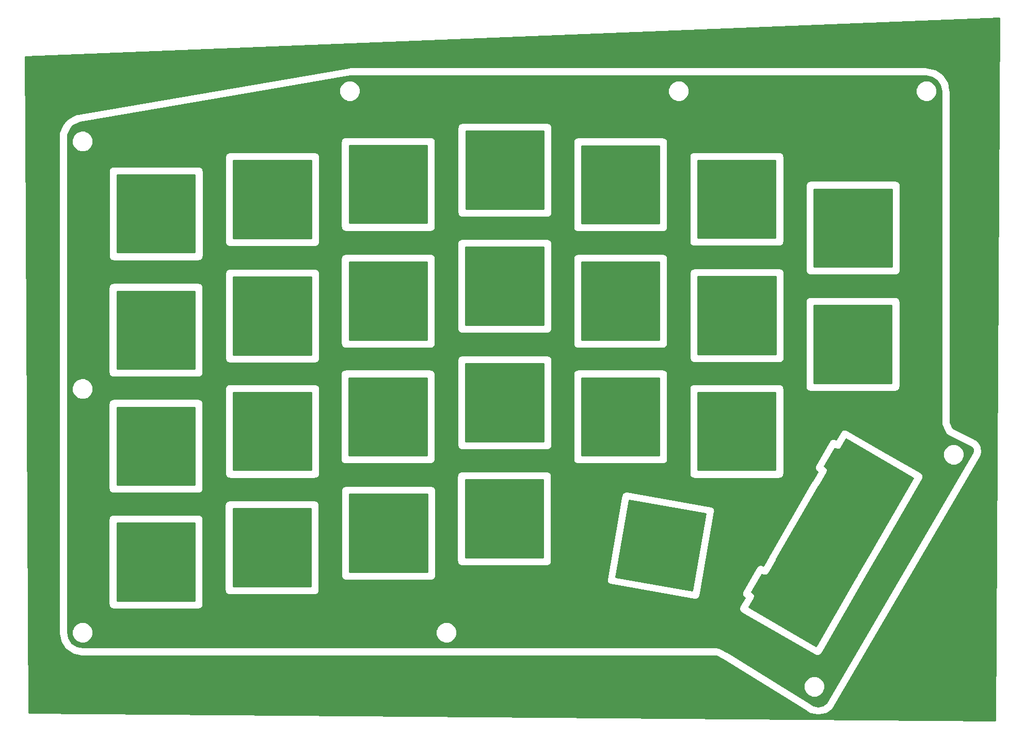
<source format=gbr>
G04 #@! TF.FileFunction,Copper,L1,Top,Signal*
%FSLAX46Y46*%
G04 Gerber Fmt 4.6, Leading zero omitted, Abs format (unit mm)*
G04 Created by KiCad (PCBNEW 4.0.7) date 05/24/18 17:37:45*
%MOMM*%
%LPD*%
G01*
G04 APERTURE LIST*
%ADD10C,0.100000*%
%ADD11C,0.254000*%
G04 APERTURE END LIST*
D10*
D11*
G36*
X222123702Y-147191985D02*
X63626261Y-145924006D01*
X63066709Y-50800000D01*
X68505000Y-50800000D01*
X68505000Y-132715000D01*
X68518642Y-132783584D01*
X68518642Y-132853514D01*
X68760324Y-134068534D01*
X68841168Y-134263707D01*
X68866339Y-134324475D01*
X69554593Y-135354519D01*
X69750481Y-135550407D01*
X70780525Y-136238661D01*
X70831591Y-136259813D01*
X71036466Y-136344676D01*
X72251487Y-136586358D01*
X72321416Y-136586358D01*
X72390000Y-136600000D01*
X176362392Y-136600000D01*
X177453672Y-137145640D01*
X190750805Y-145377199D01*
X191614566Y-145954345D01*
X191870507Y-146060359D01*
X192901485Y-146265434D01*
X193178514Y-146265434D01*
X194209493Y-146060360D01*
X194465434Y-145954345D01*
X195339455Y-145370343D01*
X195354730Y-145355068D01*
X195374154Y-145345620D01*
X195452180Y-145257618D01*
X195535343Y-145174455D01*
X195543609Y-145154500D01*
X195557941Y-145138335D01*
X219687941Y-103863334D01*
X219718265Y-103775572D01*
X219759786Y-103692530D01*
X219906117Y-103158186D01*
X219911969Y-103075845D01*
X219925756Y-102881854D01*
X219856463Y-102332185D01*
X219783847Y-102114339D01*
X219768859Y-102069374D01*
X219494492Y-101588063D01*
X219369953Y-101444470D01*
X219312982Y-101378781D01*
X218875312Y-101039105D01*
X218812764Y-101007831D01*
X218757521Y-100964957D01*
X216217522Y-99694957D01*
X215159203Y-99165797D01*
X214705000Y-98257392D01*
X214705000Y-43815000D01*
X214691358Y-43746416D01*
X214691358Y-43676487D01*
X214449676Y-42461466D01*
X214343661Y-42205526D01*
X214343661Y-42205525D01*
X213655407Y-41175481D01*
X213459519Y-40979593D01*
X212429475Y-40291339D01*
X212173534Y-40185324D01*
X210958514Y-39943642D01*
X210888584Y-39943642D01*
X210820000Y-39930000D01*
X116205000Y-39930000D01*
X116145590Y-39941818D01*
X116085035Y-39940208D01*
X71635036Y-47560208D01*
X71537854Y-47597469D01*
X71437478Y-47624957D01*
X70167478Y-48259957D01*
X70077578Y-48329729D01*
X69982954Y-48392954D01*
X69347954Y-49027954D01*
X69284729Y-49122578D01*
X69214957Y-49212478D01*
X68579957Y-50482478D01*
X68573219Y-50507084D01*
X68559046Y-50528295D01*
X68536844Y-50639913D01*
X68506787Y-50749669D01*
X68509977Y-50774977D01*
X68505000Y-50800000D01*
X63066709Y-50800000D01*
X62992720Y-38222032D01*
X222757272Y-31882168D01*
X222123702Y-147191985D01*
X222123702Y-147191985D01*
G37*
X222123702Y-147191985D02*
X63626261Y-145924006D01*
X63066709Y-50800000D01*
X68505000Y-50800000D01*
X68505000Y-132715000D01*
X68518642Y-132783584D01*
X68518642Y-132853514D01*
X68760324Y-134068534D01*
X68841168Y-134263707D01*
X68866339Y-134324475D01*
X69554593Y-135354519D01*
X69750481Y-135550407D01*
X70780525Y-136238661D01*
X70831591Y-136259813D01*
X71036466Y-136344676D01*
X72251487Y-136586358D01*
X72321416Y-136586358D01*
X72390000Y-136600000D01*
X176362392Y-136600000D01*
X177453672Y-137145640D01*
X190750805Y-145377199D01*
X191614566Y-145954345D01*
X191870507Y-146060359D01*
X192901485Y-146265434D01*
X193178514Y-146265434D01*
X194209493Y-146060360D01*
X194465434Y-145954345D01*
X195339455Y-145370343D01*
X195354730Y-145355068D01*
X195374154Y-145345620D01*
X195452180Y-145257618D01*
X195535343Y-145174455D01*
X195543609Y-145154500D01*
X195557941Y-145138335D01*
X219687941Y-103863334D01*
X219718265Y-103775572D01*
X219759786Y-103692530D01*
X219906117Y-103158186D01*
X219911969Y-103075845D01*
X219925756Y-102881854D01*
X219856463Y-102332185D01*
X219783847Y-102114339D01*
X219768859Y-102069374D01*
X219494492Y-101588063D01*
X219369953Y-101444470D01*
X219312982Y-101378781D01*
X218875312Y-101039105D01*
X218812764Y-101007831D01*
X218757521Y-100964957D01*
X216217522Y-99694957D01*
X215159203Y-99165797D01*
X214705000Y-98257392D01*
X214705000Y-43815000D01*
X214691358Y-43746416D01*
X214691358Y-43676487D01*
X214449676Y-42461466D01*
X214343661Y-42205526D01*
X214343661Y-42205525D01*
X213655407Y-41175481D01*
X213459519Y-40979593D01*
X212429475Y-40291339D01*
X212173534Y-40185324D01*
X210958514Y-39943642D01*
X210888584Y-39943642D01*
X210820000Y-39930000D01*
X116205000Y-39930000D01*
X116145590Y-39941818D01*
X116085035Y-39940208D01*
X71635036Y-47560208D01*
X71537854Y-47597469D01*
X71437478Y-47624957D01*
X70167478Y-48259957D01*
X70077578Y-48329729D01*
X69982954Y-48392954D01*
X69347954Y-49027954D01*
X69284729Y-49122578D01*
X69214957Y-49212478D01*
X68579957Y-50482478D01*
X68573219Y-50507084D01*
X68559046Y-50528295D01*
X68536844Y-50639913D01*
X68506787Y-50749669D01*
X68509977Y-50774977D01*
X68505000Y-50800000D01*
X63066709Y-50800000D01*
X62992720Y-38222032D01*
X222757272Y-31882168D01*
X222123702Y-147191985D01*
G36*
X211757993Y-41550488D02*
X212553183Y-42081817D01*
X213084512Y-42877007D01*
X213285000Y-43884931D01*
X213285000Y-98425000D01*
X213289977Y-98450023D01*
X213286787Y-98475331D01*
X213316844Y-98585087D01*
X213339046Y-98696705D01*
X213353219Y-98717916D01*
X213359957Y-98742522D01*
X213994957Y-100012522D01*
X214049540Y-100082852D01*
X214093628Y-100160193D01*
X214133704Y-100191296D01*
X214164807Y-100231372D01*
X214242148Y-100275460D01*
X214312478Y-100330043D01*
X218059932Y-102203770D01*
X218330790Y-102413983D01*
X218465277Y-102649906D01*
X218499242Y-102919339D01*
X218414897Y-103227337D01*
X194414585Y-144280503D01*
X193793950Y-144695197D01*
X193040002Y-144845167D01*
X192286050Y-144695197D01*
X191529455Y-144189657D01*
X191517877Y-144184861D01*
X191508712Y-144176312D01*
X186889166Y-141316593D01*
X190659677Y-141316593D01*
X190669975Y-141632507D01*
X190669699Y-141948599D01*
X190681184Y-141976395D01*
X190682164Y-142006453D01*
X190902901Y-142539359D01*
X190915954Y-142544581D01*
X190933281Y-142586515D01*
X191420918Y-143075004D01*
X191465149Y-143093370D01*
X191470641Y-143107099D01*
X191766448Y-143218481D01*
X192058373Y-143339699D01*
X192088448Y-143339725D01*
X192116593Y-143350323D01*
X192432507Y-143340025D01*
X192748599Y-143340301D01*
X192776395Y-143328816D01*
X192806453Y-143327836D01*
X193339359Y-143107099D01*
X193344581Y-143094046D01*
X193386515Y-143076719D01*
X193875004Y-142589082D01*
X193893370Y-142544851D01*
X193907099Y-142539359D01*
X194018481Y-142243552D01*
X194139699Y-141951627D01*
X194139725Y-141921552D01*
X194150323Y-141893407D01*
X194140025Y-141577493D01*
X194140301Y-141261401D01*
X194128816Y-141233605D01*
X194127836Y-141203547D01*
X193907099Y-140670641D01*
X193894046Y-140665419D01*
X193876719Y-140623485D01*
X193389082Y-140134996D01*
X193344851Y-140116630D01*
X193339359Y-140102901D01*
X193043552Y-139991519D01*
X192751627Y-139870301D01*
X192721552Y-139870275D01*
X192693407Y-139859677D01*
X192377493Y-139869975D01*
X192061401Y-139869699D01*
X192033605Y-139881184D01*
X192003547Y-139882164D01*
X191470641Y-140102901D01*
X191465419Y-140115954D01*
X191423485Y-140133281D01*
X190934996Y-140620918D01*
X190916630Y-140665149D01*
X190902901Y-140670641D01*
X190791519Y-140966448D01*
X190670301Y-141258373D01*
X190670275Y-141288448D01*
X190659677Y-141316593D01*
X186889166Y-141316593D01*
X178173712Y-135921312D01*
X178143231Y-135909910D01*
X178117522Y-135889957D01*
X176847522Y-135254957D01*
X176822916Y-135248219D01*
X176801705Y-135234046D01*
X176690087Y-135211844D01*
X176580331Y-135181787D01*
X176555023Y-135184977D01*
X176530000Y-135180000D01*
X72459931Y-135180000D01*
X71452007Y-134979512D01*
X70656817Y-134448183D01*
X70125488Y-133652993D01*
X69925000Y-132645069D01*
X69925000Y-132426593D01*
X70644677Y-132426593D01*
X70654975Y-132742507D01*
X70654699Y-133058599D01*
X70666184Y-133086395D01*
X70667164Y-133116453D01*
X70887901Y-133649359D01*
X70900954Y-133654581D01*
X70918281Y-133696515D01*
X71405918Y-134185004D01*
X71450149Y-134203370D01*
X71455641Y-134217099D01*
X71751448Y-134328481D01*
X72043373Y-134449699D01*
X72073448Y-134449725D01*
X72101593Y-134460323D01*
X72417507Y-134450025D01*
X72733599Y-134450301D01*
X72761395Y-134438816D01*
X72791453Y-134437836D01*
X73324359Y-134217099D01*
X73329581Y-134204046D01*
X73371515Y-134186719D01*
X73860004Y-133699082D01*
X73878370Y-133654851D01*
X73892099Y-133649359D01*
X74003481Y-133353552D01*
X74124699Y-133061627D01*
X74124725Y-133031552D01*
X74135323Y-133003407D01*
X74125025Y-132687493D01*
X74125252Y-132426593D01*
X130334677Y-132426593D01*
X130344975Y-132742507D01*
X130344699Y-133058599D01*
X130356184Y-133086395D01*
X130357164Y-133116453D01*
X130577901Y-133649359D01*
X130590954Y-133654581D01*
X130608281Y-133696515D01*
X131095918Y-134185004D01*
X131140149Y-134203370D01*
X131145641Y-134217099D01*
X131441448Y-134328481D01*
X131733373Y-134449699D01*
X131763448Y-134449725D01*
X131791593Y-134460323D01*
X132107507Y-134450025D01*
X132423599Y-134450301D01*
X132451395Y-134438816D01*
X132481453Y-134437836D01*
X133014359Y-134217099D01*
X133019581Y-134204046D01*
X133061515Y-134186719D01*
X133550004Y-133699082D01*
X133568370Y-133654851D01*
X133582099Y-133649359D01*
X133693481Y-133353552D01*
X133814699Y-133061627D01*
X133814725Y-133031552D01*
X133825323Y-133003407D01*
X133815025Y-132687493D01*
X133815301Y-132371401D01*
X133803816Y-132343605D01*
X133802836Y-132313547D01*
X133582099Y-131780641D01*
X133569046Y-131775419D01*
X133551719Y-131733485D01*
X133064082Y-131244996D01*
X133019851Y-131226630D01*
X133014359Y-131212901D01*
X132718552Y-131101519D01*
X132426627Y-130980301D01*
X132396552Y-130980275D01*
X132368407Y-130969677D01*
X132052493Y-130979975D01*
X131736401Y-130979699D01*
X131708605Y-130991184D01*
X131678547Y-130992164D01*
X131145641Y-131212901D01*
X131140419Y-131225954D01*
X131098485Y-131243281D01*
X130609996Y-131730918D01*
X130591630Y-131775149D01*
X130577901Y-131780641D01*
X130466519Y-132076448D01*
X130345301Y-132368373D01*
X130345275Y-132398448D01*
X130334677Y-132426593D01*
X74125252Y-132426593D01*
X74125301Y-132371401D01*
X74113816Y-132343605D01*
X74112836Y-132313547D01*
X73892099Y-131780641D01*
X73879046Y-131775419D01*
X73861719Y-131733485D01*
X73374082Y-131244996D01*
X73329851Y-131226630D01*
X73324359Y-131212901D01*
X73028552Y-131101519D01*
X72736627Y-130980301D01*
X72706552Y-130980275D01*
X72678407Y-130969677D01*
X72362493Y-130979975D01*
X72046401Y-130979699D01*
X72018605Y-130991184D01*
X71988547Y-130992164D01*
X71455641Y-131212901D01*
X71450419Y-131225954D01*
X71408485Y-131243281D01*
X70919996Y-131730918D01*
X70901630Y-131775149D01*
X70887901Y-131780641D01*
X70776519Y-132076448D01*
X70655301Y-132368373D01*
X70655275Y-132398448D01*
X70644677Y-132426593D01*
X69925000Y-132426593D01*
X69925000Y-114115000D01*
X76678700Y-114115000D01*
X76678700Y-128085000D01*
X76679946Y-128091265D01*
X76679800Y-128092000D01*
X76679800Y-128099000D01*
X76688893Y-128144711D01*
X76687004Y-128191338D01*
X76688104Y-128198338D01*
X76695380Y-128218134D01*
X76695402Y-128239340D01*
X76696602Y-128245340D01*
X76716421Y-128293046D01*
X76721229Y-128321106D01*
X76723153Y-128336898D01*
X76724276Y-128338887D01*
X76725184Y-128344186D01*
X76727484Y-128350186D01*
X76730816Y-128355472D01*
X76730943Y-128356110D01*
X76731984Y-128362186D01*
X76734284Y-128368186D01*
X76748996Y-128391527D01*
X76751269Y-128402391D01*
X76759786Y-128414869D01*
X76768092Y-128441114D01*
X76771392Y-128447115D01*
X76776393Y-128453063D01*
X76777992Y-128458114D01*
X76781292Y-128464115D01*
X76793543Y-128478683D01*
X76799142Y-128492161D01*
X76825842Y-128518805D01*
X76854543Y-128569647D01*
X76858843Y-128574647D01*
X76862768Y-128577719D01*
X76867243Y-128585647D01*
X76871543Y-128590647D01*
X76888822Y-128604174D01*
X76890186Y-128606495D01*
X76891019Y-128607124D01*
X76901951Y-128623140D01*
X76907051Y-128628140D01*
X76934096Y-128645826D01*
X76953310Y-128668675D01*
X76963741Y-128674091D01*
X76973959Y-128685995D01*
X76979060Y-128689995D01*
X77028858Y-128715213D01*
X77059815Y-128743446D01*
X77069182Y-128746830D01*
X77076195Y-128752429D01*
X77081995Y-128755429D01*
X77085960Y-128756573D01*
X77093295Y-128762429D01*
X77099095Y-128765429D01*
X77101458Y-128766111D01*
X77103441Y-128767609D01*
X77109641Y-128770609D01*
X77145034Y-128779809D01*
X77164562Y-128792857D01*
X77189368Y-128797791D01*
X77213133Y-128810890D01*
X77219433Y-128812890D01*
X77266552Y-128818144D01*
X77311183Y-128834270D01*
X77317783Y-128835270D01*
X77324316Y-128834969D01*
X77330683Y-128837270D01*
X77337283Y-128838270D01*
X77349513Y-128837707D01*
X77355887Y-128839547D01*
X77383638Y-128836434D01*
X77426700Y-128845000D01*
X77433300Y-128845000D01*
X77434086Y-128844844D01*
X77439900Y-128846000D01*
X91409900Y-128846000D01*
X91415714Y-128844844D01*
X91416500Y-128845000D01*
X91423100Y-128845000D01*
X91466003Y-128836466D01*
X91477112Y-128838084D01*
X91478235Y-128837800D01*
X91493813Y-128839547D01*
X91500201Y-128837703D01*
X91512517Y-128838270D01*
X91519116Y-128837270D01*
X91526193Y-128834713D01*
X91533559Y-128835035D01*
X91540059Y-128834035D01*
X91583940Y-128818067D01*
X91630367Y-128812890D01*
X91636667Y-128810890D01*
X91660432Y-128797791D01*
X91685238Y-128792857D01*
X91703288Y-128780796D01*
X91736205Y-128772459D01*
X91742505Y-128769459D01*
X91746207Y-128766698D01*
X91750605Y-128765429D01*
X91753367Y-128764000D01*
X180101000Y-128764000D01*
X180101000Y-128771000D01*
X180102293Y-128777500D01*
X180101000Y-128784000D01*
X180101000Y-128790000D01*
X180103796Y-128804056D01*
X180102724Y-128812559D01*
X180108982Y-128835409D01*
X180106885Y-128873874D01*
X180107885Y-128880874D01*
X180112782Y-128894797D01*
X180112320Y-128909613D01*
X180113320Y-128915614D01*
X180117034Y-128925436D01*
X180117023Y-128935934D01*
X180125590Y-128956677D01*
X180127356Y-128978184D01*
X180129356Y-128985184D01*
X180136502Y-128999091D01*
X180137065Y-129005647D01*
X180141781Y-129014742D01*
X180143152Y-129025616D01*
X180145152Y-129031616D01*
X180151156Y-129042148D01*
X180153143Y-129052138D01*
X180174923Y-129084734D01*
X180186317Y-129126341D01*
X180189317Y-129132341D01*
X180193530Y-129137770D01*
X180195475Y-129144358D01*
X180203625Y-129154443D01*
X180207849Y-129165613D01*
X180215038Y-129173265D01*
X180219046Y-129182970D01*
X180223045Y-129188970D01*
X180241959Y-129207923D01*
X180260105Y-129242916D01*
X180264105Y-129247916D01*
X180269954Y-129252840D01*
X180273105Y-129258916D01*
X180277105Y-129263916D01*
X180287673Y-129272812D01*
X180294514Y-129284813D01*
X180327550Y-129310453D01*
X180353187Y-129343485D01*
X180359154Y-129346886D01*
X180363474Y-129352232D01*
X180369473Y-129357231D01*
X180381622Y-129363843D01*
X180390084Y-129373895D01*
X180395084Y-129377895D01*
X180440460Y-129401425D01*
X180449285Y-129408854D01*
X180480492Y-129436223D01*
X192578492Y-136421223D01*
X192583399Y-136422889D01*
X192583997Y-136423425D01*
X192599407Y-136428846D01*
X192614659Y-136440683D01*
X192626659Y-136446683D01*
X192664819Y-136457133D01*
X192683862Y-136469857D01*
X192704174Y-136473897D01*
X192723384Y-136484848D01*
X192729384Y-136486848D01*
X192768612Y-136491793D01*
X192788996Y-136501568D01*
X192809287Y-136502674D01*
X192836126Y-136512115D01*
X192842223Y-136512986D01*
X192846387Y-136513680D01*
X192868760Y-136512982D01*
X192884441Y-136517276D01*
X192890617Y-136516497D01*
X192893807Y-136517522D01*
X192914814Y-136515797D01*
X192946000Y-136522000D01*
X192953000Y-136522000D01*
X192959500Y-136520707D01*
X192966000Y-136522000D01*
X192972000Y-136522000D01*
X192986056Y-136519204D01*
X192994559Y-136520276D01*
X193014354Y-136514855D01*
X193033559Y-136517276D01*
X193040799Y-136515293D01*
X193055874Y-136516115D01*
X193062874Y-136515115D01*
X193076797Y-136510218D01*
X193091613Y-136510680D01*
X193097614Y-136509680D01*
X193108687Y-136505493D01*
X193113531Y-136505342D01*
X193129423Y-136498170D01*
X193160184Y-136495644D01*
X193167184Y-136493644D01*
X193181091Y-136486498D01*
X193187647Y-136485935D01*
X193209015Y-136474854D01*
X193234138Y-136469857D01*
X193253181Y-136457133D01*
X193291341Y-136446683D01*
X193303341Y-136440683D01*
X193308774Y-136436467D01*
X193314341Y-136433683D01*
X193325256Y-136425212D01*
X193338422Y-136421038D01*
X193343623Y-136416660D01*
X193347613Y-136415151D01*
X193366550Y-136397361D01*
X193379540Y-136386425D01*
X193424916Y-136362895D01*
X193429916Y-136358895D01*
X193438377Y-136348843D01*
X193450526Y-136342232D01*
X193456526Y-136337232D01*
X193460845Y-136331888D01*
X193466813Y-136328486D01*
X193492453Y-136295450D01*
X193525485Y-136269813D01*
X193532325Y-136257813D01*
X193542895Y-136248916D01*
X193546895Y-136243916D01*
X193550046Y-136237840D01*
X193555895Y-136232916D01*
X193559895Y-136227916D01*
X193583875Y-136181673D01*
X193618223Y-136142508D01*
X200603223Y-124044508D01*
X200604889Y-124039601D01*
X200605425Y-124039003D01*
X200627988Y-123974860D01*
X200651857Y-123939138D01*
X200653844Y-123929148D01*
X200659848Y-123918616D01*
X200661848Y-123912616D01*
X200662532Y-123907187D01*
X200666848Y-123899616D01*
X200668848Y-123893616D01*
X200671931Y-123869162D01*
X203030285Y-119784357D01*
X203031813Y-119783486D01*
X203053345Y-119755743D01*
X203070368Y-119744368D01*
X203075368Y-119739368D01*
X203087936Y-119720559D01*
X203108895Y-119702916D01*
X203112895Y-119697916D01*
X203125313Y-119673968D01*
X203143158Y-119656161D01*
X203152495Y-119633685D01*
X203184223Y-119597508D01*
X210169223Y-107499508D01*
X210177982Y-107473706D01*
X210190683Y-107457341D01*
X210193683Y-107451341D01*
X210196710Y-107440287D01*
X210197683Y-107438341D01*
X210204184Y-107414601D01*
X210217857Y-107394138D01*
X210219844Y-107384148D01*
X210225848Y-107373616D01*
X210227848Y-107367616D01*
X210233306Y-107324322D01*
X210234848Y-107321616D01*
X210235176Y-107319017D01*
X210249568Y-107289004D01*
X210250857Y-107265349D01*
X210259115Y-107241874D01*
X210259143Y-107241678D01*
X210260680Y-107237613D01*
X210261680Y-107231613D01*
X210260924Y-107207405D01*
X210268276Y-107180559D01*
X210265198Y-107156141D01*
X210270000Y-107132000D01*
X210270000Y-107125000D01*
X210268707Y-107118500D01*
X210270000Y-107112000D01*
X210270000Y-107105000D01*
X210265198Y-107080859D01*
X210268276Y-107056441D01*
X210263246Y-107038072D01*
X210264115Y-107022126D01*
X210263115Y-107015126D01*
X210257299Y-106998592D01*
X210257680Y-106986387D01*
X210256680Y-106980387D01*
X210253583Y-106972197D01*
X210253342Y-106964469D01*
X210236802Y-106927817D01*
X210236222Y-106926281D01*
X210234848Y-106915384D01*
X210233144Y-106912394D01*
X210227848Y-106870384D01*
X210225848Y-106864384D01*
X210220150Y-106854388D01*
X210217857Y-106842862D01*
X210211840Y-106833856D01*
X210208857Y-106818862D01*
X210199298Y-106804556D01*
X210197683Y-106798659D01*
X210196105Y-106795503D01*
X210193683Y-106786659D01*
X210190683Y-106780659D01*
X210184521Y-106772719D01*
X210183683Y-106769659D01*
X210180683Y-106763659D01*
X210169077Y-106748705D01*
X210162151Y-106730388D01*
X210129889Y-106696047D01*
X210114190Y-106668508D01*
X210097895Y-106637084D01*
X210093895Y-106632084D01*
X210083325Y-106623187D01*
X210076485Y-106611187D01*
X210063208Y-106600883D01*
X210060368Y-106596632D01*
X210058409Y-106594673D01*
X210052368Y-106585632D01*
X210047368Y-106580632D01*
X210029229Y-106568512D01*
X210016813Y-106552514D01*
X209997012Y-106541227D01*
X209980916Y-106522105D01*
X209975916Y-106518105D01*
X209930540Y-106494575D01*
X209921570Y-106487024D01*
X209890486Y-106459765D01*
X204272858Y-103216593D01*
X213519677Y-103216593D01*
X213529975Y-103532507D01*
X213529699Y-103848599D01*
X213541184Y-103876395D01*
X213542164Y-103906453D01*
X213762901Y-104439359D01*
X213775954Y-104444581D01*
X213793281Y-104486515D01*
X214280918Y-104975004D01*
X214325149Y-104993370D01*
X214330641Y-105007099D01*
X214626448Y-105118481D01*
X214918373Y-105239699D01*
X214948448Y-105239725D01*
X214976593Y-105250323D01*
X215292507Y-105240025D01*
X215608599Y-105240301D01*
X215636395Y-105228816D01*
X215666453Y-105227836D01*
X216199359Y-105007099D01*
X216204581Y-104994046D01*
X216246515Y-104976719D01*
X216735004Y-104489082D01*
X216753370Y-104444851D01*
X216767099Y-104439359D01*
X216878481Y-104143552D01*
X216999699Y-103851627D01*
X216999725Y-103821552D01*
X217010323Y-103793407D01*
X217000025Y-103477493D01*
X217000301Y-103161401D01*
X216988816Y-103133605D01*
X216987836Y-103103547D01*
X216767099Y-102570641D01*
X216754046Y-102565419D01*
X216736719Y-102523485D01*
X216249082Y-102034996D01*
X216204851Y-102016630D01*
X216199359Y-102002901D01*
X215903552Y-101891519D01*
X215611627Y-101770301D01*
X215581552Y-101770275D01*
X215553407Y-101759677D01*
X215237493Y-101769975D01*
X214921401Y-101769699D01*
X214893605Y-101781184D01*
X214863547Y-101782164D01*
X214330641Y-102002901D01*
X214325419Y-102015954D01*
X214283485Y-102033281D01*
X213794996Y-102520918D01*
X213776630Y-102565149D01*
X213762901Y-102570641D01*
X213651519Y-102866448D01*
X213530301Y-103158373D01*
X213530275Y-103188448D01*
X213519677Y-103216593D01*
X204272858Y-103216593D01*
X197791487Y-99474765D01*
X197771781Y-99468076D01*
X197755341Y-99455317D01*
X197743341Y-99449317D01*
X197706875Y-99439331D01*
X197687138Y-99426143D01*
X197666826Y-99422103D01*
X197647616Y-99411152D01*
X197641616Y-99409152D01*
X197594184Y-99403173D01*
X197588506Y-99401026D01*
X197565531Y-99390658D01*
X197560687Y-99390507D01*
X197549614Y-99386320D01*
X197543613Y-99385320D01*
X197528797Y-99385782D01*
X197514874Y-99380885D01*
X197507874Y-99379885D01*
X197492799Y-99380707D01*
X197485559Y-99378724D01*
X197466354Y-99381145D01*
X197446559Y-99375724D01*
X197438668Y-99376719D01*
X197425000Y-99374000D01*
X197418000Y-99374000D01*
X197411500Y-99375293D01*
X197405000Y-99374000D01*
X197398000Y-99374000D01*
X197384332Y-99376719D01*
X197376441Y-99375724D01*
X197356331Y-99381231D01*
X197336441Y-99378724D01*
X197320760Y-99383018D01*
X197298387Y-99382320D01*
X197294223Y-99383014D01*
X197288126Y-99383885D01*
X197261287Y-99393326D01*
X197240996Y-99394432D01*
X197220612Y-99404207D01*
X197181384Y-99409152D01*
X197175384Y-99411152D01*
X197156174Y-99422103D01*
X197135862Y-99426143D01*
X197116819Y-99438867D01*
X197078659Y-99449317D01*
X197066659Y-99455317D01*
X197061226Y-99459533D01*
X197055659Y-99462317D01*
X197047784Y-99468429D01*
X197035997Y-99472575D01*
X197034296Y-99474100D01*
X197031578Y-99474962D01*
X196990460Y-99509575D01*
X196945084Y-99533105D01*
X196940084Y-99537105D01*
X196923986Y-99556229D01*
X196904187Y-99567515D01*
X196891772Y-99583511D01*
X196873632Y-99595632D01*
X196868632Y-99600632D01*
X196862591Y-99609673D01*
X196860632Y-99611632D01*
X196857793Y-99615881D01*
X196844514Y-99626187D01*
X196837673Y-99638188D01*
X196827105Y-99647084D01*
X196823105Y-99652084D01*
X196797627Y-99701215D01*
X196751768Y-99753509D01*
X196004550Y-101047773D01*
X195947994Y-101015058D01*
X195907942Y-101001425D01*
X195892341Y-100989317D01*
X195886341Y-100986317D01*
X195862601Y-100979816D01*
X195842138Y-100966143D01*
X195815569Y-100960858D01*
X195793184Y-100949356D01*
X195786184Y-100947356D01*
X195759361Y-100945153D01*
X195737004Y-100934432D01*
X195715602Y-100933265D01*
X195693821Y-100925461D01*
X195691792Y-100925560D01*
X195689874Y-100924885D01*
X195689679Y-100924857D01*
X195685614Y-100923320D01*
X195679613Y-100922320D01*
X195655405Y-100923076D01*
X195628559Y-100915724D01*
X195604141Y-100918802D01*
X195580000Y-100914000D01*
X195573000Y-100914000D01*
X195566500Y-100915293D01*
X195560000Y-100914000D01*
X195553000Y-100914000D01*
X195528859Y-100918802D01*
X195504441Y-100915724D01*
X195486072Y-100920754D01*
X195470126Y-100919885D01*
X195463126Y-100920885D01*
X195446592Y-100926701D01*
X195434387Y-100926320D01*
X195428387Y-100927320D01*
X195420197Y-100930417D01*
X195412470Y-100930658D01*
X195375822Y-100947196D01*
X195374281Y-100947778D01*
X195363384Y-100949152D01*
X195361638Y-100950147D01*
X195325235Y-100954009D01*
X195322175Y-100955674D01*
X195318384Y-100956152D01*
X195312384Y-100958152D01*
X195302388Y-100963850D01*
X195290862Y-100966143D01*
X195270399Y-100979816D01*
X195264587Y-100981408D01*
X195255862Y-100983143D01*
X195254204Y-100984251D01*
X195246659Y-100986317D01*
X195243503Y-100987895D01*
X195234659Y-100990317D01*
X195228659Y-100993317D01*
X195204729Y-101011889D01*
X195178388Y-101021849D01*
X195176725Y-101023412D01*
X195170570Y-101025617D01*
X195165570Y-101028617D01*
X195131729Y-101059317D01*
X195090473Y-101081769D01*
X195085575Y-101085850D01*
X195085084Y-101086105D01*
X195080084Y-101090105D01*
X195071187Y-101100675D01*
X195059187Y-101107515D01*
X195047835Y-101122142D01*
X195033632Y-101131632D01*
X195028632Y-101136632D01*
X195002388Y-101175908D01*
X194970105Y-101203084D01*
X194966105Y-101208084D01*
X194942575Y-101253460D01*
X194934936Y-101262534D01*
X194907753Y-101293534D01*
X192621753Y-105253535D01*
X192615070Y-105273227D01*
X192602317Y-105289659D01*
X192596317Y-105301659D01*
X192585867Y-105339819D01*
X192573143Y-105358862D01*
X192566437Y-105392573D01*
X192549356Y-105425816D01*
X192547356Y-105432816D01*
X192546664Y-105441237D01*
X192545356Y-105445816D01*
X192543495Y-105468477D01*
X192533320Y-105495386D01*
X192532320Y-105501387D01*
X192533272Y-105531879D01*
X192525724Y-105559441D01*
X192526392Y-105564743D01*
X192520724Y-105585441D01*
X192523575Y-105608056D01*
X192521000Y-105621000D01*
X192521000Y-105627000D01*
X192522293Y-105633500D01*
X192521000Y-105640000D01*
X192521000Y-105647000D01*
X192526544Y-105674869D01*
X192523478Y-105712193D01*
X192530711Y-105734716D01*
X192529885Y-105749874D01*
X192530885Y-105756874D01*
X192548730Y-105807604D01*
X192554152Y-105850616D01*
X192554733Y-105852359D01*
X192556152Y-105863616D01*
X192558152Y-105869616D01*
X192569103Y-105888826D01*
X192573143Y-105909138D01*
X192585867Y-105928181D01*
X192596317Y-105966341D01*
X192602317Y-105978341D01*
X192606533Y-105983774D01*
X192609317Y-105989341D01*
X192615429Y-105997216D01*
X192619575Y-106009003D01*
X192621100Y-106010704D01*
X192621962Y-106013422D01*
X192656575Y-106054540D01*
X192680105Y-106099916D01*
X192684105Y-106104916D01*
X192716388Y-106132092D01*
X192742632Y-106171368D01*
X192747632Y-106176368D01*
X192761835Y-106185858D01*
X192773187Y-106200485D01*
X192785187Y-106207325D01*
X192794084Y-106217895D01*
X192799084Y-106221895D01*
X192799575Y-106222150D01*
X192804473Y-106226231D01*
X192845729Y-106248683D01*
X192879570Y-106279383D01*
X192884570Y-106282383D01*
X192890696Y-106284578D01*
X192900690Y-106293337D01*
X192957181Y-106325928D01*
X192111805Y-107790263D01*
X192099998Y-107804290D01*
X192079514Y-107820187D01*
X192077397Y-107823901D01*
X192045105Y-107851084D01*
X192041105Y-107856084D01*
X192038874Y-107860386D01*
X192032105Y-107866084D01*
X192028105Y-107871084D01*
X192017865Y-107890831D01*
X192010842Y-107897839D01*
X192010576Y-107898479D01*
X192001045Y-107908030D01*
X191997046Y-107914030D01*
X191988172Y-107935517D01*
X191969777Y-107956492D01*
X184984777Y-120054492D01*
X184983111Y-120059399D01*
X184982575Y-120059997D01*
X184960012Y-120124140D01*
X184936143Y-120159862D01*
X184932103Y-120180174D01*
X184921152Y-120199384D01*
X184919152Y-120205384D01*
X184918626Y-120209558D01*
X184914065Y-120218353D01*
X184912459Y-120237049D01*
X184056161Y-121719675D01*
X184009149Y-121692570D01*
X184004454Y-121690979D01*
X184004003Y-121690575D01*
X183970339Y-121678733D01*
X183954341Y-121666317D01*
X183948341Y-121663317D01*
X183946007Y-121662678D01*
X183936835Y-121656386D01*
X183929835Y-121653386D01*
X183914662Y-121650175D01*
X183904138Y-121643143D01*
X183838528Y-121630092D01*
X183831616Y-121626152D01*
X183829017Y-121625824D01*
X183799004Y-121611432D01*
X183777602Y-121610265D01*
X183755821Y-121602461D01*
X183753792Y-121602560D01*
X183751874Y-121601885D01*
X183751679Y-121601857D01*
X183747614Y-121600320D01*
X183741613Y-121599320D01*
X183717405Y-121600076D01*
X183690559Y-121592724D01*
X183666141Y-121595802D01*
X183642000Y-121591000D01*
X183635000Y-121591000D01*
X183628500Y-121592293D01*
X183622000Y-121591000D01*
X183615000Y-121591000D01*
X183590859Y-121595802D01*
X183566441Y-121592724D01*
X183548072Y-121597754D01*
X183532126Y-121596885D01*
X183525126Y-121597885D01*
X183508592Y-121603701D01*
X183496387Y-121603320D01*
X183490387Y-121604320D01*
X183482197Y-121607417D01*
X183474470Y-121607658D01*
X183460360Y-121614025D01*
X183458066Y-121614023D01*
X183430153Y-121625551D01*
X183425384Y-121626152D01*
X183418472Y-121630092D01*
X183352862Y-121643143D01*
X183332399Y-121656816D01*
X183326587Y-121658408D01*
X183317862Y-121660143D01*
X183316204Y-121661251D01*
X183308659Y-121663317D01*
X183305503Y-121664895D01*
X183296659Y-121667317D01*
X183284659Y-121673317D01*
X183262567Y-121690463D01*
X183240388Y-121698849D01*
X183238725Y-121700412D01*
X183232570Y-121702617D01*
X183227570Y-121705617D01*
X183220289Y-121712222D01*
X183211030Y-121716046D01*
X183205030Y-121720046D01*
X183181555Y-121743472D01*
X183162199Y-121752616D01*
X183147497Y-121768823D01*
X183145967Y-121769577D01*
X183134485Y-121782671D01*
X183095632Y-121808632D01*
X183085632Y-121818632D01*
X183060597Y-121856100D01*
X183032105Y-121880084D01*
X183028105Y-121885084D01*
X183009530Y-121920903D01*
X182982617Y-121950570D01*
X182979617Y-121955570D01*
X182977366Y-121961852D01*
X182969753Y-121970534D01*
X180683753Y-125930535D01*
X180677070Y-125950227D01*
X180664317Y-125966659D01*
X180658317Y-125978659D01*
X180647867Y-126016819D01*
X180635143Y-126035862D01*
X180628437Y-126069573D01*
X180611356Y-126102816D01*
X180609356Y-126109816D01*
X180608664Y-126118237D01*
X180607356Y-126122816D01*
X180605495Y-126145477D01*
X180595320Y-126172386D01*
X180594320Y-126178387D01*
X180595085Y-126202893D01*
X180585478Y-126232807D01*
X180587998Y-126263486D01*
X180584724Y-126275441D01*
X180585796Y-126283944D01*
X180583000Y-126298000D01*
X180583000Y-126304000D01*
X180584392Y-126311000D01*
X180583000Y-126318000D01*
X180583000Y-126324000D01*
X180588544Y-126351869D01*
X180585478Y-126389193D01*
X180592711Y-126411716D01*
X180591885Y-126426874D01*
X180592885Y-126433874D01*
X180604766Y-126467649D01*
X180607356Y-126499184D01*
X180609356Y-126506184D01*
X180615260Y-126517674D01*
X180618152Y-126540616D01*
X180620152Y-126546616D01*
X180631103Y-126565826D01*
X180635143Y-126586138D01*
X180647867Y-126605181D01*
X180658317Y-126643341D01*
X180664317Y-126655341D01*
X180668533Y-126660774D01*
X180671317Y-126666341D01*
X180677429Y-126674216D01*
X180681575Y-126686003D01*
X180683100Y-126687704D01*
X180683962Y-126690422D01*
X180718575Y-126731540D01*
X180727977Y-126749671D01*
X180729842Y-126754161D01*
X180730802Y-126755119D01*
X180742105Y-126776916D01*
X180746105Y-126781916D01*
X180778388Y-126809092D01*
X180804632Y-126848368D01*
X180809632Y-126853368D01*
X180823835Y-126862858D01*
X180835187Y-126877485D01*
X180847187Y-126884325D01*
X180856084Y-126894895D01*
X180861084Y-126898895D01*
X180862488Y-126899623D01*
X180866084Y-126903895D01*
X180871084Y-126907895D01*
X180897760Y-126921728D01*
X180919030Y-126942954D01*
X180925030Y-126946954D01*
X180945507Y-126955411D01*
X180962155Y-126970028D01*
X181009490Y-126997393D01*
X180201762Y-128396518D01*
X180200102Y-128401410D01*
X180199575Y-128401997D01*
X180177012Y-128466140D01*
X180153143Y-128501862D01*
X180151156Y-128511852D01*
X180145152Y-128522384D01*
X180143152Y-128528384D01*
X180142468Y-128533813D01*
X180138152Y-128541384D01*
X180136152Y-128547384D01*
X180131731Y-128582451D01*
X180122605Y-128604550D01*
X180121432Y-128606996D01*
X180121407Y-128607450D01*
X180117023Y-128618066D01*
X180117042Y-128636622D01*
X180110885Y-128654126D01*
X180110015Y-128660218D01*
X180109320Y-128664387D01*
X180110329Y-128696703D01*
X180105478Y-128711807D01*
X180107203Y-128732814D01*
X180101000Y-128764000D01*
X91753367Y-128764000D01*
X91756405Y-128762429D01*
X91763684Y-128756619D01*
X91767805Y-128755429D01*
X91773605Y-128752429D01*
X91774177Y-128751973D01*
X91774877Y-128751769D01*
X91782149Y-128745939D01*
X91791220Y-128742638D01*
X91821414Y-128714974D01*
X91870741Y-128689995D01*
X91875841Y-128685994D01*
X91886058Y-128674092D01*
X91896490Y-128668675D01*
X91913626Y-128648297D01*
X91937879Y-128632771D01*
X91943080Y-128627771D01*
X91954527Y-128611346D01*
X91956761Y-128609680D01*
X91960694Y-128603078D01*
X91961581Y-128602370D01*
X91972999Y-128594293D01*
X91974315Y-128592205D01*
X91982485Y-128585683D01*
X91982838Y-128585044D01*
X91983408Y-128584587D01*
X91987608Y-128579587D01*
X91989842Y-128575520D01*
X91990957Y-128574647D01*
X91995257Y-128569647D01*
X92026778Y-128513810D01*
X92056712Y-128482962D01*
X92060332Y-128473837D01*
X92068508Y-128464114D01*
X92071808Y-128458114D01*
X92073407Y-128453061D01*
X92078408Y-128447114D01*
X92081708Y-128441114D01*
X92088815Y-128418655D01*
X92095897Y-128408494D01*
X92098987Y-128394410D01*
X92115516Y-128368186D01*
X92117816Y-128362186D01*
X92118997Y-128355293D01*
X92122216Y-128350186D01*
X92124516Y-128344186D01*
X92125380Y-128339142D01*
X92126647Y-128336898D01*
X92128817Y-128319087D01*
X92134210Y-128287610D01*
X92155270Y-128234525D01*
X92156370Y-128228525D01*
X92156208Y-128217762D01*
X92160051Y-128207740D01*
X92161251Y-128200740D01*
X92160982Y-128190616D01*
X92162349Y-128186296D01*
X92160209Y-128161533D01*
X92159885Y-128149348D01*
X92169900Y-128099000D01*
X92169900Y-128092000D01*
X92169804Y-128091516D01*
X92171100Y-128085000D01*
X92171100Y-114115000D01*
X92169900Y-114108967D01*
X92169900Y-114102000D01*
X92159317Y-114048794D01*
X92162349Y-114013704D01*
X92158779Y-114002423D01*
X92159296Y-113989662D01*
X92158196Y-113982662D01*
X92157799Y-113981582D01*
X92157798Y-113980661D01*
X92156598Y-113974660D01*
X92144948Y-113946617D01*
X92135499Y-113920909D01*
X92129238Y-113884373D01*
X92126647Y-113863102D01*
X92125134Y-113860422D01*
X92124516Y-113856814D01*
X92122216Y-113850814D01*
X92119232Y-113846081D01*
X92117816Y-113837814D01*
X92115516Y-113831814D01*
X92093969Y-113797629D01*
X92081708Y-113758886D01*
X92078408Y-113752886D01*
X92073407Y-113746939D01*
X92071808Y-113741886D01*
X92068508Y-113735886D01*
X92066707Y-113733744D01*
X92065991Y-113731797D01*
X92063639Y-113729246D01*
X92061936Y-113724210D01*
X92023329Y-113680080D01*
X91995257Y-113630353D01*
X91990957Y-113625353D01*
X91988878Y-113623726D01*
X91987608Y-113621413D01*
X91983408Y-113616413D01*
X91982838Y-113615956D01*
X91982485Y-113615317D01*
X91975584Y-113609808D01*
X91972999Y-113605707D01*
X91950576Y-113589844D01*
X91948658Y-113588314D01*
X91932649Y-113564860D01*
X91927549Y-113559860D01*
X91911855Y-113549597D01*
X91896490Y-113531325D01*
X91892738Y-113529377D01*
X91889340Y-113525126D01*
X91886299Y-113523450D01*
X91885951Y-113523052D01*
X91880752Y-113519053D01*
X91857063Y-113507336D01*
X91825990Y-113490209D01*
X91825907Y-113490142D01*
X91791220Y-113458362D01*
X91782149Y-113455061D01*
X91774877Y-113449231D01*
X91774177Y-113449027D01*
X91773605Y-113448571D01*
X91767805Y-113445571D01*
X91763684Y-113444381D01*
X91756405Y-113438571D01*
X91750605Y-113435571D01*
X91731176Y-113429963D01*
X91723905Y-113424541D01*
X91717605Y-113421541D01*
X91715041Y-113420892D01*
X91703859Y-113413579D01*
X91691334Y-113411216D01*
X91685238Y-113407143D01*
X91669663Y-113404045D01*
X91655267Y-113396110D01*
X91648967Y-113394110D01*
X91599495Y-113388594D01*
X91540059Y-113366965D01*
X91533559Y-113365965D01*
X91528662Y-113366179D01*
X91519116Y-113362730D01*
X91512517Y-113361730D01*
X91497213Y-113362434D01*
X91493813Y-113361453D01*
X91484498Y-113362498D01*
X91458512Y-113355916D01*
X91440727Y-113358506D01*
X91423100Y-113355000D01*
X91416500Y-113355000D01*
X91415714Y-113355156D01*
X91409900Y-113354000D01*
X77439900Y-113354000D01*
X77434086Y-113355156D01*
X77433300Y-113355000D01*
X77426700Y-113355000D01*
X77409073Y-113358506D01*
X77391288Y-113355916D01*
X77365271Y-113362506D01*
X77355887Y-113361453D01*
X77352501Y-113362430D01*
X77337283Y-113361730D01*
X77330683Y-113362730D01*
X77321861Y-113365918D01*
X77317783Y-113365730D01*
X77311183Y-113366730D01*
X77249327Y-113389080D01*
X77197703Y-113395079D01*
X77191503Y-113397080D01*
X77178376Y-113404395D01*
X77164562Y-113407143D01*
X77158466Y-113411216D01*
X77145940Y-113413579D01*
X77134759Y-113420891D01*
X77132196Y-113421540D01*
X77125895Y-113424541D01*
X77118687Y-113429916D01*
X77099095Y-113435571D01*
X77093295Y-113438571D01*
X77085960Y-113444427D01*
X77081995Y-113445571D01*
X77076195Y-113448571D01*
X77069182Y-113454170D01*
X77059815Y-113457554D01*
X77023830Y-113490373D01*
X77023238Y-113490846D01*
X76982135Y-113513751D01*
X76963860Y-113523005D01*
X76959764Y-113526217D01*
X76958032Y-113527182D01*
X76955758Y-113530054D01*
X76953310Y-113531325D01*
X76937945Y-113549597D01*
X76922251Y-113559860D01*
X76917151Y-113564860D01*
X76902799Y-113585885D01*
X76883831Y-113600734D01*
X76876801Y-113605707D01*
X76876142Y-113606753D01*
X76871543Y-113610353D01*
X76867243Y-113615353D01*
X76863779Y-113621489D01*
X76858843Y-113625353D01*
X76854543Y-113630353D01*
X76824762Y-113683109D01*
X76800274Y-113711636D01*
X76788834Y-113723701D01*
X76787959Y-113725983D01*
X76784674Y-113729810D01*
X76783572Y-113733174D01*
X76781292Y-113735885D01*
X76777992Y-113741886D01*
X76776393Y-113746937D01*
X76771392Y-113752885D01*
X76768092Y-113758886D01*
X76755831Y-113797629D01*
X76734284Y-113831814D01*
X76731984Y-113837814D01*
X76730605Y-113845863D01*
X76727484Y-113850814D01*
X76725184Y-113856814D01*
X76724522Y-113860677D01*
X76723153Y-113863102D01*
X76720808Y-113882354D01*
X76714993Y-113916288D01*
X76693149Y-113973260D01*
X76691949Y-113980260D01*
X76692021Y-113982976D01*
X76691030Y-113985475D01*
X76689930Y-113991475D01*
X76690137Y-114005218D01*
X76687451Y-114013704D01*
X76690453Y-114048443D01*
X76679800Y-114102000D01*
X76679800Y-114109000D01*
X76679847Y-114109235D01*
X76678700Y-114115000D01*
X69925000Y-114115000D01*
X69925000Y-111793000D01*
X95730800Y-111793000D01*
X95730800Y-125763000D01*
X95732096Y-125769516D01*
X95732000Y-125770000D01*
X95732000Y-125777000D01*
X95742015Y-125827348D01*
X95740939Y-125867838D01*
X95740563Y-125872941D01*
X95740785Y-125873613D01*
X95740649Y-125878740D01*
X95741849Y-125885740D01*
X95745692Y-125895762D01*
X95745530Y-125906525D01*
X95746630Y-125912525D01*
X95757094Y-125938903D01*
X95757317Y-125949168D01*
X95769694Y-125977308D01*
X95777384Y-126022186D01*
X95779684Y-126028186D01*
X95783016Y-126033472D01*
X95783143Y-126034110D01*
X95784184Y-126040186D01*
X95786484Y-126046186D01*
X95801196Y-126069527D01*
X95803469Y-126080391D01*
X95814435Y-126096456D01*
X95824435Y-126126714D01*
X95827835Y-126132713D01*
X95839212Y-126145899D01*
X95845188Y-126160962D01*
X95854840Y-126170909D01*
X95863855Y-126192182D01*
X95864845Y-126193638D01*
X95864926Y-126193822D01*
X95866473Y-126196032D01*
X95867255Y-126197182D01*
X95867329Y-126197255D01*
X95869126Y-126199822D01*
X95899494Y-126228901D01*
X95899577Y-126228983D01*
X95916378Y-126259937D01*
X95918166Y-126261386D01*
X95919443Y-126263647D01*
X95923743Y-126268647D01*
X95941414Y-126282480D01*
X95954151Y-126301140D01*
X95959251Y-126306140D01*
X95998338Y-126331701D01*
X96026059Y-126363995D01*
X96031160Y-126367995D01*
X96051165Y-126378125D01*
X96057776Y-126384630D01*
X96082714Y-126394723D01*
X96112015Y-126421446D01*
X96118783Y-126423892D01*
X96124064Y-126428169D01*
X96129763Y-126431169D01*
X96132326Y-126431929D01*
X96134202Y-126433397D01*
X96138016Y-126434459D01*
X96145495Y-126440429D01*
X96151295Y-126443429D01*
X96155693Y-126444698D01*
X96159395Y-126447459D01*
X96165696Y-126450460D01*
X96198614Y-126458798D01*
X96216662Y-126470857D01*
X96240021Y-126475504D01*
X96262303Y-126487920D01*
X96268503Y-126489921D01*
X96281734Y-126491459D01*
X96284051Y-126492709D01*
X96290551Y-126494709D01*
X96324377Y-126498176D01*
X96363383Y-126512270D01*
X96369983Y-126513270D01*
X96390067Y-126512346D01*
X96408087Y-126517547D01*
X96423665Y-126515800D01*
X96424788Y-126516084D01*
X96435897Y-126514466D01*
X96478800Y-126523000D01*
X96481945Y-126523000D01*
X96492000Y-126525000D01*
X110462000Y-126525000D01*
X110472055Y-126523000D01*
X110475000Y-126523000D01*
X110513416Y-126515359D01*
X110536559Y-126518276D01*
X110564121Y-126510728D01*
X110594613Y-126511680D01*
X110600614Y-126510680D01*
X110627523Y-126500505D01*
X110650184Y-126498644D01*
X110654763Y-126497336D01*
X110663184Y-126496644D01*
X110670184Y-126494644D01*
X110684091Y-126487498D01*
X110690647Y-126486935D01*
X110712015Y-126475854D01*
X110737138Y-126470857D01*
X110756181Y-126458133D01*
X110794341Y-126447683D01*
X110806341Y-126441683D01*
X110811774Y-126437467D01*
X110817341Y-126434683D01*
X110828256Y-126426212D01*
X110841422Y-126422038D01*
X110846623Y-126417660D01*
X110850613Y-126416151D01*
X110869550Y-126398361D01*
X110882540Y-126387425D01*
X110900671Y-126378023D01*
X110905161Y-126376158D01*
X110906119Y-126375198D01*
X110927916Y-126363895D01*
X110932916Y-126359895D01*
X110960092Y-126327612D01*
X110999368Y-126301368D01*
X111004368Y-126296368D01*
X111013858Y-126282165D01*
X111028485Y-126270813D01*
X111035325Y-126258813D01*
X111045895Y-126249916D01*
X111049895Y-126244916D01*
X111050623Y-126243512D01*
X111054895Y-126239916D01*
X111058895Y-126234916D01*
X111072728Y-126208240D01*
X111093954Y-126186970D01*
X111097954Y-126180970D01*
X111101210Y-126173086D01*
X111103954Y-126168970D01*
X111107963Y-126159264D01*
X111115151Y-126151612D01*
X111133480Y-126103138D01*
X111152857Y-126074138D01*
X111155564Y-126060529D01*
X111169857Y-126039138D01*
X111172150Y-126027612D01*
X111177848Y-126017616D01*
X111179848Y-126011616D01*
X111180371Y-126007471D01*
X111184848Y-125999616D01*
X111186848Y-125993616D01*
X111191450Y-125957109D01*
X111205977Y-125921934D01*
X111205966Y-125911435D01*
X111209680Y-125901613D01*
X111210680Y-125895613D01*
X111210218Y-125880797D01*
X111215115Y-125866874D01*
X111216115Y-125859874D01*
X111213835Y-125818047D01*
X111222000Y-125777000D01*
X111222000Y-125770000D01*
X111221804Y-125769014D01*
X111223000Y-125763000D01*
X111223000Y-111793000D01*
X111221903Y-111787486D01*
X111222000Y-111787000D01*
X111222000Y-111780000D01*
X111212121Y-111730336D01*
X111213680Y-111680387D01*
X111212986Y-111676223D01*
X111212115Y-111670126D01*
X111205958Y-111652622D01*
X111205977Y-111634066D01*
X111191269Y-111598451D01*
X111186848Y-111563384D01*
X111184848Y-111557384D01*
X111180532Y-111549813D01*
X111179848Y-111544384D01*
X111177848Y-111538384D01*
X111171844Y-111527852D01*
X111169857Y-111517862D01*
X111145988Y-111482140D01*
X111123425Y-111417997D01*
X111120353Y-111414570D01*
X111120038Y-111413578D01*
X111109987Y-111401638D01*
X111103954Y-111387030D01*
X111099954Y-111381030D01*
X111097468Y-111378539D01*
X111093954Y-111370030D01*
X111089954Y-111364030D01*
X111073508Y-111347549D01*
X111062895Y-111327084D01*
X111058895Y-111322084D01*
X111052126Y-111316386D01*
X111049895Y-111312084D01*
X111046251Y-111307529D01*
X111045486Y-111306187D01*
X111037072Y-111299657D01*
X111035325Y-111298187D01*
X111028485Y-111286187D01*
X111000743Y-111264657D01*
X110989368Y-111247632D01*
X110984368Y-111242632D01*
X110965559Y-111230064D01*
X110955334Y-111217918D01*
X110948813Y-111209515D01*
X110947475Y-111208752D01*
X110942916Y-111205105D01*
X110922550Y-111194544D01*
X110918541Y-111192259D01*
X110901161Y-111174842D01*
X110876750Y-111164701D01*
X110869550Y-111158639D01*
X110850613Y-111140849D01*
X110846623Y-111139340D01*
X110841422Y-111134962D01*
X110828256Y-111130788D01*
X110817341Y-111122317D01*
X110811341Y-111119317D01*
X110808281Y-111118479D01*
X110800341Y-111112317D01*
X110794341Y-111109317D01*
X110778255Y-111104912D01*
X110762138Y-111094143D01*
X110753288Y-111092383D01*
X110751835Y-111091386D01*
X110744835Y-111088386D01*
X110740674Y-111087505D01*
X110737138Y-111085143D01*
X110727148Y-111083156D01*
X110716616Y-111077152D01*
X110710616Y-111075152D01*
X110659986Y-111068770D01*
X110600614Y-111046320D01*
X110594613Y-111045320D01*
X110582408Y-111045701D01*
X110565874Y-111039885D01*
X110558874Y-111038885D01*
X110540754Y-111039873D01*
X110536559Y-111038724D01*
X110520015Y-111040810D01*
X110483352Y-111033051D01*
X110479171Y-111033830D01*
X110475000Y-111033000D01*
X110469000Y-111033000D01*
X110468014Y-111033196D01*
X110462000Y-111032000D01*
X96492000Y-111032000D01*
X96486236Y-111033146D01*
X96485500Y-111033000D01*
X96478800Y-111033000D01*
X96459054Y-111036928D01*
X96439118Y-111034151D01*
X96415515Y-111040286D01*
X96408087Y-111039453D01*
X96403882Y-111040667D01*
X96387840Y-111039965D01*
X96381341Y-111040965D01*
X96373321Y-111043884D01*
X96369983Y-111043730D01*
X96363383Y-111044730D01*
X96303081Y-111066518D01*
X96252933Y-111072110D01*
X96246633Y-111074110D01*
X96232237Y-111082045D01*
X96216662Y-111085143D01*
X96210566Y-111089216D01*
X96198040Y-111091579D01*
X96184748Y-111100272D01*
X96180441Y-111101391D01*
X96174241Y-111104391D01*
X96168764Y-111108529D01*
X96151295Y-111113571D01*
X96145495Y-111116571D01*
X96138016Y-111122541D01*
X96134202Y-111123603D01*
X96132326Y-111125071D01*
X96129763Y-111125831D01*
X96124064Y-111128831D01*
X96118783Y-111133108D01*
X96112015Y-111135554D01*
X96082238Y-111162711D01*
X96074475Y-111169000D01*
X96020357Y-111198829D01*
X96016060Y-111201005D01*
X96015234Y-111201653D01*
X96012561Y-111203126D01*
X96011227Y-111204795D01*
X96010959Y-111205005D01*
X95993513Y-111225329D01*
X95974351Y-111237860D01*
X95969251Y-111242860D01*
X95954785Y-111264053D01*
X95936031Y-111278734D01*
X95929001Y-111283707D01*
X95928342Y-111284753D01*
X95923743Y-111288353D01*
X95919443Y-111293353D01*
X95918166Y-111295614D01*
X95916378Y-111297063D01*
X95912666Y-111303902D01*
X95905792Y-111309413D01*
X95901592Y-111314413D01*
X95874585Y-111363579D01*
X95837735Y-111406287D01*
X95834335Y-111412286D01*
X95832477Y-111417907D01*
X95827835Y-111423287D01*
X95824435Y-111429286D01*
X95810318Y-111472001D01*
X95786484Y-111509814D01*
X95784184Y-111515814D01*
X95782805Y-111523863D01*
X95779684Y-111528814D01*
X95777384Y-111534814D01*
X95775960Y-111543125D01*
X95772913Y-111548672D01*
X95769149Y-111582872D01*
X95766401Y-111598909D01*
X95756952Y-111624618D01*
X95745302Y-111652660D01*
X95744102Y-111658660D01*
X95744101Y-111659582D01*
X95743704Y-111660662D01*
X95742604Y-111667662D01*
X95742937Y-111675877D01*
X95740563Y-111683059D01*
X95743459Y-111722391D01*
X95732000Y-111780000D01*
X95732000Y-111786967D01*
X95730800Y-111793000D01*
X69925000Y-111793000D01*
X69925000Y-95122700D01*
X76678700Y-95122700D01*
X76678700Y-109093000D01*
X76679847Y-109098765D01*
X76679800Y-109099000D01*
X76679800Y-109106000D01*
X76690453Y-109159557D01*
X76687451Y-109194296D01*
X76690137Y-109202782D01*
X76689930Y-109216525D01*
X76691030Y-109222525D01*
X76692021Y-109225024D01*
X76691949Y-109227740D01*
X76693149Y-109234740D01*
X76714993Y-109291712D01*
X76720808Y-109325646D01*
X76723153Y-109344898D01*
X76724522Y-109347323D01*
X76725184Y-109351186D01*
X76727484Y-109357186D01*
X76730605Y-109362137D01*
X76731984Y-109370186D01*
X76734284Y-109376186D01*
X76755831Y-109410371D01*
X76768092Y-109449114D01*
X76771392Y-109455115D01*
X76776393Y-109461063D01*
X76777992Y-109466114D01*
X76781292Y-109472115D01*
X76783572Y-109474826D01*
X76784674Y-109478190D01*
X76787959Y-109482017D01*
X76788834Y-109484299D01*
X76800274Y-109496364D01*
X76824762Y-109524891D01*
X76854543Y-109577647D01*
X76858843Y-109582647D01*
X76863779Y-109586511D01*
X76867243Y-109592647D01*
X76871543Y-109597647D01*
X76876142Y-109601247D01*
X76876801Y-109602293D01*
X76883831Y-109607266D01*
X76902799Y-109622115D01*
X76917151Y-109643140D01*
X76922251Y-109648140D01*
X76937945Y-109658403D01*
X76953310Y-109676675D01*
X76955758Y-109677946D01*
X76958032Y-109680818D01*
X76959764Y-109681783D01*
X76963860Y-109684995D01*
X76982135Y-109694249D01*
X77023238Y-109717154D01*
X77023830Y-109717627D01*
X77059815Y-109750446D01*
X77069182Y-109753830D01*
X77076195Y-109759429D01*
X77081995Y-109762429D01*
X77085960Y-109763573D01*
X77093295Y-109769429D01*
X77099095Y-109772429D01*
X77118687Y-109778084D01*
X77125895Y-109783459D01*
X77132196Y-109786460D01*
X77134759Y-109787109D01*
X77145940Y-109794421D01*
X77158466Y-109796784D01*
X77164562Y-109800857D01*
X77178376Y-109803605D01*
X77191503Y-109810920D01*
X77197703Y-109812921D01*
X77249327Y-109818920D01*
X77311183Y-109841270D01*
X77317783Y-109842270D01*
X77321861Y-109842082D01*
X77330683Y-109845270D01*
X77337283Y-109846270D01*
X77352501Y-109845570D01*
X77355887Y-109846547D01*
X77365271Y-109845494D01*
X77391288Y-109852084D01*
X77409073Y-109849494D01*
X77426700Y-109853000D01*
X77433300Y-109853000D01*
X77434086Y-109852844D01*
X77439900Y-109854000D01*
X91409900Y-109854000D01*
X91415714Y-109852844D01*
X91416500Y-109853000D01*
X91423100Y-109853000D01*
X91440727Y-109849494D01*
X91458512Y-109852084D01*
X91484498Y-109845502D01*
X91493813Y-109846547D01*
X91497213Y-109845566D01*
X91512517Y-109846270D01*
X91519116Y-109845270D01*
X91528662Y-109841821D01*
X91533559Y-109842035D01*
X91540059Y-109841035D01*
X91599495Y-109819406D01*
X91648967Y-109813890D01*
X91655267Y-109811890D01*
X91669663Y-109803955D01*
X91685238Y-109800857D01*
X91691334Y-109796784D01*
X91703859Y-109794421D01*
X91715041Y-109787108D01*
X91717605Y-109786459D01*
X91723905Y-109783459D01*
X91731176Y-109778037D01*
X91750605Y-109772429D01*
X91756405Y-109769429D01*
X91763684Y-109763619D01*
X91767805Y-109762429D01*
X91773605Y-109759429D01*
X91774177Y-109758973D01*
X91774877Y-109758769D01*
X91782149Y-109752939D01*
X91791220Y-109749638D01*
X91825907Y-109717858D01*
X91825990Y-109717791D01*
X91857063Y-109700664D01*
X91880752Y-109688947D01*
X91885951Y-109684948D01*
X91886299Y-109684550D01*
X91889340Y-109682874D01*
X91892738Y-109678623D01*
X91896490Y-109676675D01*
X91911855Y-109658403D01*
X91927549Y-109648140D01*
X91932649Y-109643140D01*
X91948658Y-109619686D01*
X91950576Y-109618156D01*
X91972999Y-109602293D01*
X91975584Y-109598192D01*
X91982485Y-109592683D01*
X91982838Y-109592044D01*
X91983408Y-109591587D01*
X91987608Y-109586587D01*
X91988878Y-109584274D01*
X91990957Y-109582647D01*
X91995257Y-109577647D01*
X92023329Y-109527920D01*
X92061936Y-109483790D01*
X92063639Y-109478754D01*
X92065991Y-109476203D01*
X92066707Y-109474256D01*
X92068508Y-109472114D01*
X92071808Y-109466114D01*
X92073407Y-109461061D01*
X92078408Y-109455114D01*
X92081708Y-109449114D01*
X92093453Y-109412000D01*
X114823000Y-109412000D01*
X114823000Y-123382000D01*
X114824097Y-123387514D01*
X114824000Y-123388000D01*
X114824000Y-123395000D01*
X114828802Y-123419141D01*
X114825724Y-123443559D01*
X114833076Y-123470405D01*
X114832320Y-123494613D01*
X114833320Y-123500614D01*
X114834857Y-123504679D01*
X114834885Y-123504874D01*
X114858911Y-123573176D01*
X114866152Y-123630616D01*
X114868152Y-123636616D01*
X114874156Y-123647148D01*
X114876143Y-123657138D01*
X114881877Y-123665720D01*
X114885143Y-123682138D01*
X114895166Y-123697138D01*
X114896317Y-123701341D01*
X114897290Y-123703287D01*
X114900317Y-123714341D01*
X114903317Y-123720341D01*
X114909479Y-123728281D01*
X114910317Y-123731341D01*
X114913317Y-123737341D01*
X114919429Y-123745216D01*
X114923575Y-123757003D01*
X114925100Y-123758704D01*
X114925962Y-123761422D01*
X114967271Y-123810496D01*
X114985544Y-123842550D01*
X114996105Y-123862916D01*
X114999752Y-123867475D01*
X115000515Y-123868813D01*
X115008918Y-123875334D01*
X115010673Y-123876812D01*
X115017514Y-123888813D01*
X115029405Y-123898041D01*
X115033632Y-123904368D01*
X115038632Y-123909368D01*
X115049422Y-123916578D01*
X115056632Y-123927368D01*
X115061632Y-123932368D01*
X115067960Y-123936596D01*
X115077187Y-123948485D01*
X115089187Y-123955325D01*
X115098084Y-123965895D01*
X115103084Y-123969895D01*
X115111339Y-123974176D01*
X115120089Y-123984492D01*
X115167582Y-124008896D01*
X115189578Y-124027412D01*
X115200570Y-124037383D01*
X115203543Y-124039167D01*
X115204578Y-124040038D01*
X115205462Y-124040318D01*
X115205570Y-124040383D01*
X115219021Y-124045203D01*
X115228659Y-124052683D01*
X115234659Y-124055683D01*
X115254192Y-124061032D01*
X115283862Y-124080857D01*
X115300280Y-124084123D01*
X115308862Y-124089857D01*
X115329174Y-124093897D01*
X115348384Y-124104848D01*
X115354384Y-124106848D01*
X115361804Y-124107783D01*
X115362927Y-124108104D01*
X115369816Y-124111644D01*
X115376816Y-124113644D01*
X115419905Y-124117183D01*
X115457179Y-124130539D01*
X115459434Y-124130429D01*
X115465387Y-124132680D01*
X115471387Y-124133680D01*
X115521336Y-124132121D01*
X115571000Y-124142000D01*
X115578000Y-124142000D01*
X115578486Y-124141903D01*
X115584000Y-124143000D01*
X129554000Y-124143000D01*
X129560014Y-124141804D01*
X129561000Y-124142000D01*
X129568000Y-124142000D01*
X129609047Y-124133835D01*
X129650874Y-124136115D01*
X129657874Y-124135115D01*
X129672212Y-124130071D01*
X129681821Y-124130539D01*
X129719095Y-124117183D01*
X129762184Y-124113644D01*
X129769184Y-124111644D01*
X129776073Y-124108104D01*
X129777196Y-124107783D01*
X129784616Y-124106848D01*
X129790616Y-124104848D01*
X129809826Y-124093897D01*
X129830138Y-124089857D01*
X129838720Y-124084123D01*
X129855138Y-124080857D01*
X129865400Y-124074000D01*
X158390000Y-124074000D01*
X158390000Y-124080000D01*
X158391392Y-124087000D01*
X158390000Y-124094000D01*
X158390000Y-124100000D01*
X158390830Y-124104171D01*
X158390051Y-124108352D01*
X158397810Y-124145015D01*
X158395724Y-124161559D01*
X158396873Y-124165754D01*
X158395885Y-124183874D01*
X158396885Y-124190874D01*
X158402701Y-124207408D01*
X158402320Y-124219613D01*
X158403320Y-124225614D01*
X158409631Y-124242304D01*
X158410432Y-124257004D01*
X158426454Y-124290415D01*
X158432152Y-124335616D01*
X158434152Y-124341616D01*
X158440156Y-124352148D01*
X158442143Y-124362138D01*
X158444505Y-124365674D01*
X158445386Y-124369835D01*
X158448386Y-124376835D01*
X158449383Y-124378288D01*
X158451143Y-124387138D01*
X158461912Y-124403255D01*
X158466317Y-124419341D01*
X158469317Y-124425341D01*
X158475479Y-124433281D01*
X158476317Y-124436341D01*
X158479317Y-124442341D01*
X158487788Y-124453256D01*
X158491962Y-124466422D01*
X158496340Y-124471623D01*
X158497849Y-124475613D01*
X158515639Y-124494550D01*
X158521701Y-124501750D01*
X158531842Y-124526161D01*
X158549259Y-124543541D01*
X158551544Y-124547550D01*
X158562105Y-124567916D01*
X158565752Y-124572475D01*
X158566515Y-124573813D01*
X158574918Y-124580334D01*
X158587064Y-124590559D01*
X158599632Y-124609368D01*
X158604632Y-124614368D01*
X158621657Y-124625743D01*
X158643187Y-124653485D01*
X158655187Y-124660325D01*
X158664084Y-124670895D01*
X158669084Y-124674895D01*
X158673386Y-124677126D01*
X158679084Y-124683895D01*
X158684084Y-124687895D01*
X158685245Y-124688497D01*
X158686089Y-124689492D01*
X158705520Y-124699476D01*
X158721030Y-124714954D01*
X158727030Y-124718954D01*
X158751690Y-124729138D01*
X158770578Y-124745038D01*
X158771570Y-124745353D01*
X158774997Y-124748425D01*
X158855244Y-124776653D01*
X158865294Y-124781864D01*
X158914384Y-124809848D01*
X158920384Y-124811848D01*
X158924558Y-124812374D01*
X158933353Y-124816935D01*
X158972401Y-124820289D01*
X158974066Y-124820977D01*
X158977881Y-124820973D01*
X159018047Y-124836593D01*
X172776047Y-127262593D01*
X172785941Y-127262377D01*
X172789387Y-127263680D01*
X172795387Y-127264680D01*
X172827703Y-127263671D01*
X172842807Y-127268522D01*
X172863814Y-127266797D01*
X172895000Y-127273000D01*
X172902000Y-127273000D01*
X172908500Y-127271707D01*
X172915000Y-127273000D01*
X172921000Y-127273000D01*
X172962262Y-127264792D01*
X173004874Y-127267115D01*
X173011874Y-127266115D01*
X173025797Y-127261218D01*
X173040613Y-127261680D01*
X173046614Y-127260680D01*
X173056436Y-127256966D01*
X173066934Y-127256977D01*
X173087677Y-127248410D01*
X173109184Y-127246644D01*
X173116184Y-127244644D01*
X173130091Y-127237498D01*
X173136647Y-127236935D01*
X173145742Y-127232219D01*
X173156616Y-127230848D01*
X173162616Y-127228848D01*
X173173148Y-127222844D01*
X173183138Y-127220857D01*
X173220919Y-127195613D01*
X173225298Y-127193117D01*
X173264312Y-127178365D01*
X173287422Y-127171038D01*
X173290467Y-127168475D01*
X173296613Y-127166151D01*
X173304265Y-127158962D01*
X173313970Y-127154954D01*
X173319970Y-127150955D01*
X173322463Y-127148467D01*
X173330970Y-127144954D01*
X173336970Y-127140955D01*
X173344015Y-127133924D01*
X173346970Y-127131955D01*
X173355495Y-127123447D01*
X173373916Y-127113895D01*
X173378916Y-127109895D01*
X173385953Y-127101536D01*
X173394813Y-127096485D01*
X173401812Y-127087467D01*
X173415813Y-127079486D01*
X173452807Y-127031820D01*
X173483072Y-127006343D01*
X173491486Y-126999813D01*
X173492251Y-126998471D01*
X173495895Y-126993916D01*
X173498126Y-126989614D01*
X173504895Y-126983916D01*
X173508895Y-126978916D01*
X173518083Y-126961199D01*
X173536158Y-126943161D01*
X173542118Y-126928814D01*
X173545954Y-126924970D01*
X173549954Y-126918970D01*
X173557037Y-126901819D01*
X173569425Y-126888003D01*
X173573571Y-126876216D01*
X173579683Y-126868341D01*
X173582683Y-126862341D01*
X173594547Y-126819017D01*
X173623848Y-126767616D01*
X173625848Y-126761616D01*
X173626532Y-126756187D01*
X173630848Y-126748616D01*
X173632848Y-126742616D01*
X173637269Y-126707549D01*
X173651977Y-126671934D01*
X173651964Y-126659428D01*
X173657593Y-126644953D01*
X176083593Y-112886953D01*
X176083222Y-112869942D01*
X176087115Y-112858874D01*
X176088115Y-112851874D01*
X176086018Y-112813410D01*
X176092276Y-112790559D01*
X176091204Y-112782056D01*
X176094000Y-112768000D01*
X176094000Y-112762000D01*
X176092707Y-112755500D01*
X176094000Y-112749000D01*
X176094000Y-112742000D01*
X176084121Y-112692336D01*
X176085680Y-112642387D01*
X176084986Y-112638223D01*
X176084115Y-112632126D01*
X176077958Y-112614622D01*
X176077977Y-112596066D01*
X176073593Y-112585450D01*
X176073568Y-112584996D01*
X176072395Y-112582550D01*
X176063269Y-112560451D01*
X176058848Y-112525384D01*
X176056848Y-112519384D01*
X176052532Y-112511813D01*
X176051848Y-112506384D01*
X176049848Y-112500384D01*
X176043844Y-112489852D01*
X176041857Y-112479862D01*
X176017988Y-112444140D01*
X175995425Y-112379997D01*
X175992353Y-112376570D01*
X175992038Y-112375578D01*
X175981987Y-112363638D01*
X175975954Y-112349030D01*
X175971954Y-112343030D01*
X175969468Y-112340539D01*
X175965954Y-112332030D01*
X175961954Y-112326030D01*
X175952425Y-112316481D01*
X175952158Y-112315839D01*
X175945135Y-112308831D01*
X175934895Y-112289084D01*
X175930895Y-112284084D01*
X175924126Y-112278386D01*
X175921895Y-112274084D01*
X175918251Y-112269529D01*
X175917486Y-112268187D01*
X175909072Y-112261657D01*
X175885602Y-112241900D01*
X175883485Y-112238187D01*
X175863004Y-112222292D01*
X175827334Y-112179918D01*
X175820813Y-112171515D01*
X175819475Y-112170752D01*
X175814916Y-112167105D01*
X175810614Y-112164874D01*
X175804916Y-112158105D01*
X175799916Y-112154105D01*
X175780169Y-112143865D01*
X175773161Y-112136842D01*
X175772521Y-112136576D01*
X175762970Y-112127045D01*
X175756970Y-112123046D01*
X175732310Y-112112862D01*
X175713422Y-112096962D01*
X175693298Y-112090582D01*
X175672341Y-112074317D01*
X175666341Y-112071317D01*
X175625349Y-112060091D01*
X175588616Y-112039152D01*
X175582616Y-112037152D01*
X175581669Y-112037033D01*
X175576616Y-112034152D01*
X175570616Y-112032152D01*
X175562857Y-112031174D01*
X175562647Y-112031065D01*
X175560594Y-112030889D01*
X175555624Y-112030262D01*
X175542184Y-112023356D01*
X175535184Y-112021356D01*
X175499413Y-112018418D01*
X175465962Y-112005409D01*
X161708962Y-109579409D01*
X161691005Y-109579801D01*
X161679874Y-109575885D01*
X161672874Y-109574885D01*
X161631047Y-109577165D01*
X161590000Y-109569000D01*
X161583000Y-109569000D01*
X161533749Y-109578797D01*
X161501441Y-109574724D01*
X161489038Y-109578121D01*
X161463387Y-109577320D01*
X161457387Y-109578320D01*
X161453322Y-109579857D01*
X161453126Y-109579885D01*
X161435929Y-109585934D01*
X161415972Y-109586542D01*
X161402971Y-109589542D01*
X161365717Y-109606320D01*
X161327384Y-109611152D01*
X161321384Y-109613152D01*
X161300000Y-109625342D01*
X161275862Y-109630143D01*
X161259745Y-109640912D01*
X161243659Y-109645317D01*
X161237659Y-109648317D01*
X161229719Y-109654479D01*
X161226659Y-109655317D01*
X161220659Y-109658317D01*
X161212784Y-109664429D01*
X161200997Y-109668575D01*
X161199296Y-109670100D01*
X161196578Y-109670962D01*
X161167120Y-109695759D01*
X161159271Y-109699294D01*
X161146549Y-109712815D01*
X161115433Y-109730553D01*
X161095084Y-109741105D01*
X161090529Y-109744749D01*
X161089187Y-109745514D01*
X161082657Y-109753928D01*
X161081187Y-109755675D01*
X161069187Y-109762515D01*
X161059960Y-109774404D01*
X161053632Y-109778632D01*
X161048632Y-109783632D01*
X161041422Y-109794422D01*
X161030632Y-109801632D01*
X161025632Y-109806632D01*
X161021405Y-109812959D01*
X161009514Y-109822187D01*
X161002673Y-109834188D01*
X161000918Y-109835666D01*
X160992515Y-109842187D01*
X160991752Y-109843525D01*
X160988105Y-109848084D01*
X160977544Y-109868450D01*
X160959271Y-109900504D01*
X160917962Y-109949578D01*
X160917100Y-109952296D01*
X160915575Y-109953997D01*
X160911429Y-109965784D01*
X160905317Y-109973659D01*
X160902317Y-109979659D01*
X160901479Y-109982719D01*
X160895317Y-109990659D01*
X160892317Y-109996659D01*
X160889290Y-110007713D01*
X160888317Y-110009659D01*
X160887166Y-110013861D01*
X160877143Y-110028862D01*
X160872341Y-110053001D01*
X160860152Y-110074384D01*
X160858152Y-110080384D01*
X160851617Y-110132222D01*
X160826408Y-110197046D01*
X158400407Y-123955047D01*
X158400778Y-123972058D01*
X158396885Y-123983126D01*
X158395885Y-123990126D01*
X158398208Y-124032738D01*
X158390000Y-124074000D01*
X129865400Y-124074000D01*
X129895223Y-124054073D01*
X129933430Y-124040383D01*
X129938430Y-124037383D01*
X129943350Y-124032920D01*
X129950430Y-124030383D01*
X129955430Y-124027383D01*
X129981545Y-124003692D01*
X130018911Y-123984492D01*
X130027661Y-123974176D01*
X130035916Y-123969895D01*
X130040916Y-123965895D01*
X130049812Y-123955327D01*
X130061813Y-123948486D01*
X130071041Y-123936595D01*
X130077368Y-123932368D01*
X130081341Y-123928395D01*
X130087368Y-123924368D01*
X130092368Y-123919368D01*
X130118612Y-123880092D01*
X130150895Y-123852916D01*
X130154895Y-123847916D01*
X130178425Y-123802540D01*
X130213038Y-123761422D01*
X130213900Y-123758704D01*
X130215425Y-123757003D01*
X130219571Y-123745216D01*
X130225683Y-123737341D01*
X130228467Y-123731774D01*
X130232683Y-123726341D01*
X130238683Y-123714341D01*
X130241710Y-123703287D01*
X130242683Y-123701341D01*
X130249184Y-123677601D01*
X130262857Y-123657138D01*
X130268477Y-123628886D01*
X130277935Y-123610647D01*
X130281498Y-123569170D01*
X130304115Y-123504874D01*
X130304143Y-123504678D01*
X130305680Y-123500613D01*
X130306680Y-123494613D01*
X130305924Y-123470405D01*
X130313276Y-123443559D01*
X130310198Y-123419141D01*
X130315000Y-123395000D01*
X130315000Y-123388000D01*
X130314903Y-123387514D01*
X130316000Y-123382000D01*
X130316000Y-109412000D01*
X130314804Y-109405986D01*
X130315000Y-109405000D01*
X130315000Y-109399000D01*
X130314170Y-109394829D01*
X130314949Y-109390648D01*
X130307190Y-109353985D01*
X130309276Y-109337441D01*
X130308127Y-109333246D01*
X130309115Y-109315126D01*
X130308115Y-109308126D01*
X130302299Y-109291592D01*
X130302680Y-109279387D01*
X130301680Y-109273387D01*
X130280962Y-109218596D01*
X130277935Y-109183353D01*
X130268477Y-109165114D01*
X130262857Y-109136862D01*
X130260495Y-109133326D01*
X130259614Y-109129165D01*
X130256614Y-109122165D01*
X130246143Y-109106900D01*
X130238683Y-109079659D01*
X130232683Y-109067659D01*
X130228467Y-109062226D01*
X130225683Y-109056659D01*
X130217212Y-109045744D01*
X130213038Y-109032578D01*
X130208659Y-109027376D01*
X130207151Y-109023388D01*
X130189368Y-109004459D01*
X130178425Y-108991460D01*
X130154895Y-108946084D01*
X130150895Y-108941084D01*
X130140843Y-108932622D01*
X130134231Y-108920473D01*
X130129232Y-108914474D01*
X130091946Y-108884341D01*
X130061813Y-108845514D01*
X130049812Y-108838673D01*
X130040916Y-108828105D01*
X130035916Y-108824105D01*
X130031614Y-108821874D01*
X130025916Y-108815105D01*
X130020916Y-108811105D01*
X130019755Y-108810503D01*
X130018911Y-108809508D01*
X129984087Y-108791614D01*
X129955430Y-108765617D01*
X129950430Y-108762617D01*
X129938776Y-108758441D01*
X129930003Y-108750575D01*
X129923678Y-108748350D01*
X129921358Y-108746475D01*
X129902649Y-108740953D01*
X129865860Y-108728012D01*
X129830138Y-108704143D01*
X129809826Y-108700103D01*
X129790616Y-108689152D01*
X129784616Y-108687152D01*
X129780442Y-108686626D01*
X129771647Y-108682065D01*
X129723479Y-108677927D01*
X129677874Y-108661885D01*
X129670874Y-108660885D01*
X129664541Y-108661230D01*
X129657874Y-108658885D01*
X129650874Y-108657885D01*
X129609047Y-108660165D01*
X129568000Y-108652000D01*
X129561000Y-108652000D01*
X129560014Y-108652196D01*
X129554000Y-108651000D01*
X115584000Y-108651000D01*
X115578486Y-108652097D01*
X115578000Y-108652000D01*
X115571000Y-108652000D01*
X115521336Y-108661879D01*
X115471387Y-108660320D01*
X115467223Y-108661014D01*
X115461126Y-108661885D01*
X115415521Y-108677927D01*
X115367353Y-108682065D01*
X115358558Y-108686626D01*
X115354384Y-108687152D01*
X115348384Y-108689152D01*
X115329174Y-108700103D01*
X115308862Y-108704143D01*
X115276266Y-108725923D01*
X115234659Y-108737317D01*
X115228659Y-108740317D01*
X115220784Y-108746429D01*
X115208997Y-108750575D01*
X115187483Y-108769865D01*
X115153839Y-108783842D01*
X115136790Y-108800926D01*
X115120089Y-108809508D01*
X115119245Y-108810503D01*
X115118084Y-108811105D01*
X115113084Y-108815105D01*
X115107386Y-108821874D01*
X115103084Y-108824105D01*
X115098084Y-108828105D01*
X115089187Y-108838675D01*
X115077187Y-108845515D01*
X115055657Y-108873257D01*
X115038632Y-108884632D01*
X115033632Y-108889632D01*
X115030793Y-108893881D01*
X115017514Y-108904187D01*
X115009533Y-108918188D01*
X115000515Y-108925187D01*
X114984163Y-108953872D01*
X114965045Y-108973030D01*
X114961046Y-108979030D01*
X114951423Y-109002332D01*
X114949639Y-109004450D01*
X114931849Y-109023387D01*
X114930340Y-109027377D01*
X114925962Y-109032578D01*
X114921788Y-109045744D01*
X114913317Y-109056659D01*
X114910317Y-109062659D01*
X114909479Y-109065719D01*
X114903317Y-109073659D01*
X114900317Y-109079659D01*
X114895912Y-109095745D01*
X114885143Y-109111862D01*
X114883383Y-109120712D01*
X114882386Y-109122165D01*
X114879386Y-109129165D01*
X114878505Y-109133326D01*
X114876143Y-109136862D01*
X114874156Y-109146852D01*
X114868152Y-109157384D01*
X114866152Y-109163384D01*
X114859770Y-109214014D01*
X114837320Y-109273386D01*
X114836320Y-109279387D01*
X114836701Y-109291592D01*
X114830885Y-109308126D01*
X114829885Y-109315126D01*
X114830873Y-109333246D01*
X114829724Y-109337441D01*
X114831810Y-109353985D01*
X114824051Y-109390648D01*
X114824830Y-109394829D01*
X114824000Y-109399000D01*
X114824000Y-109405000D01*
X114824196Y-109405986D01*
X114823000Y-109412000D01*
X92093453Y-109412000D01*
X92093969Y-109410371D01*
X92115516Y-109376186D01*
X92117816Y-109370186D01*
X92119232Y-109361919D01*
X92122216Y-109357186D01*
X92124516Y-109351186D01*
X92125134Y-109347578D01*
X92126647Y-109344898D01*
X92129238Y-109323627D01*
X92135499Y-109287091D01*
X92144948Y-109261383D01*
X92156598Y-109233340D01*
X92157798Y-109227339D01*
X92157799Y-109226418D01*
X92158196Y-109225338D01*
X92159296Y-109218338D01*
X92158779Y-109205577D01*
X92162349Y-109194296D01*
X92159317Y-109159206D01*
X92169900Y-109106000D01*
X92169900Y-109099033D01*
X92171100Y-109093000D01*
X92171100Y-95122700D01*
X92169844Y-95116384D01*
X92169900Y-95116100D01*
X92169900Y-95109400D01*
X92159141Y-95055312D01*
X92159469Y-95035414D01*
X92161190Y-95011478D01*
X92159927Y-95007679D01*
X92160051Y-95000163D01*
X92158851Y-94993563D01*
X92158236Y-94992005D01*
X92158280Y-94990587D01*
X92157180Y-94983987D01*
X92136412Y-94929062D01*
X92130155Y-94890014D01*
X92128707Y-94877073D01*
X92127826Y-94875476D01*
X92127133Y-94871152D01*
X92124833Y-94864952D01*
X92121570Y-94859649D01*
X92120433Y-94852552D01*
X92118133Y-94846352D01*
X92092387Y-94804508D01*
X92076877Y-94757851D01*
X92073577Y-94752051D01*
X92068961Y-94746720D01*
X92066977Y-94740751D01*
X92063677Y-94734951D01*
X92026807Y-94692369D01*
X91999598Y-94643051D01*
X91995298Y-94637951D01*
X91993068Y-94636170D01*
X91991872Y-94633941D01*
X91987672Y-94628841D01*
X91980888Y-94623293D01*
X91978072Y-94618716D01*
X91953892Y-94601215D01*
X91942095Y-94591567D01*
X91922830Y-94567913D01*
X91911273Y-94552119D01*
X91908683Y-94550544D01*
X91904826Y-94545808D01*
X91899626Y-94541508D01*
X91896784Y-94539975D01*
X91894649Y-94537302D01*
X91889549Y-94533002D01*
X91840230Y-94505793D01*
X91827603Y-94494859D01*
X91808576Y-94476350D01*
X91804226Y-94474618D01*
X91797649Y-94468923D01*
X91791849Y-94465623D01*
X91785717Y-94463585D01*
X91780449Y-94459023D01*
X91774649Y-94455723D01*
X91726390Y-94439680D01*
X91682914Y-94413240D01*
X91676614Y-94410940D01*
X91670038Y-94409921D01*
X91664314Y-94406440D01*
X91658014Y-94404140D01*
X91607595Y-94396329D01*
X91560260Y-94377483D01*
X91553760Y-94376283D01*
X91541113Y-94376457D01*
X91529113Y-94371920D01*
X91522513Y-94370820D01*
X91472303Y-94372387D01*
X91423100Y-94362600D01*
X91416500Y-94362600D01*
X91415965Y-94362706D01*
X91409900Y-94361500D01*
X77439900Y-94361500D01*
X77433835Y-94362706D01*
X77433300Y-94362600D01*
X77426700Y-94362600D01*
X77377497Y-94372387D01*
X77327287Y-94370820D01*
X77320687Y-94371920D01*
X77309523Y-94376141D01*
X77297863Y-94375949D01*
X77291263Y-94377149D01*
X77243032Y-94396201D01*
X77191786Y-94404140D01*
X77185486Y-94406440D01*
X77178329Y-94410793D01*
X77169752Y-94412167D01*
X77163552Y-94414467D01*
X77121708Y-94440213D01*
X77075051Y-94455723D01*
X77069251Y-94459023D01*
X77063920Y-94463639D01*
X77057951Y-94465623D01*
X77052151Y-94468923D01*
X77046459Y-94473852D01*
X77042681Y-94475344D01*
X77025184Y-94492273D01*
X77009569Y-94505793D01*
X76960251Y-94533002D01*
X76955151Y-94537302D01*
X76951113Y-94542358D01*
X76945051Y-94545702D01*
X76939951Y-94550002D01*
X76936742Y-94554020D01*
X76935916Y-94554528D01*
X76931857Y-94560136D01*
X76907647Y-94590447D01*
X76877336Y-94614657D01*
X76871728Y-94618716D01*
X76871220Y-94619542D01*
X76867202Y-94622751D01*
X76862902Y-94627851D01*
X76859558Y-94633913D01*
X76854502Y-94637951D01*
X76850202Y-94643051D01*
X76822993Y-94692370D01*
X76809465Y-94707993D01*
X76792544Y-94725482D01*
X76791052Y-94729258D01*
X76786123Y-94734951D01*
X76782823Y-94740751D01*
X76780839Y-94746720D01*
X76776223Y-94752051D01*
X76772923Y-94757851D01*
X76757413Y-94804508D01*
X76731667Y-94846352D01*
X76729367Y-94852552D01*
X76728265Y-94859429D01*
X76724867Y-94864952D01*
X76722567Y-94871152D01*
X76721834Y-94875730D01*
X76721093Y-94877072D01*
X76719876Y-94887946D01*
X76714081Y-94924111D01*
X76694349Y-94974064D01*
X76693149Y-94980663D01*
X76693341Y-94992323D01*
X76689120Y-95003487D01*
X76688020Y-95010087D01*
X76689584Y-95060211D01*
X76679800Y-95109400D01*
X76679800Y-95116100D01*
X76679906Y-95116635D01*
X76678700Y-95122700D01*
X69925000Y-95122700D01*
X69925000Y-92421593D01*
X70644677Y-92421593D01*
X70654975Y-92737507D01*
X70654699Y-93053599D01*
X70666184Y-93081395D01*
X70667164Y-93111453D01*
X70887901Y-93644359D01*
X70900954Y-93649581D01*
X70918281Y-93691515D01*
X71405918Y-94180004D01*
X71450149Y-94198370D01*
X71455641Y-94212099D01*
X71751448Y-94323481D01*
X72043373Y-94444699D01*
X72073448Y-94444725D01*
X72101593Y-94455323D01*
X72417507Y-94445025D01*
X72733599Y-94445301D01*
X72761395Y-94433816D01*
X72791453Y-94432836D01*
X73324359Y-94212099D01*
X73329581Y-94199046D01*
X73371515Y-94181719D01*
X73860004Y-93694082D01*
X73878370Y-93649851D01*
X73892099Y-93644359D01*
X74003481Y-93348552D01*
X74124699Y-93056627D01*
X74124725Y-93026552D01*
X74135323Y-92998407D01*
X74125025Y-92682493D01*
X74125025Y-92681600D01*
X95790400Y-92681600D01*
X95790400Y-106652000D01*
X95791547Y-106657765D01*
X95791500Y-106658000D01*
X95791500Y-106665000D01*
X95802463Y-106720114D01*
X95801630Y-106775525D01*
X95802730Y-106781525D01*
X95803721Y-106784024D01*
X95803649Y-106786740D01*
X95804849Y-106793740D01*
X95807456Y-106800540D01*
X95807415Y-106807822D01*
X95827776Y-106857778D01*
X95832528Y-106896825D01*
X95834828Y-106903825D01*
X95834849Y-106903861D01*
X95834853Y-106903898D01*
X95836222Y-106906323D01*
X95836884Y-106910186D01*
X95839184Y-106916186D01*
X95842516Y-106921472D01*
X95843643Y-106927138D01*
X95871548Y-106968901D01*
X95872355Y-106970330D01*
X95889692Y-107025114D01*
X95892992Y-107031115D01*
X95895272Y-107033826D01*
X95896374Y-107037190D01*
X95899659Y-107041017D01*
X95900534Y-107043299D01*
X95905544Y-107048583D01*
X95908293Y-107055327D01*
X95911593Y-107060327D01*
X95938529Y-107087570D01*
X95966193Y-107136588D01*
X95966223Y-107136611D01*
X95966243Y-107136647D01*
X95970543Y-107141647D01*
X95975479Y-107145511D01*
X95978943Y-107151647D01*
X95983243Y-107156647D01*
X96014499Y-107181115D01*
X96028851Y-107202140D01*
X96033951Y-107207140D01*
X96049645Y-107217403D01*
X96065010Y-107235675D01*
X96067458Y-107236946D01*
X96069732Y-107239818D01*
X96071464Y-107240783D01*
X96075560Y-107243995D01*
X96093835Y-107253249D01*
X96134938Y-107276154D01*
X96135530Y-107276627D01*
X96171515Y-107309446D01*
X96180882Y-107312830D01*
X96187895Y-107318429D01*
X96193695Y-107321429D01*
X96197660Y-107322573D01*
X96204995Y-107328429D01*
X96210795Y-107331429D01*
X96228264Y-107336471D01*
X96233741Y-107340609D01*
X96239941Y-107343609D01*
X96244414Y-107344772D01*
X96257640Y-107353421D01*
X96270027Y-107355758D01*
X96276162Y-107359857D01*
X96290131Y-107362636D01*
X96303203Y-107369920D01*
X96309403Y-107371921D01*
X96361027Y-107377920D01*
X96422883Y-107400270D01*
X96429483Y-107401270D01*
X96433561Y-107401082D01*
X96442383Y-107404270D01*
X96448983Y-107405270D01*
X96464201Y-107404570D01*
X96467587Y-107405547D01*
X96475015Y-107404714D01*
X96498618Y-107410849D01*
X96518554Y-107408072D01*
X96538300Y-107412000D01*
X96545000Y-107412000D01*
X96545786Y-107411844D01*
X96551600Y-107413000D01*
X110522000Y-107413000D01*
X110527514Y-107411903D01*
X110528000Y-107412000D01*
X110535000Y-107412000D01*
X110559141Y-107407198D01*
X110583559Y-107410276D01*
X110610405Y-107402924D01*
X110634613Y-107403680D01*
X110640614Y-107402680D01*
X110644679Y-107401143D01*
X110644874Y-107401115D01*
X110646792Y-107400440D01*
X110648821Y-107400539D01*
X110700631Y-107381975D01*
X110741184Y-107378644D01*
X110748184Y-107376644D01*
X110770569Y-107365142D01*
X110797138Y-107359857D01*
X110805720Y-107354123D01*
X110822138Y-107350857D01*
X110837139Y-107340834D01*
X110841341Y-107339683D01*
X110847341Y-107336683D01*
X110856157Y-107329841D01*
X110871341Y-107325683D01*
X110877341Y-107322683D01*
X110885216Y-107316571D01*
X110897003Y-107312425D01*
X110898515Y-107311069D01*
X110900430Y-107310383D01*
X110900538Y-107310318D01*
X110901422Y-107310038D01*
X110902457Y-107309167D01*
X110905430Y-107307383D01*
X110916421Y-107297412D01*
X110938418Y-107278896D01*
X110985911Y-107254492D01*
X110994661Y-107244176D01*
X111002916Y-107239895D01*
X111007916Y-107235895D01*
X111016812Y-107225327D01*
X111028813Y-107218486D01*
X111038041Y-107206595D01*
X111044368Y-107202368D01*
X111049368Y-107197368D01*
X111056578Y-107186578D01*
X111067368Y-107179368D01*
X111072368Y-107174368D01*
X111076596Y-107168040D01*
X111088485Y-107158813D01*
X111095325Y-107146813D01*
X111105895Y-107137916D01*
X111109895Y-107132916D01*
X111114176Y-107124661D01*
X111124492Y-107115911D01*
X111148896Y-107068418D01*
X111167412Y-107046422D01*
X111177383Y-107035430D01*
X111179167Y-107032457D01*
X111180038Y-107031422D01*
X111180318Y-107030538D01*
X111180383Y-107030430D01*
X111180537Y-107030000D01*
X133835000Y-107030000D01*
X133835000Y-121000000D01*
X133836196Y-121006014D01*
X133836000Y-121007000D01*
X133836000Y-121014000D01*
X133840802Y-121038141D01*
X133837724Y-121062559D01*
X133842754Y-121080928D01*
X133841885Y-121096874D01*
X133842885Y-121103874D01*
X133848701Y-121120408D01*
X133848320Y-121132613D01*
X133849320Y-121138614D01*
X133871770Y-121197986D01*
X133878152Y-121248616D01*
X133880152Y-121254616D01*
X133885850Y-121264612D01*
X133888143Y-121276138D01*
X133894160Y-121285144D01*
X133897143Y-121300138D01*
X133906702Y-121314444D01*
X133908317Y-121320341D01*
X133909895Y-121323497D01*
X133912317Y-121332341D01*
X133915317Y-121338341D01*
X133921479Y-121346281D01*
X133922317Y-121349341D01*
X133925317Y-121355341D01*
X133936922Y-121370294D01*
X133943849Y-121388613D01*
X133976114Y-121422957D01*
X133991801Y-121450476D01*
X134008105Y-121481916D01*
X134012105Y-121486916D01*
X134022673Y-121495812D01*
X134029514Y-121507813D01*
X134042793Y-121518119D01*
X134045632Y-121522368D01*
X134047591Y-121524327D01*
X134053632Y-121533368D01*
X134058632Y-121538368D01*
X134070187Y-121546089D01*
X134076967Y-121550740D01*
X134089187Y-121566485D01*
X134108986Y-121577771D01*
X134125084Y-121596895D01*
X134130084Y-121600895D01*
X134175460Y-121624425D01*
X134201578Y-121646412D01*
X134212570Y-121656383D01*
X134215543Y-121658167D01*
X134216578Y-121659038D01*
X134217462Y-121659318D01*
X134217570Y-121659383D01*
X134219485Y-121660069D01*
X134220997Y-121661425D01*
X134232784Y-121665571D01*
X134240659Y-121671683D01*
X134246659Y-121674683D01*
X134264956Y-121679694D01*
X134288165Y-121695614D01*
X134295165Y-121698614D01*
X134312528Y-121702288D01*
X134320862Y-121707857D01*
X134341174Y-121711897D01*
X134360384Y-121722848D01*
X134366384Y-121724848D01*
X134418663Y-121731438D01*
X134469179Y-121749539D01*
X134471208Y-121749440D01*
X134473126Y-121750115D01*
X134479223Y-121750986D01*
X134483387Y-121751680D01*
X134533336Y-121750121D01*
X134583000Y-121760000D01*
X134590000Y-121760000D01*
X134590486Y-121759903D01*
X134596000Y-121761000D01*
X148566000Y-121761000D01*
X148572014Y-121759804D01*
X148573000Y-121760000D01*
X148580000Y-121760000D01*
X148618028Y-121752436D01*
X148640559Y-121755276D01*
X148647799Y-121753293D01*
X148662874Y-121754115D01*
X148669874Y-121753115D01*
X148683797Y-121748218D01*
X148698613Y-121748680D01*
X148704614Y-121747680D01*
X148730294Y-121737970D01*
X148736934Y-121737977D01*
X148756470Y-121729909D01*
X148796616Y-121724848D01*
X148802616Y-121722848D01*
X148821826Y-121711897D01*
X148842138Y-121707857D01*
X148861398Y-121694988D01*
X148877138Y-121691857D01*
X148880606Y-121689540D01*
X148898341Y-121684683D01*
X148910341Y-121678683D01*
X148932432Y-121661538D01*
X148954613Y-121653151D01*
X148956277Y-121651588D01*
X148962430Y-121649383D01*
X148967430Y-121646383D01*
X148974711Y-121639778D01*
X148983970Y-121635954D01*
X148989970Y-121631955D01*
X149027148Y-121594854D01*
X149034813Y-121590485D01*
X149037273Y-121587315D01*
X149073813Y-121566486D01*
X149083554Y-121553934D01*
X149099368Y-121543368D01*
X149109368Y-121533368D01*
X149135931Y-121493614D01*
X149162895Y-121470916D01*
X149166895Y-121465916D01*
X149178198Y-121444119D01*
X149179158Y-121443161D01*
X149181023Y-121438672D01*
X149191990Y-121417523D01*
X149219151Y-121388612D01*
X149226077Y-121370295D01*
X149237683Y-121355341D01*
X149240467Y-121349774D01*
X149244683Y-121344341D01*
X149250683Y-121332341D01*
X149255540Y-121314606D01*
X149257857Y-121311138D01*
X149260988Y-121295398D01*
X149273857Y-121276138D01*
X149277897Y-121255826D01*
X149288848Y-121236616D01*
X149290848Y-121230616D01*
X149293907Y-121206349D01*
X149299644Y-121195184D01*
X149301644Y-121188184D01*
X149303505Y-121165522D01*
X149313680Y-121138613D01*
X149314680Y-121132613D01*
X149313728Y-121102121D01*
X149321276Y-121074559D01*
X149318436Y-121052028D01*
X149326000Y-121014000D01*
X149326000Y-121010055D01*
X149328000Y-121000000D01*
X149328000Y-107030000D01*
X149326000Y-107019945D01*
X149326000Y-107017000D01*
X149318359Y-106978584D01*
X149321276Y-106955441D01*
X149315928Y-106935910D01*
X149317115Y-106914126D01*
X149316115Y-106907126D01*
X149298270Y-106856396D01*
X149292848Y-106813384D01*
X149292267Y-106811641D01*
X149290848Y-106800384D01*
X149288848Y-106794384D01*
X149277897Y-106775174D01*
X149273857Y-106754862D01*
X149261133Y-106735819D01*
X149250683Y-106697659D01*
X149244683Y-106685659D01*
X149240467Y-106680226D01*
X149237683Y-106674659D01*
X149231571Y-106666784D01*
X149227425Y-106654997D01*
X149225900Y-106653296D01*
X149225038Y-106650578D01*
X149190425Y-106609460D01*
X149166895Y-106564084D01*
X149162895Y-106559084D01*
X149130612Y-106531908D01*
X149104368Y-106492632D01*
X149099368Y-106487632D01*
X149085167Y-106478143D01*
X149073813Y-106463514D01*
X149061812Y-106456673D01*
X149052916Y-106446105D01*
X149047916Y-106442105D01*
X149047425Y-106441850D01*
X149042526Y-106437768D01*
X149001269Y-106415316D01*
X148967430Y-106384617D01*
X148962430Y-106381617D01*
X148956277Y-106379412D01*
X148954613Y-106377849D01*
X148928270Y-106367888D01*
X148904341Y-106349317D01*
X148898341Y-106346317D01*
X148889497Y-106343895D01*
X148886341Y-106342317D01*
X148878796Y-106340251D01*
X148877138Y-106339143D01*
X148868413Y-106337408D01*
X148862601Y-106335816D01*
X148842138Y-106322143D01*
X148830612Y-106319850D01*
X148820616Y-106314152D01*
X148814616Y-106312152D01*
X148810825Y-106311674D01*
X148807765Y-106310009D01*
X148762497Y-106305207D01*
X148704614Y-106283320D01*
X148698613Y-106282320D01*
X148686408Y-106282701D01*
X148669874Y-106276885D01*
X148662874Y-106275885D01*
X148646928Y-106276754D01*
X148628559Y-106271724D01*
X148604141Y-106274802D01*
X148580000Y-106270000D01*
X148573000Y-106270000D01*
X148572014Y-106270196D01*
X148566000Y-106269000D01*
X134596000Y-106269000D01*
X134590486Y-106270097D01*
X134590000Y-106270000D01*
X134583000Y-106270000D01*
X134558859Y-106274802D01*
X134534441Y-106271724D01*
X134507595Y-106279076D01*
X134483387Y-106278320D01*
X134477387Y-106279320D01*
X134473322Y-106280857D01*
X134473126Y-106280885D01*
X134471208Y-106281560D01*
X134469179Y-106281461D01*
X134417369Y-106300025D01*
X134376816Y-106303356D01*
X134369816Y-106305356D01*
X134347431Y-106316858D01*
X134320862Y-106322143D01*
X134312280Y-106327877D01*
X134295862Y-106331143D01*
X134280861Y-106341166D01*
X134276659Y-106342317D01*
X134270659Y-106345317D01*
X134261843Y-106352159D01*
X134246659Y-106356317D01*
X134240659Y-106359317D01*
X134232784Y-106365429D01*
X134220997Y-106369575D01*
X134219485Y-106370931D01*
X134217570Y-106371617D01*
X134217462Y-106371682D01*
X134216578Y-106371962D01*
X134215543Y-106372833D01*
X134212570Y-106374617D01*
X134201578Y-106384588D01*
X134179582Y-106403104D01*
X134132089Y-106427508D01*
X134123339Y-106437824D01*
X134115084Y-106442105D01*
X134110084Y-106446105D01*
X134101187Y-106456675D01*
X134089187Y-106463515D01*
X134079960Y-106475404D01*
X134073632Y-106479632D01*
X134068632Y-106484632D01*
X134061422Y-106495422D01*
X134050632Y-106502632D01*
X134045632Y-106507632D01*
X134041405Y-106513959D01*
X134029514Y-106523187D01*
X134022673Y-106535188D01*
X134020918Y-106536666D01*
X134012515Y-106543187D01*
X134011752Y-106544525D01*
X134008105Y-106549084D01*
X133997544Y-106569450D01*
X133979271Y-106601504D01*
X133937962Y-106650578D01*
X133937100Y-106653296D01*
X133935575Y-106654997D01*
X133931429Y-106666784D01*
X133925317Y-106674659D01*
X133922317Y-106680659D01*
X133921479Y-106683719D01*
X133915317Y-106691659D01*
X133912317Y-106697659D01*
X133909290Y-106708713D01*
X133908317Y-106710659D01*
X133907166Y-106714861D01*
X133897143Y-106729862D01*
X133893877Y-106746280D01*
X133888143Y-106754862D01*
X133886156Y-106764852D01*
X133880152Y-106775384D01*
X133878152Y-106781384D01*
X133870911Y-106838824D01*
X133846885Y-106907126D01*
X133846857Y-106907321D01*
X133845320Y-106911386D01*
X133844320Y-106917387D01*
X133845076Y-106941595D01*
X133837724Y-106968441D01*
X133840802Y-106992859D01*
X133836000Y-107017000D01*
X133836000Y-107024000D01*
X133836097Y-107024486D01*
X133835000Y-107030000D01*
X111180537Y-107030000D01*
X111181069Y-107028515D01*
X111182425Y-107027003D01*
X111186571Y-107015216D01*
X111192683Y-107007341D01*
X111195683Y-107001341D01*
X111199841Y-106986157D01*
X111206683Y-106977341D01*
X111209683Y-106971341D01*
X111210834Y-106967138D01*
X111220857Y-106952138D01*
X111224123Y-106935720D01*
X111229857Y-106927138D01*
X111235142Y-106900569D01*
X111246644Y-106878184D01*
X111248644Y-106871184D01*
X111251975Y-106830631D01*
X111270539Y-106778821D01*
X111270440Y-106776792D01*
X111271115Y-106774874D01*
X111271143Y-106774678D01*
X111272680Y-106770613D01*
X111273680Y-106764613D01*
X111272924Y-106740405D01*
X111280276Y-106713559D01*
X111277198Y-106689141D01*
X111282000Y-106665000D01*
X111282000Y-106658000D01*
X111281903Y-106657514D01*
X111283000Y-106652000D01*
X111283000Y-92681600D01*
X111281844Y-92675786D01*
X111282000Y-92675000D01*
X111282000Y-92668400D01*
X111278494Y-92650773D01*
X111281084Y-92632988D01*
X111274061Y-92605260D01*
X111274265Y-92600832D01*
X111275116Y-92592720D01*
X111274702Y-92591324D01*
X111275270Y-92578983D01*
X111274270Y-92572383D01*
X111271082Y-92563561D01*
X111271270Y-92559483D01*
X111270270Y-92552883D01*
X111248466Y-92492536D01*
X111242890Y-92442533D01*
X111240890Y-92436233D01*
X111232955Y-92421837D01*
X111229857Y-92406262D01*
X111225784Y-92400166D01*
X111223421Y-92387640D01*
X111216109Y-92376459D01*
X111215460Y-92373896D01*
X111212459Y-92367595D01*
X111205716Y-92358553D01*
X111199169Y-92336463D01*
X111196169Y-92330764D01*
X111191975Y-92325586D01*
X111191429Y-92323695D01*
X111188429Y-92317895D01*
X111182830Y-92310882D01*
X111179446Y-92301515D01*
X111147069Y-92266015D01*
X111116794Y-92211087D01*
X111113995Y-92205560D01*
X111113162Y-92204498D01*
X111111874Y-92202161D01*
X111110415Y-92200995D01*
X111109995Y-92200459D01*
X111107306Y-92198150D01*
X111105675Y-92195010D01*
X111087403Y-92179645D01*
X111077140Y-92163951D01*
X111072140Y-92158851D01*
X111051115Y-92144499D01*
X111026647Y-92113243D01*
X111021647Y-92108943D01*
X111015511Y-92105479D01*
X111011647Y-92100543D01*
X111006647Y-92096243D01*
X111006611Y-92096223D01*
X111006588Y-92096193D01*
X110957570Y-92068529D01*
X110930327Y-92041593D01*
X110925327Y-92038293D01*
X110918583Y-92035544D01*
X110913299Y-92030534D01*
X110911017Y-92029659D01*
X110907190Y-92026374D01*
X110903826Y-92025272D01*
X110901115Y-92022992D01*
X110895114Y-92019692D01*
X110840330Y-92002355D01*
X110837936Y-92001004D01*
X110797138Y-91973743D01*
X110786618Y-91971650D01*
X110776815Y-91965670D01*
X110770814Y-91963470D01*
X110768673Y-91963135D01*
X110766825Y-91962528D01*
X110757639Y-91961410D01*
X110723659Y-91956097D01*
X110677822Y-91937415D01*
X110670540Y-91937456D01*
X110663740Y-91934849D01*
X110656740Y-91933649D01*
X110654806Y-91933700D01*
X110595521Y-91933639D01*
X110535000Y-91921600D01*
X110528033Y-91921600D01*
X110522000Y-91920400D01*
X96551600Y-91920400D01*
X96545284Y-91921656D01*
X96545000Y-91921600D01*
X96538300Y-91921600D01*
X96484212Y-91932359D01*
X96464314Y-91932031D01*
X96440378Y-91930310D01*
X96436579Y-91931573D01*
X96429063Y-91931449D01*
X96422463Y-91932649D01*
X96416600Y-91934965D01*
X96409563Y-91934849D01*
X96402963Y-91936049D01*
X96357505Y-91954006D01*
X96309229Y-91961037D01*
X96303029Y-91963237D01*
X96292990Y-91969218D01*
X96281452Y-91971067D01*
X96275252Y-91973367D01*
X96233408Y-91999113D01*
X96186751Y-92014623D01*
X96180951Y-92017923D01*
X96175620Y-92022539D01*
X96169651Y-92024523D01*
X96163851Y-92027823D01*
X96158159Y-92032752D01*
X96154381Y-92034244D01*
X96136884Y-92051173D01*
X96121269Y-92064693D01*
X96071951Y-92091902D01*
X96066851Y-92096202D01*
X96062813Y-92101258D01*
X96056751Y-92104602D01*
X96051651Y-92108902D01*
X96048442Y-92112920D01*
X96047616Y-92113428D01*
X96043557Y-92119036D01*
X96019347Y-92149347D01*
X95978902Y-92181651D01*
X95974602Y-92186751D01*
X95971258Y-92192813D01*
X95966202Y-92196851D01*
X95961902Y-92201951D01*
X95934693Y-92251270D01*
X95921165Y-92266893D01*
X95904244Y-92284382D01*
X95902752Y-92288158D01*
X95897823Y-92293851D01*
X95894523Y-92299651D01*
X95893270Y-92303419D01*
X95890483Y-92306590D01*
X95887183Y-92312290D01*
X95885678Y-92316706D01*
X95884852Y-92317740D01*
X95882214Y-92326871D01*
X95869950Y-92362858D01*
X95842140Y-92408586D01*
X95839840Y-92414886D01*
X95838821Y-92421462D01*
X95835340Y-92427186D01*
X95833040Y-92433486D01*
X95825101Y-92484733D01*
X95806049Y-92532964D01*
X95804849Y-92539563D01*
X95805041Y-92551223D01*
X95800820Y-92562387D01*
X95799720Y-92568987D01*
X95801287Y-92619197D01*
X95791500Y-92668400D01*
X95791500Y-92675000D01*
X95791606Y-92675535D01*
X95790400Y-92681600D01*
X74125025Y-92681600D01*
X74125301Y-92366401D01*
X74113816Y-92338605D01*
X74112836Y-92308547D01*
X73892099Y-91775641D01*
X73879046Y-91770419D01*
X73861719Y-91728485D01*
X73374082Y-91239996D01*
X73329851Y-91221630D01*
X73324359Y-91207901D01*
X73028552Y-91096519D01*
X72736627Y-90975301D01*
X72706552Y-90975275D01*
X72678407Y-90964677D01*
X72362493Y-90974975D01*
X72046401Y-90974699D01*
X72018605Y-90986184D01*
X71988547Y-90987164D01*
X71455641Y-91207901D01*
X71450419Y-91220954D01*
X71408485Y-91238281D01*
X70919996Y-91725918D01*
X70901630Y-91770149D01*
X70887901Y-91775641D01*
X70776519Y-92071448D01*
X70655301Y-92363373D01*
X70655275Y-92393448D01*
X70644677Y-92421593D01*
X69925000Y-92421593D01*
X69925000Y-76070500D01*
X76678700Y-76070500D01*
X76678700Y-90040500D01*
X76679906Y-90046565D01*
X76679800Y-90047100D01*
X76679800Y-90053700D01*
X76689587Y-90102903D01*
X76688020Y-90153113D01*
X76689120Y-90159713D01*
X76693341Y-90170877D01*
X76693149Y-90182537D01*
X76694349Y-90189136D01*
X76713401Y-90237367D01*
X76721340Y-90288614D01*
X76723640Y-90294914D01*
X76727121Y-90300638D01*
X76728140Y-90307214D01*
X76730440Y-90313514D01*
X76758250Y-90359242D01*
X76770514Y-90395229D01*
X76773152Y-90404360D01*
X76773978Y-90405394D01*
X76775483Y-90409810D01*
X76778783Y-90415510D01*
X76781570Y-90418681D01*
X76782823Y-90422449D01*
X76786123Y-90428249D01*
X76791052Y-90433942D01*
X76792544Y-90437718D01*
X76809465Y-90455207D01*
X76822993Y-90470830D01*
X76850202Y-90520149D01*
X76854502Y-90525249D01*
X76859558Y-90529287D01*
X76862902Y-90535349D01*
X76867202Y-90540449D01*
X76907647Y-90572753D01*
X76931857Y-90603064D01*
X76935916Y-90608672D01*
X76936742Y-90609180D01*
X76939951Y-90613198D01*
X76945051Y-90617498D01*
X76951113Y-90620842D01*
X76955151Y-90625898D01*
X76960251Y-90630198D01*
X77009569Y-90657407D01*
X77025184Y-90670927D01*
X77042681Y-90687856D01*
X77046459Y-90689348D01*
X77052151Y-90694277D01*
X77057951Y-90697577D01*
X77063920Y-90699561D01*
X77069251Y-90704177D01*
X77075051Y-90707477D01*
X77121708Y-90722987D01*
X77163552Y-90748733D01*
X77169752Y-90751033D01*
X77178329Y-90752407D01*
X77185486Y-90756760D01*
X77191786Y-90759060D01*
X77243032Y-90766999D01*
X77291263Y-90786051D01*
X77297863Y-90787251D01*
X77309523Y-90787059D01*
X77320687Y-90791280D01*
X77327287Y-90792380D01*
X77377497Y-90790813D01*
X77426700Y-90800600D01*
X77433300Y-90800600D01*
X77433835Y-90800494D01*
X77439900Y-90801700D01*
X91409900Y-90801700D01*
X91415965Y-90800494D01*
X91416500Y-90800600D01*
X91423100Y-90800600D01*
X91472303Y-90790813D01*
X91522513Y-90792380D01*
X91529113Y-90791280D01*
X91541113Y-90786743D01*
X91553760Y-90786917D01*
X91560260Y-90785717D01*
X91607595Y-90766871D01*
X91658014Y-90759060D01*
X91664314Y-90756760D01*
X91670038Y-90753279D01*
X91676614Y-90752260D01*
X91682914Y-90749960D01*
X91726390Y-90723520D01*
X91774649Y-90707477D01*
X91780449Y-90704177D01*
X91785717Y-90699615D01*
X91791849Y-90697577D01*
X91797649Y-90694277D01*
X91804226Y-90688582D01*
X91808576Y-90686850D01*
X91827603Y-90668341D01*
X91840230Y-90657407D01*
X91889549Y-90630198D01*
X91894649Y-90625898D01*
X91896784Y-90623225D01*
X91899626Y-90621692D01*
X91904826Y-90617392D01*
X91908683Y-90612656D01*
X91911273Y-90611081D01*
X91922830Y-90595287D01*
X91942095Y-90571633D01*
X91961516Y-90555750D01*
X91980481Y-90541873D01*
X91982457Y-90538624D01*
X91987672Y-90534359D01*
X91991872Y-90529259D01*
X91993068Y-90527030D01*
X91995298Y-90525249D01*
X91999598Y-90520149D01*
X92026807Y-90470831D01*
X92063677Y-90428249D01*
X92066977Y-90422449D01*
X92068230Y-90418681D01*
X92071017Y-90415510D01*
X92074317Y-90409810D01*
X92091550Y-90359242D01*
X92119360Y-90313514D01*
X92121660Y-90307214D01*
X92122713Y-90300418D01*
X92122906Y-90300100D01*
X114723000Y-90300100D01*
X114723000Y-104270000D01*
X114725000Y-104280055D01*
X114725000Y-104283000D01*
X114732641Y-104321416D01*
X114729724Y-104344559D01*
X114737272Y-104372121D01*
X114736320Y-104402613D01*
X114737320Y-104408614D01*
X114747495Y-104435523D01*
X114749356Y-104458184D01*
X114750664Y-104462763D01*
X114751356Y-104471184D01*
X114753356Y-104478184D01*
X114760502Y-104492091D01*
X114761065Y-104498647D01*
X114772146Y-104520015D01*
X114777143Y-104545138D01*
X114789867Y-104564181D01*
X114800317Y-104602341D01*
X114806317Y-104614341D01*
X114810533Y-104619774D01*
X114813317Y-104625341D01*
X114821788Y-104636256D01*
X114825962Y-104649422D01*
X114830340Y-104654623D01*
X114831849Y-104658613D01*
X114849639Y-104677550D01*
X114860575Y-104690540D01*
X114869977Y-104708671D01*
X114871842Y-104713161D01*
X114872802Y-104714119D01*
X114884105Y-104735916D01*
X114888105Y-104740916D01*
X114920388Y-104768092D01*
X114946632Y-104807368D01*
X114951632Y-104812368D01*
X114965835Y-104821858D01*
X114977187Y-104836485D01*
X114989187Y-104843325D01*
X114998084Y-104853895D01*
X115003084Y-104857895D01*
X115004488Y-104858623D01*
X115008084Y-104862895D01*
X115013084Y-104866895D01*
X115039760Y-104880728D01*
X115061030Y-104901954D01*
X115067030Y-104905954D01*
X115074914Y-104909210D01*
X115079030Y-104911954D01*
X115088736Y-104915963D01*
X115096388Y-104923151D01*
X115144862Y-104941480D01*
X115173862Y-104960857D01*
X115187471Y-104963564D01*
X115208862Y-104977857D01*
X115220388Y-104980150D01*
X115230384Y-104985848D01*
X115236384Y-104987848D01*
X115240529Y-104988371D01*
X115248384Y-104992848D01*
X115254384Y-104994848D01*
X115290891Y-104999450D01*
X115326066Y-105013977D01*
X115336565Y-105013966D01*
X115346387Y-105017680D01*
X115352387Y-105018680D01*
X115367203Y-105018218D01*
X115381126Y-105023115D01*
X115388126Y-105024115D01*
X115429953Y-105021835D01*
X115471000Y-105030000D01*
X115478000Y-105030000D01*
X115478986Y-105029804D01*
X115485000Y-105031000D01*
X129455000Y-105031000D01*
X129460514Y-105029903D01*
X129461000Y-105030000D01*
X129468000Y-105030000D01*
X129517665Y-105020121D01*
X129567613Y-105021680D01*
X129571782Y-105020985D01*
X129577874Y-105020115D01*
X129595378Y-105013958D01*
X129613934Y-105013977D01*
X129649549Y-104999269D01*
X129684616Y-104994848D01*
X129690616Y-104992848D01*
X129698187Y-104988532D01*
X129703616Y-104987848D01*
X129709616Y-104985848D01*
X129720148Y-104979844D01*
X129730138Y-104977857D01*
X129765860Y-104953988D01*
X129830003Y-104931425D01*
X129833430Y-104928353D01*
X129834422Y-104928038D01*
X129846362Y-104917987D01*
X129860970Y-104911954D01*
X129866970Y-104907955D01*
X129869463Y-104905467D01*
X129877970Y-104901954D01*
X129883970Y-104897955D01*
X129900453Y-104881507D01*
X129920916Y-104870895D01*
X129925916Y-104866895D01*
X129931614Y-104860126D01*
X129935916Y-104857895D01*
X129940475Y-104854248D01*
X129941813Y-104853485D01*
X129948334Y-104845082D01*
X129949812Y-104843327D01*
X129961813Y-104836486D01*
X129983345Y-104808743D01*
X130000368Y-104797368D01*
X130005368Y-104792368D01*
X130017936Y-104773559D01*
X130030072Y-104763343D01*
X130038486Y-104756813D01*
X130039251Y-104755471D01*
X130042895Y-104750916D01*
X130053447Y-104730567D01*
X130055743Y-104726540D01*
X130073158Y-104709161D01*
X130083299Y-104684750D01*
X130089368Y-104677541D01*
X130107151Y-104658612D01*
X130108659Y-104654624D01*
X130113038Y-104649422D01*
X130117212Y-104636256D01*
X130125683Y-104625341D01*
X130128683Y-104619341D01*
X130129521Y-104616281D01*
X130135683Y-104608341D01*
X130138683Y-104602341D01*
X130143088Y-104586255D01*
X130153857Y-104570138D01*
X130155617Y-104561288D01*
X130156614Y-104559835D01*
X130159614Y-104552835D01*
X130160495Y-104548674D01*
X130162857Y-104545138D01*
X130164844Y-104535148D01*
X130170848Y-104524616D01*
X130172848Y-104518616D01*
X130179231Y-104467984D01*
X130201680Y-104408613D01*
X130202680Y-104402613D01*
X130202299Y-104390408D01*
X130208115Y-104373874D01*
X130209115Y-104366874D01*
X130208127Y-104348754D01*
X130209276Y-104344559D01*
X130207190Y-104328015D01*
X130214949Y-104291352D01*
X130214170Y-104287171D01*
X130215000Y-104283000D01*
X130215000Y-104277000D01*
X130214804Y-104276014D01*
X130216000Y-104270000D01*
X130216000Y-90300100D01*
X130214844Y-90294286D01*
X130215000Y-90293500D01*
X130215000Y-90286900D01*
X130211494Y-90269273D01*
X130214084Y-90251488D01*
X130207061Y-90223760D01*
X130207265Y-90219332D01*
X130208116Y-90211220D01*
X130207702Y-90209824D01*
X130208270Y-90197483D01*
X130207270Y-90190883D01*
X130204082Y-90182061D01*
X130204270Y-90177983D01*
X130203270Y-90171383D01*
X130181466Y-90111036D01*
X130175890Y-90061033D01*
X130173890Y-90054733D01*
X130165955Y-90040337D01*
X130162857Y-90024762D01*
X130158784Y-90018666D01*
X130156421Y-90006140D01*
X130149109Y-89994959D01*
X130148460Y-89992396D01*
X130145459Y-89986095D01*
X130138716Y-89977053D01*
X130132169Y-89954963D01*
X130129169Y-89949264D01*
X130124975Y-89944086D01*
X130124429Y-89942195D01*
X130121429Y-89936395D01*
X130115830Y-89929382D01*
X130112446Y-89920015D01*
X130080069Y-89884515D01*
X130049794Y-89829587D01*
X130046995Y-89824060D01*
X130046162Y-89822998D01*
X130044874Y-89820661D01*
X130043415Y-89819495D01*
X130042995Y-89818959D01*
X130040306Y-89816650D01*
X130038675Y-89813510D01*
X130020403Y-89798145D01*
X130010140Y-89782451D01*
X130005140Y-89777351D01*
X129984115Y-89762999D01*
X129969266Y-89744031D01*
X129964293Y-89737001D01*
X129963247Y-89736342D01*
X129959647Y-89731743D01*
X129954647Y-89727443D01*
X129948511Y-89723979D01*
X129944647Y-89719043D01*
X129939647Y-89714743D01*
X129886891Y-89684962D01*
X129858364Y-89660474D01*
X129846299Y-89649034D01*
X129844017Y-89648159D01*
X129840190Y-89644874D01*
X129836826Y-89643772D01*
X129834115Y-89641492D01*
X129828114Y-89638192D01*
X129823063Y-89636593D01*
X129817115Y-89631592D01*
X129811114Y-89628292D01*
X129772371Y-89616031D01*
X129738186Y-89594484D01*
X129732186Y-89592184D01*
X129724137Y-89590805D01*
X129719186Y-89587684D01*
X129713186Y-89585384D01*
X129709323Y-89584722D01*
X129706898Y-89583353D01*
X129687646Y-89581008D01*
X129653712Y-89575193D01*
X129596740Y-89553349D01*
X129589740Y-89552149D01*
X129587024Y-89552221D01*
X129584525Y-89551230D01*
X129578525Y-89550130D01*
X129564782Y-89550337D01*
X129556296Y-89547651D01*
X129521557Y-89550653D01*
X129468000Y-89540000D01*
X129461000Y-89540000D01*
X129460765Y-89540047D01*
X129455000Y-89538900D01*
X115485000Y-89538900D01*
X115478735Y-89540146D01*
X115478000Y-89540000D01*
X115471000Y-89540000D01*
X115425289Y-89549093D01*
X115378662Y-89547204D01*
X115371662Y-89548304D01*
X115351866Y-89555580D01*
X115330661Y-89555602D01*
X115324660Y-89556802D01*
X115300852Y-89566693D01*
X115291419Y-89567002D01*
X115266081Y-89578484D01*
X115225814Y-89585384D01*
X115219814Y-89587684D01*
X115214528Y-89591016D01*
X115213890Y-89591143D01*
X115207814Y-89592184D01*
X115201814Y-89594484D01*
X115178473Y-89609196D01*
X115167609Y-89611469D01*
X115155131Y-89619986D01*
X115128886Y-89628292D01*
X115122886Y-89631592D01*
X115101649Y-89649450D01*
X115077839Y-89659342D01*
X115075188Y-89661999D01*
X115063673Y-89666692D01*
X115058673Y-89669993D01*
X115054044Y-89674570D01*
X115047975Y-89677320D01*
X115041975Y-89681620D01*
X115015559Y-89709827D01*
X114984353Y-89727443D01*
X114979353Y-89731743D01*
X114965520Y-89749414D01*
X114946860Y-89762151D01*
X114941860Y-89767251D01*
X114916149Y-89806568D01*
X114884006Y-89834159D01*
X114880005Y-89839259D01*
X114872515Y-89854050D01*
X114868613Y-89857908D01*
X114861865Y-89873942D01*
X114859279Y-89876703D01*
X114854519Y-89889353D01*
X114826554Y-89920015D01*
X114823170Y-89929382D01*
X114817571Y-89936395D01*
X114814571Y-89942195D01*
X114814025Y-89944086D01*
X114809831Y-89949264D01*
X114806831Y-89954964D01*
X114804816Y-89961762D01*
X114800541Y-89967495D01*
X114797541Y-89973795D01*
X114789204Y-90006712D01*
X114777143Y-90024762D01*
X114772209Y-90049568D01*
X114759110Y-90073333D01*
X114757110Y-90079633D01*
X114755671Y-90092536D01*
X114754438Y-90094845D01*
X114752438Y-90101445D01*
X114749243Y-90133986D01*
X114735730Y-90171384D01*
X114734730Y-90177983D01*
X114735537Y-90195518D01*
X114730883Y-90211220D01*
X114732794Y-90229423D01*
X114731916Y-90232888D01*
X114733534Y-90243997D01*
X114725000Y-90286900D01*
X114725000Y-90290045D01*
X114723000Y-90300100D01*
X92122906Y-90300100D01*
X92126060Y-90294914D01*
X92128360Y-90288614D01*
X92137068Y-90232403D01*
X92157180Y-90179213D01*
X92158280Y-90172613D01*
X92158236Y-90171195D01*
X92158851Y-90169637D01*
X92160051Y-90163037D01*
X92159975Y-90158456D01*
X92160532Y-90156823D01*
X92159747Y-90144626D01*
X92159140Y-90107796D01*
X92169900Y-90053700D01*
X92169900Y-90047100D01*
X92169844Y-90046816D01*
X92171100Y-90040500D01*
X92171100Y-76070500D01*
X92169844Y-76064184D01*
X92169900Y-76063900D01*
X92169900Y-76057300D01*
X92159140Y-76003204D01*
X92159747Y-75966374D01*
X92160532Y-75954177D01*
X92159975Y-75952544D01*
X92160051Y-75947963D01*
X92158851Y-75941363D01*
X92158236Y-75939805D01*
X92158280Y-75938387D01*
X92157180Y-75931787D01*
X92137068Y-75878597D01*
X92128360Y-75822386D01*
X92126060Y-75816086D01*
X92122713Y-75810582D01*
X92121660Y-75803786D01*
X92119360Y-75797486D01*
X92091550Y-75751758D01*
X92074317Y-75701190D01*
X92071017Y-75695490D01*
X92068230Y-75692319D01*
X92066977Y-75688551D01*
X92063677Y-75682751D01*
X92026807Y-75640169D01*
X91999598Y-75590851D01*
X91995298Y-75585751D01*
X91993068Y-75583970D01*
X91991872Y-75581741D01*
X91987672Y-75576641D01*
X91982457Y-75572376D01*
X91980481Y-75569127D01*
X91961516Y-75555250D01*
X91942095Y-75539367D01*
X91922830Y-75515713D01*
X91911273Y-75499919D01*
X91908683Y-75498344D01*
X91904826Y-75493608D01*
X91899626Y-75489308D01*
X91896784Y-75487775D01*
X91894649Y-75485102D01*
X91889549Y-75480802D01*
X91840230Y-75453593D01*
X91827603Y-75442659D01*
X91808576Y-75424150D01*
X91804226Y-75422418D01*
X91797649Y-75416723D01*
X91791849Y-75413423D01*
X91785717Y-75411385D01*
X91780449Y-75406823D01*
X91774649Y-75403523D01*
X91726390Y-75387480D01*
X91682914Y-75361040D01*
X91676614Y-75358740D01*
X91665439Y-75357009D01*
X91655233Y-75350997D01*
X91648933Y-75348797D01*
X91603164Y-75342365D01*
X91560260Y-75325283D01*
X91553760Y-75324083D01*
X91545731Y-75324194D01*
X91539036Y-75321549D01*
X91532437Y-75320349D01*
X91524826Y-75320475D01*
X91521022Y-75319210D01*
X91497056Y-75320933D01*
X91477196Y-75321260D01*
X91423100Y-75310500D01*
X91416500Y-75310500D01*
X91416216Y-75310556D01*
X91409900Y-75309300D01*
X77439900Y-75309300D01*
X77433584Y-75310556D01*
X77433300Y-75310500D01*
X77426700Y-75310500D01*
X77372604Y-75321260D01*
X77352614Y-75320931D01*
X77328678Y-75319210D01*
X77324879Y-75320473D01*
X77317363Y-75320349D01*
X77310763Y-75321549D01*
X77304900Y-75323865D01*
X77297863Y-75323749D01*
X77291263Y-75324949D01*
X77247471Y-75342248D01*
X77200867Y-75348797D01*
X77194567Y-75350997D01*
X77182921Y-75357857D01*
X77169752Y-75359967D01*
X77163552Y-75362267D01*
X77121708Y-75388013D01*
X77075051Y-75403523D01*
X77069251Y-75406823D01*
X77063920Y-75411439D01*
X77057951Y-75413423D01*
X77052151Y-75416723D01*
X77046459Y-75421652D01*
X77042681Y-75423144D01*
X77025184Y-75440073D01*
X77009569Y-75453593D01*
X76960251Y-75480802D01*
X76955151Y-75485102D01*
X76951113Y-75490158D01*
X76945051Y-75493502D01*
X76939951Y-75497802D01*
X76936742Y-75501820D01*
X76935916Y-75502328D01*
X76931857Y-75507936D01*
X76907647Y-75538247D01*
X76867202Y-75570551D01*
X76862902Y-75575651D01*
X76859558Y-75581713D01*
X76854502Y-75585751D01*
X76850202Y-75590851D01*
X76822993Y-75640170D01*
X76809465Y-75655793D01*
X76792544Y-75673282D01*
X76791052Y-75677058D01*
X76786123Y-75682751D01*
X76782823Y-75688551D01*
X76781570Y-75692319D01*
X76778783Y-75695490D01*
X76775483Y-75701190D01*
X76773978Y-75705606D01*
X76773152Y-75706640D01*
X76770514Y-75715771D01*
X76758250Y-75751758D01*
X76730440Y-75797486D01*
X76728140Y-75803786D01*
X76727121Y-75810362D01*
X76723640Y-75816086D01*
X76721340Y-75822386D01*
X76713401Y-75873633D01*
X76694349Y-75921864D01*
X76693149Y-75928463D01*
X76693341Y-75940123D01*
X76689120Y-75951287D01*
X76688020Y-75957887D01*
X76689587Y-76008097D01*
X76679800Y-76057300D01*
X76679800Y-76063900D01*
X76679906Y-76064435D01*
X76678700Y-76070500D01*
X69925000Y-76070500D01*
X69925000Y-73748500D01*
X95790400Y-73748500D01*
X95790400Y-87718500D01*
X95791606Y-87724565D01*
X95791500Y-87725100D01*
X95791500Y-87731800D01*
X95801284Y-87780989D01*
X95799720Y-87831113D01*
X95800820Y-87837713D01*
X95805041Y-87848877D01*
X95804849Y-87860537D01*
X95806049Y-87867136D01*
X95825781Y-87917089D01*
X95831576Y-87953254D01*
X95832793Y-87964128D01*
X95833534Y-87965470D01*
X95834267Y-87970048D01*
X95836567Y-87976248D01*
X95839965Y-87981771D01*
X95841067Y-87988648D01*
X95843367Y-87994848D01*
X95869113Y-88036692D01*
X95884623Y-88083349D01*
X95887923Y-88089149D01*
X95892539Y-88094480D01*
X95894523Y-88100449D01*
X95897823Y-88106249D01*
X95902752Y-88111942D01*
X95904244Y-88115718D01*
X95921165Y-88133207D01*
X95934693Y-88148830D01*
X95961902Y-88198149D01*
X95966202Y-88203249D01*
X95971258Y-88207287D01*
X95974602Y-88213349D01*
X95978902Y-88218449D01*
X95982920Y-88221658D01*
X95983428Y-88222484D01*
X95989036Y-88226543D01*
X96019347Y-88250753D01*
X96043557Y-88281064D01*
X96047616Y-88286672D01*
X96048442Y-88287180D01*
X96051651Y-88291198D01*
X96056751Y-88295498D01*
X96062813Y-88298842D01*
X96066851Y-88303898D01*
X96071951Y-88308198D01*
X96121269Y-88335407D01*
X96136884Y-88348927D01*
X96154381Y-88365856D01*
X96158159Y-88367348D01*
X96163851Y-88372277D01*
X96169651Y-88375577D01*
X96175620Y-88377561D01*
X96180951Y-88382177D01*
X96186751Y-88385477D01*
X96233408Y-88400987D01*
X96275252Y-88426733D01*
X96281452Y-88429033D01*
X96288329Y-88430135D01*
X96293852Y-88433533D01*
X96300052Y-88435833D01*
X96304631Y-88436567D01*
X96305973Y-88437307D01*
X96316845Y-88438524D01*
X96353010Y-88444318D01*
X96402963Y-88464051D01*
X96409563Y-88465251D01*
X96421223Y-88465059D01*
X96432387Y-88469280D01*
X96438987Y-88470380D01*
X96489111Y-88468816D01*
X96538300Y-88478600D01*
X96545000Y-88478600D01*
X96545535Y-88478494D01*
X96551600Y-88479700D01*
X110522000Y-88479700D01*
X110527765Y-88478553D01*
X110528000Y-88478600D01*
X110535000Y-88478600D01*
X110590114Y-88467637D01*
X110645525Y-88468470D01*
X110651525Y-88467370D01*
X110654024Y-88466379D01*
X110656740Y-88466451D01*
X110663740Y-88465251D01*
X110670540Y-88462644D01*
X110677822Y-88462685D01*
X110727778Y-88442324D01*
X110766825Y-88437572D01*
X110773825Y-88435272D01*
X110773861Y-88435251D01*
X110773898Y-88435247D01*
X110776323Y-88433878D01*
X110780186Y-88433216D01*
X110786186Y-88430916D01*
X110791472Y-88427584D01*
X110797138Y-88426457D01*
X110838901Y-88398552D01*
X110840330Y-88397745D01*
X110895114Y-88380408D01*
X110901115Y-88377108D01*
X110903826Y-88374828D01*
X110907190Y-88373726D01*
X110911017Y-88370441D01*
X110913299Y-88369566D01*
X110918583Y-88364556D01*
X110925327Y-88361807D01*
X110930327Y-88358507D01*
X110957570Y-88331571D01*
X111006588Y-88303907D01*
X111006611Y-88303877D01*
X111006647Y-88303857D01*
X111011647Y-88299557D01*
X111015511Y-88294621D01*
X111021647Y-88291157D01*
X111026647Y-88286857D01*
X111051115Y-88255601D01*
X111072140Y-88241249D01*
X111077140Y-88236149D01*
X111087403Y-88220455D01*
X111105675Y-88205090D01*
X111106946Y-88202642D01*
X111109818Y-88200368D01*
X111110783Y-88198636D01*
X111113995Y-88194540D01*
X111123249Y-88176265D01*
X111146154Y-88135162D01*
X111146627Y-88134570D01*
X111179446Y-88098585D01*
X111182830Y-88089218D01*
X111188429Y-88082205D01*
X111191429Y-88076405D01*
X111192573Y-88072440D01*
X111198429Y-88065105D01*
X111201429Y-88059305D01*
X111206471Y-88041836D01*
X111210609Y-88036359D01*
X111213609Y-88030159D01*
X111214772Y-88025686D01*
X111223421Y-88012460D01*
X111225758Y-88000073D01*
X111229857Y-87993938D01*
X111232636Y-87979969D01*
X111233677Y-87978100D01*
X133895000Y-87978100D01*
X133895000Y-101948000D01*
X133896196Y-101954014D01*
X133896000Y-101955000D01*
X133896000Y-101961000D01*
X133904208Y-102002262D01*
X133901885Y-102044874D01*
X133902885Y-102051874D01*
X133907782Y-102065797D01*
X133907320Y-102080613D01*
X133908320Y-102086614D01*
X133912034Y-102096436D01*
X133912023Y-102106934D01*
X133920590Y-102127677D01*
X133922356Y-102149184D01*
X133924356Y-102156184D01*
X133931502Y-102170091D01*
X133932065Y-102176647D01*
X133936781Y-102185742D01*
X133938152Y-102196616D01*
X133940152Y-102202616D01*
X133946156Y-102213148D01*
X133948143Y-102223138D01*
X133973387Y-102260919D01*
X133975883Y-102265298D01*
X133990635Y-102304312D01*
X133997962Y-102327422D01*
X134000525Y-102330467D01*
X134002849Y-102336613D01*
X134010038Y-102344265D01*
X134014046Y-102353970D01*
X134018045Y-102359970D01*
X134020533Y-102362463D01*
X134024046Y-102370970D01*
X134028045Y-102376970D01*
X134037576Y-102386521D01*
X134037842Y-102387161D01*
X134044865Y-102394169D01*
X134055105Y-102413916D01*
X134059105Y-102418916D01*
X134065874Y-102424614D01*
X134068105Y-102428916D01*
X134071752Y-102433475D01*
X134072515Y-102434813D01*
X134080918Y-102441334D01*
X134125303Y-102478697D01*
X134162657Y-102523072D01*
X134169187Y-102531486D01*
X134170529Y-102532251D01*
X134175084Y-102535895D01*
X134179386Y-102538126D01*
X134185084Y-102544895D01*
X134190084Y-102548895D01*
X134209831Y-102559135D01*
X134216839Y-102566158D01*
X134217481Y-102566425D01*
X134227030Y-102575954D01*
X134233030Y-102579954D01*
X134241539Y-102583468D01*
X134244030Y-102585954D01*
X134250030Y-102589954D01*
X134259736Y-102593963D01*
X134267388Y-102601151D01*
X134273532Y-102603474D01*
X134276578Y-102606038D01*
X134299695Y-102613367D01*
X134338699Y-102628115D01*
X134343084Y-102630614D01*
X134380862Y-102655857D01*
X134390852Y-102657844D01*
X134401384Y-102663848D01*
X134407384Y-102665848D01*
X134418258Y-102667219D01*
X134427353Y-102671935D01*
X134433909Y-102672498D01*
X134447816Y-102679644D01*
X134454816Y-102681644D01*
X134476323Y-102683410D01*
X134497066Y-102691977D01*
X134507565Y-102691966D01*
X134517387Y-102695680D01*
X134523387Y-102696680D01*
X134538203Y-102696218D01*
X134552126Y-102701115D01*
X134559126Y-102702115D01*
X134601738Y-102699792D01*
X134643000Y-102708000D01*
X134649000Y-102708000D01*
X134649986Y-102707804D01*
X134656000Y-102709000D01*
X148626000Y-102709000D01*
X148631514Y-102707903D01*
X148632000Y-102708000D01*
X148639000Y-102708000D01*
X148688665Y-102698121D01*
X148738613Y-102699680D01*
X148742782Y-102698985D01*
X148748874Y-102698115D01*
X148766378Y-102691958D01*
X148784934Y-102691977D01*
X148820549Y-102677269D01*
X148855616Y-102672848D01*
X148861616Y-102670848D01*
X148869187Y-102666532D01*
X148874616Y-102665848D01*
X148880616Y-102663848D01*
X148891148Y-102657844D01*
X148901138Y-102655857D01*
X148936860Y-102631988D01*
X149001003Y-102609425D01*
X149004430Y-102606353D01*
X149005422Y-102606038D01*
X149017362Y-102595987D01*
X149031970Y-102589954D01*
X149037970Y-102585955D01*
X149040463Y-102583467D01*
X149048970Y-102579954D01*
X149054970Y-102575955D01*
X149064521Y-102566424D01*
X149065161Y-102566158D01*
X149072169Y-102559135D01*
X149091916Y-102548895D01*
X149096916Y-102544895D01*
X149102614Y-102538126D01*
X149106916Y-102535895D01*
X149111475Y-102532248D01*
X149112813Y-102531485D01*
X149119334Y-102523082D01*
X149156697Y-102478697D01*
X149201072Y-102441343D01*
X149209486Y-102434813D01*
X149210251Y-102433471D01*
X149213895Y-102428916D01*
X149216126Y-102424614D01*
X149222895Y-102418916D01*
X149226895Y-102413916D01*
X149237135Y-102394169D01*
X149244158Y-102387161D01*
X149244425Y-102386519D01*
X149253954Y-102376970D01*
X149257954Y-102370970D01*
X149261468Y-102362461D01*
X149263954Y-102359970D01*
X149267954Y-102353970D01*
X149271963Y-102344264D01*
X149279151Y-102336612D01*
X149281474Y-102330468D01*
X149284038Y-102327422D01*
X149291367Y-102304305D01*
X149306115Y-102265301D01*
X149308614Y-102260916D01*
X149333857Y-102223138D01*
X149335844Y-102213148D01*
X149341848Y-102202616D01*
X149343848Y-102196616D01*
X149345219Y-102185742D01*
X149349935Y-102176647D01*
X149350498Y-102170091D01*
X149357644Y-102156184D01*
X149359644Y-102149184D01*
X149361410Y-102127677D01*
X149369977Y-102106934D01*
X149369966Y-102096435D01*
X149373680Y-102086613D01*
X149374680Y-102080613D01*
X149374218Y-102065797D01*
X149379115Y-102051874D01*
X149380115Y-102044874D01*
X149377792Y-102002262D01*
X149386000Y-101961000D01*
X149386000Y-101955000D01*
X149385804Y-101954014D01*
X149387000Y-101948000D01*
X149387000Y-90300100D01*
X152887000Y-90300100D01*
X152887000Y-104270000D01*
X152888196Y-104276014D01*
X152888000Y-104277000D01*
X152888000Y-104283000D01*
X152888830Y-104287171D01*
X152888051Y-104291352D01*
X152895810Y-104328015D01*
X152893724Y-104344559D01*
X152894873Y-104348754D01*
X152893885Y-104366874D01*
X152894885Y-104373874D01*
X152900701Y-104390408D01*
X152900320Y-104402613D01*
X152901320Y-104408614D01*
X152922038Y-104463406D01*
X152925065Y-104498647D01*
X152934523Y-104516886D01*
X152940143Y-104545138D01*
X152942505Y-104548674D01*
X152943386Y-104552835D01*
X152946386Y-104559835D01*
X152956857Y-104575100D01*
X152964317Y-104602341D01*
X152970317Y-104614341D01*
X152974533Y-104619774D01*
X152977317Y-104625341D01*
X152985788Y-104636256D01*
X152989962Y-104649422D01*
X152994340Y-104654623D01*
X152995849Y-104658613D01*
X153013639Y-104677550D01*
X153024575Y-104690540D01*
X153048105Y-104735916D01*
X153052105Y-104740916D01*
X153084388Y-104768092D01*
X153110632Y-104807368D01*
X153115632Y-104812368D01*
X153129835Y-104821858D01*
X153141187Y-104836485D01*
X153153187Y-104843325D01*
X153162084Y-104853895D01*
X153167084Y-104857895D01*
X153168488Y-104858623D01*
X153172084Y-104862895D01*
X153182084Y-104870895D01*
X153183245Y-104871497D01*
X153184089Y-104872492D01*
X153238385Y-104900391D01*
X153272997Y-104931425D01*
X153316956Y-104946888D01*
X153337862Y-104960857D01*
X153351471Y-104963564D01*
X153372862Y-104977857D01*
X153393174Y-104981897D01*
X153412384Y-104992848D01*
X153418384Y-104994848D01*
X153422558Y-104995374D01*
X153431353Y-104999935D01*
X153479521Y-105004073D01*
X153525126Y-105020115D01*
X153532126Y-105021115D01*
X153538459Y-105020770D01*
X153545126Y-105023115D01*
X153552126Y-105024115D01*
X153593953Y-105021835D01*
X153635000Y-105030000D01*
X153642000Y-105030000D01*
X153642986Y-105029804D01*
X153649000Y-105031000D01*
X167619000Y-105031000D01*
X167624514Y-105029903D01*
X167625000Y-105030000D01*
X167632000Y-105030000D01*
X167681665Y-105020121D01*
X167731613Y-105021680D01*
X167735782Y-105020985D01*
X167741874Y-105020115D01*
X167787479Y-105004073D01*
X167788669Y-105003970D01*
X167794934Y-105003977D01*
X167796599Y-105003289D01*
X167835647Y-104999935D01*
X167844442Y-104995374D01*
X167848616Y-104994848D01*
X167854616Y-104992848D01*
X167873826Y-104981897D01*
X167894138Y-104977857D01*
X167929860Y-104953988D01*
X167994003Y-104931425D01*
X167997430Y-104928353D01*
X167998422Y-104928038D01*
X168017310Y-104912138D01*
X168041970Y-104901954D01*
X168047970Y-104897955D01*
X168063482Y-104882475D01*
X168082911Y-104872492D01*
X168083755Y-104871497D01*
X168084916Y-104870895D01*
X168089916Y-104866895D01*
X168095614Y-104860126D01*
X168099916Y-104857895D01*
X168104916Y-104853895D01*
X168113812Y-104843327D01*
X168125813Y-104836486D01*
X168147345Y-104808743D01*
X168164368Y-104797368D01*
X168169368Y-104792368D01*
X168181936Y-104773559D01*
X168194072Y-104763343D01*
X168202486Y-104756813D01*
X168203251Y-104755471D01*
X168206895Y-104750916D01*
X168217447Y-104730567D01*
X168219743Y-104726540D01*
X168237158Y-104709161D01*
X168247299Y-104684750D01*
X168253368Y-104677541D01*
X168271151Y-104658612D01*
X168272659Y-104654624D01*
X168277038Y-104649422D01*
X168281212Y-104636256D01*
X168289683Y-104625341D01*
X168292683Y-104619341D01*
X168293521Y-104616281D01*
X168299683Y-104608341D01*
X168302683Y-104602341D01*
X168307088Y-104586255D01*
X168317857Y-104570138D01*
X168319617Y-104561288D01*
X168320614Y-104559835D01*
X168323614Y-104552835D01*
X168324495Y-104548674D01*
X168326857Y-104545138D01*
X168328844Y-104535148D01*
X168334848Y-104524616D01*
X168336848Y-104518616D01*
X168343231Y-104467984D01*
X168365680Y-104408613D01*
X168366680Y-104402613D01*
X168366299Y-104390408D01*
X168372115Y-104373874D01*
X168373115Y-104366874D01*
X168372127Y-104348754D01*
X168373276Y-104344559D01*
X168371190Y-104328015D01*
X168378949Y-104291352D01*
X168378170Y-104287171D01*
X168379000Y-104283000D01*
X168379000Y-104277000D01*
X168378804Y-104276014D01*
X168380000Y-104270000D01*
X168380000Y-92681600D01*
X171939000Y-92681600D01*
X171939000Y-106652000D01*
X171941000Y-106662055D01*
X171941000Y-106665000D01*
X171952375Y-106722187D01*
X171949885Y-106767874D01*
X171950885Y-106774874D01*
X171951560Y-106776792D01*
X171951461Y-106778821D01*
X171969004Y-106827781D01*
X171974152Y-106868616D01*
X171974733Y-106870359D01*
X171976152Y-106881616D01*
X171978152Y-106887616D01*
X171989103Y-106906826D01*
X171993143Y-106927138D01*
X171998712Y-106935472D01*
X172002386Y-106952835D01*
X172005386Y-106959835D01*
X172021306Y-106983044D01*
X172026317Y-107001341D01*
X172029317Y-107007341D01*
X172035429Y-107015216D01*
X172039575Y-107027003D01*
X172040931Y-107028515D01*
X172041617Y-107030430D01*
X172041682Y-107030538D01*
X172041962Y-107031422D01*
X172042833Y-107032457D01*
X172044617Y-107035430D01*
X172054588Y-107046421D01*
X172076575Y-107072540D01*
X172100105Y-107117916D01*
X172104105Y-107122916D01*
X172135220Y-107149108D01*
X172154936Y-107177851D01*
X172162632Y-107189368D01*
X172167632Y-107194368D01*
X172181835Y-107203858D01*
X172193187Y-107218485D01*
X172205187Y-107225325D01*
X172214084Y-107235895D01*
X172219084Y-107239895D01*
X172219575Y-107240150D01*
X172224473Y-107244231D01*
X172265729Y-107266683D01*
X172299570Y-107297383D01*
X172304570Y-107300383D01*
X172310725Y-107302588D01*
X172312388Y-107304151D01*
X172338729Y-107314111D01*
X172362659Y-107332683D01*
X172368659Y-107335683D01*
X172377503Y-107338105D01*
X172380659Y-107339683D01*
X172388204Y-107341749D01*
X172389862Y-107342857D01*
X172398587Y-107344592D01*
X172404399Y-107346184D01*
X172424862Y-107359857D01*
X172436388Y-107362150D01*
X172446384Y-107367848D01*
X172452384Y-107369848D01*
X172456175Y-107370326D01*
X172459235Y-107371991D01*
X172504503Y-107376793D01*
X172562387Y-107398680D01*
X172568387Y-107399680D01*
X172580592Y-107399299D01*
X172597126Y-107405115D01*
X172604126Y-107406115D01*
X172620072Y-107405246D01*
X172638441Y-107410276D01*
X172662859Y-107407198D01*
X172687000Y-107412000D01*
X172694000Y-107412000D01*
X172694986Y-107411804D01*
X172701000Y-107413000D01*
X186671000Y-107413000D01*
X186676514Y-107411903D01*
X186677000Y-107412000D01*
X186684000Y-107412000D01*
X186708141Y-107407198D01*
X186732559Y-107410276D01*
X186759405Y-107402924D01*
X186783613Y-107403680D01*
X186789614Y-107402680D01*
X186793679Y-107401143D01*
X186793874Y-107401115D01*
X186862176Y-107377089D01*
X186919616Y-107369848D01*
X186925616Y-107367848D01*
X186936148Y-107361844D01*
X186946138Y-107359857D01*
X186954720Y-107354123D01*
X186971138Y-107350857D01*
X186986139Y-107340834D01*
X186990341Y-107339683D01*
X186992287Y-107338710D01*
X187003341Y-107335683D01*
X187009341Y-107332683D01*
X187017281Y-107326521D01*
X187020341Y-107325683D01*
X187026341Y-107322683D01*
X187034216Y-107316571D01*
X187046003Y-107312425D01*
X187047704Y-107310900D01*
X187050422Y-107310038D01*
X187099496Y-107268729D01*
X187131550Y-107250456D01*
X187151916Y-107239895D01*
X187156475Y-107236248D01*
X187157813Y-107235485D01*
X187164334Y-107227082D01*
X187165812Y-107225327D01*
X187177813Y-107218486D01*
X187187041Y-107206595D01*
X187193368Y-107202368D01*
X187198368Y-107197368D01*
X187205578Y-107186578D01*
X187216368Y-107179368D01*
X187221368Y-107174368D01*
X187225596Y-107168040D01*
X187237485Y-107158813D01*
X187244325Y-107146813D01*
X187254895Y-107137916D01*
X187258895Y-107132916D01*
X187263176Y-107124661D01*
X187273492Y-107115911D01*
X187297896Y-107068418D01*
X187316412Y-107046422D01*
X187326383Y-107035430D01*
X187328167Y-107032457D01*
X187329038Y-107031422D01*
X187329318Y-107030538D01*
X187329383Y-107030430D01*
X187330069Y-107028515D01*
X187331425Y-107027003D01*
X187335571Y-107015216D01*
X187341683Y-107007341D01*
X187344683Y-107001341D01*
X187348841Y-106986157D01*
X187355683Y-106977341D01*
X187358683Y-106971341D01*
X187359834Y-106967138D01*
X187369857Y-106952138D01*
X187373123Y-106935720D01*
X187378857Y-106927138D01*
X187384142Y-106900569D01*
X187395644Y-106878184D01*
X187397644Y-106871184D01*
X187400975Y-106830631D01*
X187419539Y-106778821D01*
X187419440Y-106776792D01*
X187420115Y-106774874D01*
X187420143Y-106774678D01*
X187421680Y-106770613D01*
X187422680Y-106764613D01*
X187421924Y-106740405D01*
X187429276Y-106713559D01*
X187426198Y-106689141D01*
X187431000Y-106665000D01*
X187431000Y-106658000D01*
X187430903Y-106657514D01*
X187432000Y-106652000D01*
X187432000Y-92681600D01*
X187430844Y-92675786D01*
X187431000Y-92675000D01*
X187431000Y-92668400D01*
X187427494Y-92650773D01*
X187430084Y-92632988D01*
X187423061Y-92605260D01*
X187423265Y-92600832D01*
X187424116Y-92592720D01*
X187423702Y-92591324D01*
X187424270Y-92578983D01*
X187423270Y-92572383D01*
X187420082Y-92563561D01*
X187420270Y-92559483D01*
X187419270Y-92552883D01*
X187397466Y-92492536D01*
X187391890Y-92442533D01*
X187389890Y-92436233D01*
X187381955Y-92421837D01*
X187378857Y-92406262D01*
X187374784Y-92400166D01*
X187372421Y-92387640D01*
X187365109Y-92376459D01*
X187364460Y-92373896D01*
X187361459Y-92367595D01*
X187354716Y-92358553D01*
X187348169Y-92336463D01*
X187345169Y-92330764D01*
X187340975Y-92325586D01*
X187340429Y-92323695D01*
X187337429Y-92317895D01*
X187331830Y-92310882D01*
X187328446Y-92301515D01*
X187296069Y-92266015D01*
X187265794Y-92211087D01*
X187262995Y-92205560D01*
X187262162Y-92204498D01*
X187260874Y-92202161D01*
X187259415Y-92200995D01*
X187258995Y-92200459D01*
X187256306Y-92198150D01*
X187254675Y-92195010D01*
X187236403Y-92179645D01*
X187226140Y-92163951D01*
X187221140Y-92158851D01*
X187200115Y-92144499D01*
X187185266Y-92125531D01*
X187180293Y-92118501D01*
X187179247Y-92117842D01*
X187175647Y-92113243D01*
X187170647Y-92108943D01*
X187164511Y-92105479D01*
X187160647Y-92100543D01*
X187155647Y-92096243D01*
X187102891Y-92066462D01*
X187074364Y-92041974D01*
X187062299Y-92030534D01*
X187060017Y-92029659D01*
X187056190Y-92026374D01*
X187052826Y-92025272D01*
X187050115Y-92022992D01*
X187044114Y-92019692D01*
X187039063Y-92018093D01*
X187033115Y-92013092D01*
X187027114Y-92009792D01*
X186988371Y-91997531D01*
X186954186Y-91975984D01*
X186948186Y-91973684D01*
X186935344Y-91971484D01*
X186925815Y-91965670D01*
X186919814Y-91963470D01*
X186865059Y-91954909D01*
X186812740Y-91934849D01*
X186805740Y-91933649D01*
X186803806Y-91933700D01*
X186786615Y-91933682D01*
X186772296Y-91929151D01*
X186737206Y-91932183D01*
X186684000Y-91921600D01*
X186677033Y-91921600D01*
X186671000Y-91920400D01*
X172701000Y-91920400D01*
X172694484Y-91921696D01*
X172694000Y-91921600D01*
X172687000Y-91921600D01*
X172636652Y-91931615D01*
X172624467Y-91931291D01*
X172599704Y-91929151D01*
X172595384Y-91930518D01*
X172585260Y-91930249D01*
X172578260Y-91931449D01*
X172563562Y-91937084D01*
X172546661Y-91937102D01*
X172540660Y-91938302D01*
X172516852Y-91948193D01*
X172507419Y-91948502D01*
X172486611Y-91957931D01*
X172451186Y-91963470D01*
X172445186Y-91965670D01*
X172435384Y-91971650D01*
X172433518Y-91972021D01*
X172423814Y-91973684D01*
X172417814Y-91975984D01*
X172394473Y-91990696D01*
X172383609Y-91992969D01*
X172371131Y-92001486D01*
X172344886Y-92009792D01*
X172338886Y-92013092D01*
X172317649Y-92030950D01*
X172293839Y-92040842D01*
X172291188Y-92043499D01*
X172279673Y-92048192D01*
X172274673Y-92051493D01*
X172270044Y-92056070D01*
X172263975Y-92058820D01*
X172257975Y-92063120D01*
X172231559Y-92091327D01*
X172200353Y-92108943D01*
X172195353Y-92113243D01*
X172181520Y-92130914D01*
X172162860Y-92143651D01*
X172157860Y-92148751D01*
X172132149Y-92188068D01*
X172100006Y-92215659D01*
X172096005Y-92220759D01*
X172088515Y-92235550D01*
X172084613Y-92239408D01*
X172077865Y-92255442D01*
X172075279Y-92258203D01*
X172070519Y-92270853D01*
X172042554Y-92301515D01*
X172039170Y-92310882D01*
X172033571Y-92317895D01*
X172030571Y-92323695D01*
X172030025Y-92325586D01*
X172025831Y-92330764D01*
X172022831Y-92336464D01*
X172020816Y-92343262D01*
X172016541Y-92348995D01*
X172013541Y-92355295D01*
X172005204Y-92388212D01*
X171993143Y-92406262D01*
X171988209Y-92431068D01*
X171975110Y-92454833D01*
X171973110Y-92461133D01*
X171971671Y-92474036D01*
X171970438Y-92476345D01*
X171968438Y-92482945D01*
X171965243Y-92515486D01*
X171951730Y-92552884D01*
X171950730Y-92559483D01*
X171951537Y-92577018D01*
X171946883Y-92592720D01*
X171948794Y-92610923D01*
X171947916Y-92614388D01*
X171949534Y-92625497D01*
X171941000Y-92668400D01*
X171941000Y-92671545D01*
X171939000Y-92681600D01*
X168380000Y-92681600D01*
X168380000Y-90300100D01*
X168378844Y-90294286D01*
X168379000Y-90293500D01*
X168379000Y-90286900D01*
X168375494Y-90269273D01*
X168378084Y-90251488D01*
X168371061Y-90223760D01*
X168371265Y-90219332D01*
X168372116Y-90211220D01*
X168371702Y-90209824D01*
X168372270Y-90197483D01*
X168371270Y-90190883D01*
X168368082Y-90182061D01*
X168368270Y-90177983D01*
X168367270Y-90171383D01*
X168345466Y-90111036D01*
X168339890Y-90061033D01*
X168337890Y-90054733D01*
X168329955Y-90040337D01*
X168326857Y-90024762D01*
X168322784Y-90018666D01*
X168320421Y-90006140D01*
X168313109Y-89994959D01*
X168312460Y-89992396D01*
X168309459Y-89986095D01*
X168302716Y-89977053D01*
X168296169Y-89954963D01*
X168293169Y-89949264D01*
X168288975Y-89944086D01*
X168288429Y-89942195D01*
X168285429Y-89936395D01*
X168279830Y-89929382D01*
X168276446Y-89920015D01*
X168244069Y-89884515D01*
X168213794Y-89829587D01*
X168210995Y-89824060D01*
X168210162Y-89822998D01*
X168208874Y-89820661D01*
X168207415Y-89819495D01*
X168206995Y-89818959D01*
X168204306Y-89816650D01*
X168202675Y-89813510D01*
X168184403Y-89798145D01*
X168174140Y-89782451D01*
X168169140Y-89777351D01*
X168148115Y-89762999D01*
X168123647Y-89731743D01*
X168118647Y-89727443D01*
X168112511Y-89723979D01*
X168108647Y-89719043D01*
X168103647Y-89714743D01*
X168103611Y-89714723D01*
X168103588Y-89714693D01*
X168054570Y-89687029D01*
X168027327Y-89660093D01*
X168022327Y-89656793D01*
X168015583Y-89654044D01*
X168010299Y-89649034D01*
X168008017Y-89648159D01*
X168004190Y-89644874D01*
X168000826Y-89643772D01*
X167998115Y-89641492D01*
X167992114Y-89638192D01*
X167937330Y-89620855D01*
X167935901Y-89620048D01*
X167894138Y-89592143D01*
X167888472Y-89591016D01*
X167883186Y-89587684D01*
X167877186Y-89585384D01*
X167873323Y-89584722D01*
X167870898Y-89583353D01*
X167870861Y-89583349D01*
X167870825Y-89583328D01*
X167863825Y-89581028D01*
X167824778Y-89576276D01*
X167774822Y-89555915D01*
X167767540Y-89555956D01*
X167760740Y-89553349D01*
X167753740Y-89552149D01*
X167751024Y-89552221D01*
X167748525Y-89551230D01*
X167742525Y-89550130D01*
X167687114Y-89550963D01*
X167632000Y-89540000D01*
X167625000Y-89540000D01*
X167624765Y-89540047D01*
X167619000Y-89538900D01*
X153649000Y-89538900D01*
X153642735Y-89540146D01*
X153642000Y-89540000D01*
X153635000Y-89540000D01*
X153589289Y-89549093D01*
X153542662Y-89547204D01*
X153535662Y-89548304D01*
X153524396Y-89552445D01*
X153513260Y-89552149D01*
X153506260Y-89553349D01*
X153499460Y-89555956D01*
X153492179Y-89555915D01*
X153442223Y-89576276D01*
X153403175Y-89581028D01*
X153396175Y-89583328D01*
X153396139Y-89583349D01*
X153396102Y-89583353D01*
X153393677Y-89584722D01*
X153389814Y-89585384D01*
X153383814Y-89587684D01*
X153378528Y-89591016D01*
X153372862Y-89592143D01*
X153349559Y-89607713D01*
X153331609Y-89611469D01*
X153302048Y-89631647D01*
X153256701Y-89649034D01*
X153251419Y-89654043D01*
X153244673Y-89656792D01*
X153239673Y-89660093D01*
X153236734Y-89662999D01*
X153227673Y-89666692D01*
X153222673Y-89669993D01*
X153196150Y-89696216D01*
X153163412Y-89714693D01*
X153163389Y-89714723D01*
X153163353Y-89714743D01*
X153158353Y-89719043D01*
X153154489Y-89723979D01*
X153148353Y-89727443D01*
X153143353Y-89731743D01*
X153129520Y-89749414D01*
X153110860Y-89762151D01*
X153105860Y-89767251D01*
X153080149Y-89806568D01*
X153048006Y-89834159D01*
X153044005Y-89839259D01*
X153036515Y-89854050D01*
X153032613Y-89857908D01*
X153023025Y-89880690D01*
X153018786Y-89889059D01*
X152990554Y-89920015D01*
X152987170Y-89929382D01*
X152981571Y-89936395D01*
X152978571Y-89942195D01*
X152978025Y-89944086D01*
X152973831Y-89949264D01*
X152970831Y-89954964D01*
X152968816Y-89961762D01*
X152964541Y-89967495D01*
X152961541Y-89973795D01*
X152958881Y-89984299D01*
X152957541Y-89986095D01*
X152954541Y-89992395D01*
X152950128Y-90009819D01*
X152940143Y-90024762D01*
X152933723Y-90057037D01*
X152923258Y-90077703D01*
X152920500Y-90113900D01*
X152899730Y-90171384D01*
X152898730Y-90177983D01*
X152898918Y-90182062D01*
X152895730Y-90190884D01*
X152894730Y-90197483D01*
X152895298Y-90209821D01*
X152894883Y-90211220D01*
X152895736Y-90219348D01*
X152895939Y-90223760D01*
X152888916Y-90251488D01*
X152891506Y-90269273D01*
X152888000Y-90286900D01*
X152888000Y-90293500D01*
X152888156Y-90294286D01*
X152887000Y-90300100D01*
X149387000Y-90300100D01*
X149387000Y-87978100D01*
X149385844Y-87972286D01*
X149386000Y-87971500D01*
X149386000Y-87964900D01*
X149377193Y-87920624D01*
X149379270Y-87875483D01*
X149378270Y-87868883D01*
X149375969Y-87862516D01*
X149376270Y-87855983D01*
X149375270Y-87849383D01*
X149367154Y-87826920D01*
X149366608Y-87803045D01*
X149356365Y-87779832D01*
X149353890Y-87757633D01*
X149351890Y-87751333D01*
X149347341Y-87743080D01*
X149346890Y-87739033D01*
X149344890Y-87732733D01*
X149336955Y-87718337D01*
X149333857Y-87702762D01*
X149308677Y-87665077D01*
X149305242Y-87655570D01*
X149295397Y-87620202D01*
X149289947Y-87613240D01*
X149284446Y-87598015D01*
X149268353Y-87580370D01*
X149258711Y-87558518D01*
X149255051Y-87553303D01*
X149251901Y-87546003D01*
X149247901Y-87540203D01*
X149237498Y-87530101D01*
X149230995Y-87517260D01*
X149226995Y-87512159D01*
X149220121Y-87506259D01*
X149217995Y-87502060D01*
X149217162Y-87500998D01*
X149215874Y-87498661D01*
X149214415Y-87497495D01*
X149213995Y-87496959D01*
X149211306Y-87494650D01*
X149209675Y-87491510D01*
X149165722Y-87454549D01*
X149140266Y-87422031D01*
X149135293Y-87415001D01*
X149134247Y-87414342D01*
X149130647Y-87409743D01*
X149125647Y-87405443D01*
X149119511Y-87401979D01*
X149115647Y-87397043D01*
X149110647Y-87392743D01*
X149075755Y-87373046D01*
X149056152Y-87354011D01*
X149039985Y-87347591D01*
X149029364Y-87338474D01*
X149017299Y-87327034D01*
X149015017Y-87326159D01*
X149011190Y-87322874D01*
X149007826Y-87321772D01*
X149005115Y-87319492D01*
X148999114Y-87316192D01*
X148994063Y-87314593D01*
X148988115Y-87309592D01*
X148982114Y-87306292D01*
X148943371Y-87294031D01*
X148909186Y-87272484D01*
X148903186Y-87270184D01*
X148890344Y-87267984D01*
X148880815Y-87262170D01*
X148874814Y-87259970D01*
X148820059Y-87251409D01*
X148767740Y-87231349D01*
X148760740Y-87230149D01*
X148758806Y-87230200D01*
X148741615Y-87230182D01*
X148727296Y-87225651D01*
X148692206Y-87228683D01*
X148639000Y-87218100D01*
X148632033Y-87218100D01*
X148626000Y-87216900D01*
X134656000Y-87216900D01*
X134649484Y-87218196D01*
X134649000Y-87218100D01*
X134643000Y-87218100D01*
X134592534Y-87228138D01*
X134579467Y-87227791D01*
X134554704Y-87225651D01*
X134550384Y-87227018D01*
X134540260Y-87226749D01*
X134533260Y-87227949D01*
X134518562Y-87233584D01*
X134501661Y-87233602D01*
X134495660Y-87234802D01*
X134467928Y-87246323D01*
X134437619Y-87249614D01*
X134430619Y-87251814D01*
X134415796Y-87259928D01*
X134404102Y-87261353D01*
X134392662Y-87267811D01*
X134378814Y-87270184D01*
X134372814Y-87272484D01*
X134338629Y-87294031D01*
X134299886Y-87306292D01*
X134293886Y-87309592D01*
X134287939Y-87314593D01*
X134282886Y-87316192D01*
X134276886Y-87319492D01*
X134274176Y-87321771D01*
X134270810Y-87322874D01*
X134258754Y-87333223D01*
X134248839Y-87337342D01*
X134236377Y-87349831D01*
X134225849Y-87354011D01*
X134206247Y-87373045D01*
X134171353Y-87392743D01*
X134166353Y-87397043D01*
X134162489Y-87401979D01*
X134156353Y-87405443D01*
X134151353Y-87409743D01*
X134147753Y-87414342D01*
X134146707Y-87415001D01*
X134141734Y-87422030D01*
X134116278Y-87454550D01*
X134072325Y-87491510D01*
X134070694Y-87494652D01*
X134068006Y-87496959D01*
X134067589Y-87497491D01*
X134066126Y-87498660D01*
X134064837Y-87500998D01*
X134064005Y-87502059D01*
X134061877Y-87506261D01*
X134055006Y-87512159D01*
X134051005Y-87517259D01*
X134044501Y-87530102D01*
X134034099Y-87540203D01*
X134030099Y-87546003D01*
X134026949Y-87553302D01*
X134023289Y-87558518D01*
X134013647Y-87580370D01*
X133997554Y-87598015D01*
X133992054Y-87613238D01*
X133986603Y-87620201D01*
X133976757Y-87655574D01*
X133973323Y-87665077D01*
X133948143Y-87702762D01*
X133945045Y-87718337D01*
X133937110Y-87732733D01*
X133935110Y-87739033D01*
X133934659Y-87743080D01*
X133930110Y-87751333D01*
X133928110Y-87757633D01*
X133925635Y-87779832D01*
X133915392Y-87803045D01*
X133914846Y-87826921D01*
X133906730Y-87849384D01*
X133905730Y-87855983D01*
X133906031Y-87862517D01*
X133903730Y-87868884D01*
X133902730Y-87875483D01*
X133904807Y-87920624D01*
X133896000Y-87964900D01*
X133896000Y-87971500D01*
X133896156Y-87972286D01*
X133895000Y-87978100D01*
X111233677Y-87978100D01*
X111239920Y-87966897D01*
X111241921Y-87960697D01*
X111247920Y-87909073D01*
X111270270Y-87847217D01*
X111271270Y-87840617D01*
X111271082Y-87836539D01*
X111274270Y-87827717D01*
X111275270Y-87821117D01*
X111274570Y-87805899D01*
X111275547Y-87802513D01*
X111274714Y-87795085D01*
X111280849Y-87771482D01*
X111278072Y-87751546D01*
X111282000Y-87731800D01*
X111282000Y-87725100D01*
X111281844Y-87724314D01*
X111283000Y-87718500D01*
X111283000Y-73748500D01*
X111281854Y-73742736D01*
X111282000Y-73742000D01*
X111282000Y-73735300D01*
X111278494Y-73717673D01*
X111281084Y-73699888D01*
X111274502Y-73673902D01*
X111275547Y-73664587D01*
X111274333Y-73660382D01*
X111275035Y-73644340D01*
X111274035Y-73637841D01*
X111270849Y-73629087D01*
X111271035Y-73624840D01*
X111270035Y-73618341D01*
X111248406Y-73558905D01*
X111242890Y-73509433D01*
X111240890Y-73503133D01*
X111232955Y-73488737D01*
X111229857Y-73473162D01*
X111225784Y-73467066D01*
X111223421Y-73454540D01*
X111216109Y-73443359D01*
X111215460Y-73440796D01*
X111212459Y-73434495D01*
X111207037Y-73427224D01*
X111201429Y-73407795D01*
X111198429Y-73401995D01*
X111192619Y-73394716D01*
X111191429Y-73390595D01*
X111188429Y-73384795D01*
X111187973Y-73384223D01*
X111187769Y-73383523D01*
X111181939Y-73376251D01*
X111178638Y-73367180D01*
X111146858Y-73332493D01*
X111146790Y-73332409D01*
X111116171Y-73276857D01*
X111113995Y-73272560D01*
X111113347Y-73271734D01*
X111111874Y-73269061D01*
X111110205Y-73267727D01*
X111109995Y-73267459D01*
X111089671Y-73250013D01*
X111077140Y-73230851D01*
X111072140Y-73225751D01*
X111048686Y-73209742D01*
X111021683Y-73175915D01*
X111021044Y-73175562D01*
X111020587Y-73174992D01*
X111015587Y-73170792D01*
X111013274Y-73169522D01*
X111011647Y-73167443D01*
X111006647Y-73163143D01*
X111002680Y-73160904D01*
X110999826Y-73157354D01*
X110958980Y-73134994D01*
X110938182Y-73113855D01*
X110933182Y-73110455D01*
X110922039Y-73105733D01*
X110908713Y-73094235D01*
X110902714Y-73090835D01*
X110884931Y-73084958D01*
X110837209Y-73067418D01*
X110797138Y-73040643D01*
X110791472Y-73039516D01*
X110786186Y-73036184D01*
X110780186Y-73033884D01*
X110776578Y-73033266D01*
X110773898Y-73031753D01*
X110769380Y-73031203D01*
X110765382Y-73029014D01*
X110758381Y-73026814D01*
X110728029Y-73023518D01*
X110687093Y-73006171D01*
X110672572Y-73006053D01*
X110662340Y-73001802D01*
X110656340Y-73000602D01*
X110655418Y-73000601D01*
X110654338Y-73000204D01*
X110647338Y-72999104D01*
X110611510Y-73000555D01*
X110595521Y-73000539D01*
X110535000Y-72988500D01*
X110528033Y-72988500D01*
X110522000Y-72987300D01*
X96551600Y-72987300D01*
X96545284Y-72988556D01*
X96545000Y-72988500D01*
X96538300Y-72988500D01*
X96484212Y-72999259D01*
X96432160Y-72998400D01*
X96431598Y-72998367D01*
X96431532Y-72998390D01*
X96429063Y-72998349D01*
X96422463Y-72999549D01*
X96420905Y-73000164D01*
X96419487Y-73000120D01*
X96412887Y-73001220D01*
X96357962Y-73021988D01*
X96318914Y-73028245D01*
X96305973Y-73029693D01*
X96304376Y-73030574D01*
X96300052Y-73031267D01*
X96293852Y-73033567D01*
X96292360Y-73034485D01*
X96290629Y-73034737D01*
X96284429Y-73036937D01*
X96279235Y-73040032D01*
X96276162Y-73040643D01*
X96259310Y-73051903D01*
X96234319Y-73066793D01*
X96206675Y-73076382D01*
X96187740Y-73081852D01*
X96185312Y-73083791D01*
X96179082Y-73085952D01*
X96173282Y-73089352D01*
X96168520Y-73093584D01*
X96161982Y-73095852D01*
X96156182Y-73099252D01*
X96117376Y-73133741D01*
X96071951Y-73158802D01*
X96066851Y-73163102D01*
X96065070Y-73165332D01*
X96062841Y-73166528D01*
X96057741Y-73170728D01*
X96055713Y-73173208D01*
X96054820Y-73173740D01*
X96050086Y-73180088D01*
X96022475Y-73213849D01*
X95978902Y-73248651D01*
X95974602Y-73253751D01*
X95971356Y-73259634D01*
X95966202Y-73263751D01*
X95961902Y-73268851D01*
X95958581Y-73274871D01*
X95956406Y-73276804D01*
X95948354Y-73293409D01*
X95934693Y-73318170D01*
X95923759Y-73330797D01*
X95905250Y-73349824D01*
X95903518Y-73354174D01*
X95897823Y-73360751D01*
X95894523Y-73366551D01*
X95892485Y-73372683D01*
X95887923Y-73377951D01*
X95884623Y-73383751D01*
X95868580Y-73432010D01*
X95842140Y-73475486D01*
X95839840Y-73481786D01*
X95838821Y-73488362D01*
X95835340Y-73494086D01*
X95833040Y-73500386D01*
X95825229Y-73550805D01*
X95806383Y-73598140D01*
X95805183Y-73604640D01*
X95805347Y-73616561D01*
X95801103Y-73627702D01*
X95800003Y-73634202D01*
X95801467Y-73685192D01*
X95791500Y-73735300D01*
X95791500Y-73742000D01*
X95791596Y-73742485D01*
X95790400Y-73748500D01*
X69925000Y-73748500D01*
X69925000Y-56958800D01*
X76698100Y-56958800D01*
X76698100Y-70928800D01*
X76699306Y-70934865D01*
X76699200Y-70935400D01*
X76699200Y-70942000D01*
X76708987Y-70991203D01*
X76707420Y-71041413D01*
X76708520Y-71048013D01*
X76712741Y-71059177D01*
X76712549Y-71070837D01*
X76713749Y-71077436D01*
X76732801Y-71125667D01*
X76740740Y-71176914D01*
X76743040Y-71183214D01*
X76747393Y-71190371D01*
X76748767Y-71198948D01*
X76751067Y-71205148D01*
X76776813Y-71246992D01*
X76792323Y-71293649D01*
X76795623Y-71299449D01*
X76800239Y-71304780D01*
X76802223Y-71310749D01*
X76805523Y-71316549D01*
X76810452Y-71322242D01*
X76811944Y-71326018D01*
X76828865Y-71343507D01*
X76842393Y-71359130D01*
X76869602Y-71408449D01*
X76873902Y-71413549D01*
X76878958Y-71417587D01*
X76882302Y-71423649D01*
X76886602Y-71428749D01*
X76890620Y-71431958D01*
X76891128Y-71432784D01*
X76896736Y-71436843D01*
X76927047Y-71461053D01*
X76951257Y-71491364D01*
X76955316Y-71496972D01*
X76956142Y-71497480D01*
X76959351Y-71501498D01*
X76964451Y-71505798D01*
X76970513Y-71509142D01*
X76974551Y-71514198D01*
X76979651Y-71518498D01*
X77028969Y-71545707D01*
X77044584Y-71559227D01*
X77062081Y-71576156D01*
X77065859Y-71577648D01*
X77071551Y-71582577D01*
X77077351Y-71585877D01*
X77083320Y-71587861D01*
X77088651Y-71592477D01*
X77094451Y-71595777D01*
X77141108Y-71611287D01*
X77182952Y-71637033D01*
X77189152Y-71639333D01*
X77197729Y-71640707D01*
X77204886Y-71645060D01*
X77211186Y-71647360D01*
X77262432Y-71655299D01*
X77310663Y-71674351D01*
X77317263Y-71675551D01*
X77328923Y-71675359D01*
X77340087Y-71679580D01*
X77346687Y-71680680D01*
X77396897Y-71679113D01*
X77446100Y-71688900D01*
X77452700Y-71688900D01*
X77453235Y-71688794D01*
X77459300Y-71690000D01*
X91429300Y-71690000D01*
X91435365Y-71688794D01*
X91435900Y-71688900D01*
X91442500Y-71688900D01*
X91491703Y-71679113D01*
X91541913Y-71680680D01*
X91548513Y-71679580D01*
X91560513Y-71675043D01*
X91573160Y-71675217D01*
X91579660Y-71674017D01*
X91626995Y-71655171D01*
X91677414Y-71647360D01*
X91683714Y-71645060D01*
X91689438Y-71641579D01*
X91696014Y-71640560D01*
X91702314Y-71638260D01*
X91745790Y-71611820D01*
X91794049Y-71595777D01*
X91799849Y-71592477D01*
X91805117Y-71587915D01*
X91811249Y-71585877D01*
X91817049Y-71582577D01*
X91823626Y-71576882D01*
X91827976Y-71575150D01*
X91847003Y-71556641D01*
X91859630Y-71545707D01*
X91908949Y-71518498D01*
X91914049Y-71514198D01*
X91918087Y-71509142D01*
X91924149Y-71505798D01*
X91929249Y-71501498D01*
X91961553Y-71461053D01*
X91991864Y-71436843D01*
X91997472Y-71432784D01*
X91997980Y-71431958D01*
X92001998Y-71428749D01*
X92006298Y-71423649D01*
X92009642Y-71417587D01*
X92014698Y-71413549D01*
X92018998Y-71408449D01*
X92046207Y-71359131D01*
X92059727Y-71343516D01*
X92076656Y-71326019D01*
X92078148Y-71322241D01*
X92083077Y-71316549D01*
X92086377Y-71310749D01*
X92087456Y-71307500D01*
X114783000Y-71307500D01*
X114783000Y-85277500D01*
X114784146Y-85283264D01*
X114784000Y-85284000D01*
X114784000Y-85290700D01*
X114792971Y-85335798D01*
X114792743Y-85340995D01*
X114790453Y-85361413D01*
X114791667Y-85365617D01*
X114790965Y-85381659D01*
X114791965Y-85388159D01*
X114809124Y-85435311D01*
X114816110Y-85497967D01*
X114817173Y-85501314D01*
X114818291Y-85504949D01*
X114822732Y-85513179D01*
X114823110Y-85516567D01*
X114825110Y-85522867D01*
X114833045Y-85537263D01*
X114836143Y-85552838D01*
X114852975Y-85578029D01*
X114864571Y-85618205D01*
X114867571Y-85624005D01*
X114873541Y-85631483D01*
X114874603Y-85635299D01*
X114901828Y-85670077D01*
X114921289Y-85714182D01*
X114925288Y-85719881D01*
X114933751Y-85727966D01*
X114939005Y-85738341D01*
X114943006Y-85743441D01*
X114949967Y-85749416D01*
X114952005Y-85753441D01*
X114952652Y-85754266D01*
X114954126Y-85756940D01*
X114955799Y-85758278D01*
X114956006Y-85758541D01*
X115001955Y-85797983D01*
X115039353Y-85845757D01*
X115044353Y-85850057D01*
X115050349Y-85853442D01*
X115054353Y-85858557D01*
X115059353Y-85862857D01*
X115097489Y-85884385D01*
X115118549Y-85904504D01*
X115131519Y-85909532D01*
X115157286Y-85931765D01*
X115163286Y-85935165D01*
X115168905Y-85937022D01*
X115174286Y-85941665D01*
X115180286Y-85945065D01*
X115227790Y-85960765D01*
X115270186Y-85986630D01*
X115276186Y-85988830D01*
X115278930Y-85989259D01*
X115279814Y-85989816D01*
X115285814Y-85992116D01*
X115289422Y-85992734D01*
X115292102Y-85994247D01*
X115313373Y-85996838D01*
X115349909Y-86003099D01*
X115375617Y-86012548D01*
X115403660Y-86024198D01*
X115409661Y-86025398D01*
X115410582Y-86025399D01*
X115411662Y-86025796D01*
X115418662Y-86026896D01*
X115426877Y-86026563D01*
X115434059Y-86028937D01*
X115473391Y-86026041D01*
X115531000Y-86037500D01*
X115537967Y-86037500D01*
X115544000Y-86038700D01*
X129514000Y-86038700D01*
X129520516Y-86037404D01*
X129521000Y-86037500D01*
X129527000Y-86037500D01*
X129577466Y-86027462D01*
X129618838Y-86028561D01*
X129623941Y-86028937D01*
X129624613Y-86028715D01*
X129629740Y-86028851D01*
X129636740Y-86027651D01*
X129646762Y-86023808D01*
X129657525Y-86023970D01*
X129663525Y-86022870D01*
X129700580Y-86008170D01*
X129740825Y-86003272D01*
X129747825Y-86000972D01*
X129758046Y-85995204D01*
X129765898Y-85994247D01*
X129773073Y-85990197D01*
X129781814Y-85988830D01*
X129787815Y-85986630D01*
X129830212Y-85960764D01*
X129877714Y-85945065D01*
X129883713Y-85941665D01*
X129889093Y-85937023D01*
X129894714Y-85935165D01*
X129900713Y-85931765D01*
X129907128Y-85926230D01*
X129911962Y-85924312D01*
X129932912Y-85903982D01*
X129936567Y-85900829D01*
X129966025Y-85887480D01*
X129972026Y-85883180D01*
X129982547Y-85871946D01*
X129998647Y-85862857D01*
X130003647Y-85858557D01*
X130005659Y-85855987D01*
X130010937Y-85853122D01*
X130015123Y-85847954D01*
X130015979Y-85847432D01*
X130019905Y-85842050D01*
X130054586Y-85799236D01*
X130101995Y-85758541D01*
X130102205Y-85758273D01*
X130103874Y-85756939D01*
X130105347Y-85754266D01*
X130105995Y-85753440D01*
X130108032Y-85749418D01*
X130114995Y-85743441D01*
X130118995Y-85738340D01*
X130132330Y-85712008D01*
X130138865Y-85705029D01*
X130145901Y-85698197D01*
X130147683Y-85695614D01*
X130154722Y-85688097D01*
X130161628Y-85669746D01*
X130171638Y-85658820D01*
X130174338Y-85651400D01*
X130179169Y-85645436D01*
X130182169Y-85639737D01*
X130196817Y-85590314D01*
X130221857Y-85552838D01*
X130224955Y-85537263D01*
X130232890Y-85522867D01*
X130234890Y-85516567D01*
X130235341Y-85512520D01*
X130239890Y-85504267D01*
X130241890Y-85497967D01*
X130244707Y-85472707D01*
X130255801Y-85446998D01*
X130256099Y-85426719D01*
X130263035Y-85407659D01*
X130264035Y-85401160D01*
X130263742Y-85394460D01*
X130266035Y-85388159D01*
X130267035Y-85381660D01*
X130265029Y-85335798D01*
X130274000Y-85290700D01*
X130274000Y-85284000D01*
X130273854Y-85283264D01*
X130275000Y-85277500D01*
X130275000Y-71307500D01*
X130273844Y-71301686D01*
X130274000Y-71300900D01*
X130274000Y-71294200D01*
X130265197Y-71249943D01*
X130267270Y-71204883D01*
X130266270Y-71198283D01*
X130263969Y-71191916D01*
X130264270Y-71185383D01*
X130263270Y-71178783D01*
X130256111Y-71158969D01*
X130255801Y-71137902D01*
X130244025Y-71110614D01*
X130240921Y-71083903D01*
X130238920Y-71077703D01*
X130234424Y-71069636D01*
X130233921Y-71065303D01*
X130231920Y-71059103D01*
X130224636Y-71046031D01*
X130221857Y-71032062D01*
X130197870Y-70996163D01*
X130184429Y-70949595D01*
X130181429Y-70943795D01*
X130175830Y-70936782D01*
X130172446Y-70927415D01*
X130161883Y-70915834D01*
X130154722Y-70896803D01*
X130147683Y-70889286D01*
X130145901Y-70886703D01*
X130138865Y-70879871D01*
X130132219Y-70872775D01*
X130118995Y-70846660D01*
X130114995Y-70841559D01*
X130108121Y-70835659D01*
X130105995Y-70831460D01*
X130102783Y-70827364D01*
X130101818Y-70825632D01*
X130098946Y-70823358D01*
X130097675Y-70820910D01*
X130054039Y-70784216D01*
X130031371Y-70755819D01*
X130023293Y-70744401D01*
X130021205Y-70743085D01*
X130014683Y-70734915D01*
X130006928Y-70730634D01*
X130003647Y-70726443D01*
X129998647Y-70722143D01*
X129982746Y-70713166D01*
X129972026Y-70701720D01*
X129966025Y-70697420D01*
X129940011Y-70685632D01*
X129921161Y-70666742D01*
X129911246Y-70662623D01*
X129899190Y-70652274D01*
X129895826Y-70651172D01*
X129893115Y-70648892D01*
X129887114Y-70645592D01*
X129882063Y-70643993D01*
X129876115Y-70638992D01*
X129870114Y-70635692D01*
X129831371Y-70623431D01*
X129797186Y-70601884D01*
X129791186Y-70599584D01*
X129777893Y-70597306D01*
X129777296Y-70597188D01*
X129765898Y-70590753D01*
X129758272Y-70589824D01*
X129747825Y-70583928D01*
X129740825Y-70581628D01*
X129706119Y-70577404D01*
X129674340Y-70564202D01*
X129668340Y-70563002D01*
X129647134Y-70562980D01*
X129627338Y-70555704D01*
X129620338Y-70554604D01*
X129572880Y-70556526D01*
X129527000Y-70547400D01*
X129521000Y-70547400D01*
X129520265Y-70547546D01*
X129514000Y-70546300D01*
X115544000Y-70546300D01*
X115538235Y-70547447D01*
X115538000Y-70547400D01*
X115531000Y-70547400D01*
X115477443Y-70558053D01*
X115442704Y-70555051D01*
X115434218Y-70557737D01*
X115420475Y-70557530D01*
X115414475Y-70558630D01*
X115411976Y-70559621D01*
X115409260Y-70559549D01*
X115402260Y-70560749D01*
X115345288Y-70582593D01*
X115311354Y-70588408D01*
X115292102Y-70590753D01*
X115289677Y-70592122D01*
X115285814Y-70592784D01*
X115279814Y-70595084D01*
X115274863Y-70598205D01*
X115266814Y-70599584D01*
X115260814Y-70601884D01*
X115226629Y-70623431D01*
X115187886Y-70635692D01*
X115181886Y-70638992D01*
X115175939Y-70643993D01*
X115170886Y-70645592D01*
X115164886Y-70648892D01*
X115162176Y-70651171D01*
X115158810Y-70652274D01*
X115154983Y-70655559D01*
X115152701Y-70656434D01*
X115140634Y-70667876D01*
X115130015Y-70676992D01*
X115113849Y-70683411D01*
X115094247Y-70702445D01*
X115059353Y-70722143D01*
X115054353Y-70726443D01*
X115050489Y-70731379D01*
X115044353Y-70734843D01*
X115039353Y-70739143D01*
X115035753Y-70743742D01*
X115034707Y-70744401D01*
X115029734Y-70751430D01*
X115004278Y-70783950D01*
X114960325Y-70820910D01*
X114959054Y-70823358D01*
X114956182Y-70825632D01*
X114955215Y-70827367D01*
X114952005Y-70831459D01*
X114949877Y-70835661D01*
X114943006Y-70841559D01*
X114939005Y-70846659D01*
X114932501Y-70859502D01*
X114922099Y-70869603D01*
X114918099Y-70875403D01*
X114900179Y-70916930D01*
X114874603Y-70949601D01*
X114873541Y-70953417D01*
X114867571Y-70960895D01*
X114864571Y-70966695D01*
X114852975Y-71006871D01*
X114836143Y-71032062D01*
X114833364Y-71046031D01*
X114826080Y-71059103D01*
X114824080Y-71065303D01*
X114823577Y-71069633D01*
X114819080Y-71077703D01*
X114817477Y-71082672D01*
X114817438Y-71082745D01*
X114817197Y-71083540D01*
X114817080Y-71083903D01*
X114817076Y-71083941D01*
X114815438Y-71089345D01*
X114812393Y-71120355D01*
X114812200Y-71120802D01*
X114812174Y-71122587D01*
X114809935Y-71145385D01*
X114809504Y-71149091D01*
X114791730Y-71198284D01*
X114790730Y-71204883D01*
X114791430Y-71220101D01*
X114790453Y-71223487D01*
X114792374Y-71240613D01*
X114792803Y-71249943D01*
X114784000Y-71294200D01*
X114784000Y-71300900D01*
X114784156Y-71301686D01*
X114783000Y-71307500D01*
X92087456Y-71307500D01*
X92088361Y-71304780D01*
X92092977Y-71299449D01*
X92096277Y-71293649D01*
X92111787Y-71246992D01*
X92137533Y-71205148D01*
X92139833Y-71198948D01*
X92141943Y-71185779D01*
X92148803Y-71174133D01*
X92151003Y-71167833D01*
X92157552Y-71121229D01*
X92174851Y-71077437D01*
X92176051Y-71070837D01*
X92175935Y-71063800D01*
X92178251Y-71057937D01*
X92179451Y-71051337D01*
X92179327Y-71043821D01*
X92180590Y-71040022D01*
X92178869Y-71016086D01*
X92178540Y-70996096D01*
X92189300Y-70942000D01*
X92189300Y-70935400D01*
X92189244Y-70935116D01*
X92190500Y-70928800D01*
X92190500Y-56958800D01*
X92189244Y-56952484D01*
X92189300Y-56952200D01*
X92189300Y-56945600D01*
X92178540Y-56891504D01*
X92179147Y-56854674D01*
X92179932Y-56842477D01*
X92179375Y-56840844D01*
X92179451Y-56836263D01*
X92178251Y-56829663D01*
X92175935Y-56823800D01*
X92176051Y-56816763D01*
X92174851Y-56810163D01*
X92157552Y-56766371D01*
X92151003Y-56719767D01*
X92148803Y-56713467D01*
X92142791Y-56703261D01*
X92141060Y-56692086D01*
X92138760Y-56685786D01*
X92110950Y-56640058D01*
X92098686Y-56604072D01*
X92096048Y-56594940D01*
X92095222Y-56593906D01*
X92093717Y-56589490D01*
X92090417Y-56583790D01*
X92087630Y-56580619D01*
X92086377Y-56576851D01*
X92083077Y-56571051D01*
X92078148Y-56565359D01*
X92076656Y-56561581D01*
X92059727Y-56544084D01*
X92046207Y-56528469D01*
X92018998Y-56479151D01*
X92014698Y-56474051D01*
X92009642Y-56470013D01*
X92006298Y-56463951D01*
X92001998Y-56458851D01*
X91961553Y-56426547D01*
X91929249Y-56386102D01*
X91924149Y-56381802D01*
X91918087Y-56378458D01*
X91914049Y-56373402D01*
X91908949Y-56369102D01*
X91859630Y-56341893D01*
X91847003Y-56330959D01*
X91827976Y-56312450D01*
X91823626Y-56310718D01*
X91817049Y-56305023D01*
X91811249Y-56301723D01*
X91805117Y-56299685D01*
X91799849Y-56295123D01*
X91794049Y-56291823D01*
X91745790Y-56275780D01*
X91702314Y-56249340D01*
X91696014Y-56247040D01*
X91684839Y-56245309D01*
X91674633Y-56239297D01*
X91668333Y-56237097D01*
X91622564Y-56230665D01*
X91579660Y-56213583D01*
X91573160Y-56212383D01*
X91565131Y-56212494D01*
X91558436Y-56209849D01*
X91551837Y-56208649D01*
X91544226Y-56208775D01*
X91540422Y-56207510D01*
X91516456Y-56209233D01*
X91496596Y-56209560D01*
X91442500Y-56198800D01*
X91435900Y-56198800D01*
X91435616Y-56198856D01*
X91429300Y-56197600D01*
X77459300Y-56197600D01*
X77452984Y-56198856D01*
X77452700Y-56198800D01*
X77446100Y-56198800D01*
X77392004Y-56209560D01*
X77372014Y-56209231D01*
X77348078Y-56207510D01*
X77344279Y-56208773D01*
X77336763Y-56208649D01*
X77330163Y-56209849D01*
X77324300Y-56212165D01*
X77317263Y-56212049D01*
X77310663Y-56213249D01*
X77266871Y-56230548D01*
X77220267Y-56237097D01*
X77213967Y-56239297D01*
X77202321Y-56246157D01*
X77189152Y-56248267D01*
X77182952Y-56250567D01*
X77141108Y-56276313D01*
X77094451Y-56291823D01*
X77088651Y-56295123D01*
X77083320Y-56299739D01*
X77077351Y-56301723D01*
X77071551Y-56305023D01*
X77065859Y-56309952D01*
X77062081Y-56311444D01*
X77044584Y-56328373D01*
X77028969Y-56341893D01*
X76979651Y-56369102D01*
X76974551Y-56373402D01*
X76970513Y-56378458D01*
X76964451Y-56381802D01*
X76959351Y-56386102D01*
X76956142Y-56390120D01*
X76955316Y-56390628D01*
X76951257Y-56396236D01*
X76927047Y-56426547D01*
X76886602Y-56458851D01*
X76882302Y-56463951D01*
X76878958Y-56470013D01*
X76873902Y-56474051D01*
X76869602Y-56479151D01*
X76842393Y-56528470D01*
X76828865Y-56544093D01*
X76811944Y-56561582D01*
X76810452Y-56565358D01*
X76805523Y-56571051D01*
X76802223Y-56576851D01*
X76800970Y-56580619D01*
X76798183Y-56583790D01*
X76794883Y-56589490D01*
X76793378Y-56593906D01*
X76792552Y-56594940D01*
X76789914Y-56604071D01*
X76777650Y-56640058D01*
X76749840Y-56685786D01*
X76747540Y-56692086D01*
X76746521Y-56698662D01*
X76743040Y-56704386D01*
X76740740Y-56710686D01*
X76732801Y-56761933D01*
X76713749Y-56810164D01*
X76712549Y-56816763D01*
X76712741Y-56828423D01*
X76708520Y-56839587D01*
X76707420Y-56846187D01*
X76708987Y-56896397D01*
X76699200Y-56945600D01*
X76699200Y-56952200D01*
X76699306Y-56952735D01*
X76698100Y-56958800D01*
X69925000Y-56958800D01*
X69925000Y-54636800D01*
X95790400Y-54636800D01*
X95790400Y-68606800D01*
X95791606Y-68612865D01*
X95791500Y-68613400D01*
X95791500Y-68620100D01*
X95801284Y-68669289D01*
X95799720Y-68719413D01*
X95800820Y-68726013D01*
X95805041Y-68737177D01*
X95804849Y-68748837D01*
X95806049Y-68755436D01*
X95825781Y-68805389D01*
X95831576Y-68841554D01*
X95832793Y-68852428D01*
X95833534Y-68853770D01*
X95834267Y-68858348D01*
X95836567Y-68864548D01*
X95839965Y-68870071D01*
X95841067Y-68876948D01*
X95843367Y-68883148D01*
X95869113Y-68924992D01*
X95884623Y-68971649D01*
X95887923Y-68977449D01*
X95892539Y-68982780D01*
X95894523Y-68988749D01*
X95897823Y-68994549D01*
X95902752Y-69000242D01*
X95904244Y-69004018D01*
X95921165Y-69021507D01*
X95934693Y-69037130D01*
X95961902Y-69086449D01*
X95966202Y-69091549D01*
X95971258Y-69095587D01*
X95974602Y-69101649D01*
X95978902Y-69106749D01*
X95982920Y-69109958D01*
X95983428Y-69110784D01*
X95989036Y-69114843D01*
X96019347Y-69139053D01*
X96043557Y-69169364D01*
X96047616Y-69174972D01*
X96048442Y-69175480D01*
X96051651Y-69179498D01*
X96056751Y-69183798D01*
X96062813Y-69187142D01*
X96066851Y-69192198D01*
X96071951Y-69196498D01*
X96121269Y-69223707D01*
X96136884Y-69237227D01*
X96154381Y-69254156D01*
X96158159Y-69255648D01*
X96163851Y-69260577D01*
X96169651Y-69263877D01*
X96175620Y-69265861D01*
X96180951Y-69270477D01*
X96186751Y-69273777D01*
X96233408Y-69289287D01*
X96275252Y-69315033D01*
X96281452Y-69317333D01*
X96288329Y-69318435D01*
X96293852Y-69321833D01*
X96300052Y-69324133D01*
X96304631Y-69324867D01*
X96305973Y-69325607D01*
X96316845Y-69326824D01*
X96353010Y-69332618D01*
X96402963Y-69352351D01*
X96409563Y-69353551D01*
X96421223Y-69353359D01*
X96432387Y-69357580D01*
X96438987Y-69358680D01*
X96489111Y-69357116D01*
X96538300Y-69366900D01*
X96545000Y-69366900D01*
X96545535Y-69366794D01*
X96551600Y-69368000D01*
X110522000Y-69368000D01*
X110527765Y-69366853D01*
X110528000Y-69366900D01*
X110535000Y-69366900D01*
X110590114Y-69355937D01*
X110645525Y-69356770D01*
X110651525Y-69355670D01*
X110654024Y-69354679D01*
X110656740Y-69354751D01*
X110663740Y-69353551D01*
X110670540Y-69350944D01*
X110677822Y-69350985D01*
X110727778Y-69330624D01*
X110766825Y-69325872D01*
X110773825Y-69323572D01*
X110773861Y-69323551D01*
X110773898Y-69323547D01*
X110776323Y-69322178D01*
X110780186Y-69321516D01*
X110786186Y-69319216D01*
X110791472Y-69315884D01*
X110797138Y-69314757D01*
X110838901Y-69286852D01*
X110840330Y-69286045D01*
X110895114Y-69268708D01*
X110901115Y-69265408D01*
X110903826Y-69263128D01*
X110907190Y-69262026D01*
X110911017Y-69258741D01*
X110913299Y-69257866D01*
X110918583Y-69252856D01*
X110925327Y-69250107D01*
X110930327Y-69246807D01*
X110957570Y-69219871D01*
X111006588Y-69192207D01*
X111006611Y-69192177D01*
X111006647Y-69192157D01*
X111011647Y-69187857D01*
X111015511Y-69182921D01*
X111021647Y-69179457D01*
X111026647Y-69175157D01*
X111051115Y-69143901D01*
X111072140Y-69129549D01*
X111077140Y-69124449D01*
X111087403Y-69108755D01*
X111105675Y-69093390D01*
X111106946Y-69090942D01*
X111109818Y-69088668D01*
X111110783Y-69086936D01*
X111113995Y-69082840D01*
X111123249Y-69064565D01*
X111146154Y-69023462D01*
X111146627Y-69022870D01*
X111179446Y-68986885D01*
X111182830Y-68977518D01*
X111188429Y-68970505D01*
X111191429Y-68964705D01*
X111192573Y-68960740D01*
X111198429Y-68953405D01*
X111201429Y-68947605D01*
X111206471Y-68930136D01*
X111210609Y-68924659D01*
X111213609Y-68918459D01*
X111214772Y-68913986D01*
X111223421Y-68900760D01*
X111225758Y-68888373D01*
X111229857Y-68882238D01*
X111232636Y-68868269D01*
X111233677Y-68866400D01*
X133875000Y-68866400D01*
X133875000Y-82836400D01*
X133877000Y-82846455D01*
X133877000Y-82849600D01*
X133885566Y-82892663D01*
X133882453Y-82920413D01*
X133887654Y-82938433D01*
X133886730Y-82958517D01*
X133887730Y-82965116D01*
X133901243Y-83002514D01*
X133904438Y-83035055D01*
X133906438Y-83041655D01*
X133907671Y-83043964D01*
X133909110Y-83056867D01*
X133911110Y-83063167D01*
X133924209Y-83086932D01*
X133929143Y-83111738D01*
X133942191Y-83131266D01*
X133951391Y-83166659D01*
X133954391Y-83172860D01*
X133955889Y-83174843D01*
X133956571Y-83177205D01*
X133959571Y-83183005D01*
X133965427Y-83190340D01*
X133966571Y-83194305D01*
X133969571Y-83200105D01*
X133975170Y-83207118D01*
X133978554Y-83216485D01*
X134006519Y-83247147D01*
X134011279Y-83259797D01*
X134013865Y-83262558D01*
X134020613Y-83278592D01*
X134024515Y-83282450D01*
X134032005Y-83297241D01*
X134036006Y-83302341D01*
X134068149Y-83329932D01*
X134093860Y-83369249D01*
X134098860Y-83374349D01*
X134114876Y-83385281D01*
X134115505Y-83386114D01*
X134117826Y-83387477D01*
X134131353Y-83404757D01*
X134136353Y-83409057D01*
X134167559Y-83426673D01*
X134193975Y-83454880D01*
X134199975Y-83459180D01*
X134206044Y-83461930D01*
X134210673Y-83466507D01*
X134215673Y-83469808D01*
X134227188Y-83474501D01*
X134229839Y-83477158D01*
X134253649Y-83487050D01*
X134274886Y-83504908D01*
X134280886Y-83508208D01*
X134307131Y-83516514D01*
X134319609Y-83525031D01*
X134330473Y-83527304D01*
X134353814Y-83542016D01*
X134359814Y-83544316D01*
X134365890Y-83545357D01*
X134366528Y-83545484D01*
X134371814Y-83548816D01*
X134377814Y-83551116D01*
X134418081Y-83558016D01*
X134443419Y-83569498D01*
X134452852Y-83569807D01*
X134476660Y-83579698D01*
X134482661Y-83580898D01*
X134503866Y-83580920D01*
X134523662Y-83588196D01*
X134530662Y-83589296D01*
X134577289Y-83587407D01*
X134623000Y-83596500D01*
X134630000Y-83596500D01*
X134630735Y-83596354D01*
X134637000Y-83597600D01*
X148607000Y-83597600D01*
X148612765Y-83596453D01*
X148613000Y-83596500D01*
X148620000Y-83596500D01*
X148675114Y-83585537D01*
X148730525Y-83586370D01*
X148736525Y-83585270D01*
X148739024Y-83584279D01*
X148741740Y-83584351D01*
X148748740Y-83583151D01*
X148755540Y-83580544D01*
X148762822Y-83580585D01*
X148812778Y-83560224D01*
X148851825Y-83555472D01*
X148858825Y-83553172D01*
X148858861Y-83553151D01*
X148858898Y-83553147D01*
X148861323Y-83551778D01*
X148865186Y-83551116D01*
X148871186Y-83548816D01*
X148876472Y-83545484D01*
X148882138Y-83544357D01*
X148923901Y-83516452D01*
X148925330Y-83515645D01*
X148980114Y-83498308D01*
X148986115Y-83495008D01*
X148988826Y-83492728D01*
X148992190Y-83491626D01*
X148996017Y-83488341D01*
X148998299Y-83487466D01*
X149003583Y-83482456D01*
X149010327Y-83479707D01*
X149015327Y-83476407D01*
X149042570Y-83449471D01*
X149091588Y-83421807D01*
X149091611Y-83421777D01*
X149091647Y-83421757D01*
X149096647Y-83417457D01*
X149100511Y-83412521D01*
X149106647Y-83409057D01*
X149111647Y-83404757D01*
X149136115Y-83373501D01*
X149157140Y-83359149D01*
X149162140Y-83354049D01*
X149172403Y-83338355D01*
X149190675Y-83322990D01*
X149191946Y-83320542D01*
X149194818Y-83318268D01*
X149195783Y-83316536D01*
X149198995Y-83312440D01*
X149208249Y-83294165D01*
X149231154Y-83253062D01*
X149231627Y-83252470D01*
X149264446Y-83216485D01*
X149267830Y-83207118D01*
X149273429Y-83200105D01*
X149276429Y-83194305D01*
X149277573Y-83190340D01*
X149283429Y-83183005D01*
X149286429Y-83177205D01*
X149292084Y-83157613D01*
X149297459Y-83150405D01*
X149300460Y-83144104D01*
X149301109Y-83141541D01*
X149308421Y-83130360D01*
X149310784Y-83117834D01*
X149314857Y-83111738D01*
X149317605Y-83097924D01*
X149324920Y-83084797D01*
X149326921Y-83078597D01*
X149332920Y-83026973D01*
X149355270Y-82965117D01*
X149356270Y-82958517D01*
X149356082Y-82954439D01*
X149359270Y-82945617D01*
X149360270Y-82939017D01*
X149359570Y-82923799D01*
X149360547Y-82920413D01*
X149359494Y-82911029D01*
X149366084Y-82885012D01*
X149363494Y-82867227D01*
X149367000Y-82849600D01*
X149367000Y-82843000D01*
X149366844Y-82842214D01*
X149368000Y-82836400D01*
X149368000Y-71307500D01*
X152887000Y-71307500D01*
X152887000Y-85277500D01*
X152888146Y-85283264D01*
X152888000Y-85284000D01*
X152888000Y-85290700D01*
X152891506Y-85308327D01*
X152888916Y-85326112D01*
X152895498Y-85352098D01*
X152894453Y-85361413D01*
X152895667Y-85365617D01*
X152894965Y-85381659D01*
X152895965Y-85388159D01*
X152899151Y-85396913D01*
X152898965Y-85401159D01*
X152899965Y-85407659D01*
X152920537Y-85464192D01*
X152923258Y-85499897D01*
X152933723Y-85520563D01*
X152940143Y-85552838D01*
X152950128Y-85567781D01*
X152954541Y-85585205D01*
X152957541Y-85591505D01*
X152958881Y-85593301D01*
X152961541Y-85603805D01*
X152964541Y-85610105D01*
X152967302Y-85613807D01*
X152968571Y-85618205D01*
X152971571Y-85624005D01*
X152977541Y-85631483D01*
X152978603Y-85635299D01*
X152980072Y-85637176D01*
X152980831Y-85639736D01*
X152983831Y-85645436D01*
X152988662Y-85651400D01*
X152991362Y-85658820D01*
X153017507Y-85687356D01*
X153027369Y-85711723D01*
X153033874Y-85718334D01*
X153044005Y-85738341D01*
X153048006Y-85743441D01*
X153080298Y-85771160D01*
X153105860Y-85810249D01*
X153110860Y-85815349D01*
X153129520Y-85828086D01*
X153143353Y-85845757D01*
X153148353Y-85850057D01*
X153150616Y-85851334D01*
X153152063Y-85853121D01*
X153155601Y-85855041D01*
X153158353Y-85858557D01*
X153163353Y-85862857D01*
X153167321Y-85865097D01*
X153170175Y-85868646D01*
X153195285Y-85882392D01*
X153214818Y-85902245D01*
X153219817Y-85905644D01*
X153229430Y-85909718D01*
X153231818Y-85912145D01*
X153236817Y-85915544D01*
X153252377Y-85922138D01*
X153264797Y-85933591D01*
X153306586Y-85948951D01*
X153331609Y-85966031D01*
X153349559Y-85969787D01*
X153372862Y-85985357D01*
X153378528Y-85986484D01*
X153383814Y-85989816D01*
X153389814Y-85992116D01*
X153393422Y-85992734D01*
X153396102Y-85994247D01*
X153400621Y-85994798D01*
X153404619Y-85996986D01*
X153411619Y-85999186D01*
X153441971Y-86002482D01*
X153482907Y-86019829D01*
X153499801Y-86019966D01*
X153515662Y-86025796D01*
X153522662Y-86026896D01*
X153524135Y-86026836D01*
X153526260Y-86027651D01*
X153533260Y-86028851D01*
X153584652Y-86027485D01*
X153635000Y-86037500D01*
X153642000Y-86037500D01*
X153642484Y-86037404D01*
X153649000Y-86038700D01*
X167619000Y-86038700D01*
X167625033Y-86037500D01*
X167632000Y-86037500D01*
X167692521Y-86025461D01*
X167708510Y-86025445D01*
X167744338Y-86026896D01*
X167751338Y-86025796D01*
X167752418Y-86025399D01*
X167753340Y-86025398D01*
X167759340Y-86024198D01*
X167769572Y-86019947D01*
X167784093Y-86019829D01*
X167825029Y-86002482D01*
X167855381Y-85999186D01*
X167862382Y-85996986D01*
X167866380Y-85994797D01*
X167870898Y-85994247D01*
X167873578Y-85992734D01*
X167877186Y-85992116D01*
X167883186Y-85989816D01*
X167888472Y-85986484D01*
X167894138Y-85985357D01*
X167934209Y-85958582D01*
X167981931Y-85941042D01*
X167999714Y-85935165D01*
X168005713Y-85931765D01*
X168019039Y-85920267D01*
X168030182Y-85915545D01*
X168035182Y-85912145D01*
X168055980Y-85891006D01*
X168096826Y-85868646D01*
X168099680Y-85865096D01*
X168103647Y-85862857D01*
X168108647Y-85858557D01*
X168111398Y-85855043D01*
X168114937Y-85853122D01*
X168116386Y-85851334D01*
X168118647Y-85850057D01*
X168123647Y-85845757D01*
X168147947Y-85814715D01*
X168169140Y-85800249D01*
X168174140Y-85795149D01*
X168186671Y-85775987D01*
X168206995Y-85758541D01*
X168207205Y-85758273D01*
X168208874Y-85756939D01*
X168210347Y-85754266D01*
X168210995Y-85753440D01*
X168213171Y-85749143D01*
X168242999Y-85695027D01*
X168247072Y-85689999D01*
X168275638Y-85658820D01*
X168278338Y-85651400D01*
X168283169Y-85645436D01*
X168286169Y-85639737D01*
X168286929Y-85637174D01*
X168288397Y-85635298D01*
X168289459Y-85631484D01*
X168295429Y-85624005D01*
X168298429Y-85618205D01*
X168304037Y-85598776D01*
X168309459Y-85591505D01*
X168312460Y-85585204D01*
X168313109Y-85582641D01*
X168320421Y-85571460D01*
X168322784Y-85558934D01*
X168326857Y-85552838D01*
X168329955Y-85537263D01*
X168337890Y-85522867D01*
X168339890Y-85516567D01*
X168345406Y-85467095D01*
X168367035Y-85407659D01*
X168368035Y-85401160D01*
X168367849Y-85396913D01*
X168371035Y-85388159D01*
X168372035Y-85381660D01*
X168371333Y-85365618D01*
X168372547Y-85361413D01*
X168371502Y-85352098D01*
X168378084Y-85326112D01*
X168375494Y-85308327D01*
X168379000Y-85290700D01*
X168379000Y-85284000D01*
X168378854Y-85283264D01*
X168380000Y-85277500D01*
X168380000Y-73689000D01*
X171999000Y-73689000D01*
X171999000Y-87659000D01*
X172000156Y-87664814D01*
X172000000Y-87665600D01*
X172000000Y-87672200D01*
X172008807Y-87716476D01*
X172007736Y-87739752D01*
X172006883Y-87747880D01*
X172007298Y-87749279D01*
X172006730Y-87761617D01*
X172007730Y-87768216D01*
X172025050Y-87816152D01*
X172028382Y-87846031D01*
X172031438Y-87877155D01*
X172032093Y-87879318D01*
X172032110Y-87879467D01*
X172032723Y-87881397D01*
X172033438Y-87883755D01*
X172033520Y-87883909D01*
X172034110Y-87885767D01*
X172038659Y-87894020D01*
X172039110Y-87898067D01*
X172041110Y-87904367D01*
X172049045Y-87918763D01*
X172052143Y-87934338D01*
X172056216Y-87940434D01*
X172058579Y-87952959D01*
X172075193Y-87978365D01*
X172082831Y-88004136D01*
X172085831Y-88009836D01*
X172090025Y-88015014D01*
X172090571Y-88016905D01*
X172093571Y-88022705D01*
X172134807Y-88074360D01*
X172149096Y-88100285D01*
X172159362Y-88119505D01*
X172159960Y-88119996D01*
X172165206Y-88129513D01*
X172168005Y-88135041D01*
X172168837Y-88136102D01*
X172170126Y-88138440D01*
X172171589Y-88139609D01*
X172172006Y-88140141D01*
X172174694Y-88142448D01*
X172176325Y-88145590D01*
X172194597Y-88160955D01*
X172204860Y-88176649D01*
X172209860Y-88181749D01*
X172230885Y-88196100D01*
X172245734Y-88215070D01*
X172250707Y-88222099D01*
X172251753Y-88222758D01*
X172255353Y-88227357D01*
X172260353Y-88231657D01*
X172266489Y-88235121D01*
X172270353Y-88240057D01*
X172275353Y-88244357D01*
X172328110Y-88274139D01*
X172356634Y-88298624D01*
X172368701Y-88310066D01*
X172370983Y-88310941D01*
X172374810Y-88314226D01*
X172378176Y-88315329D01*
X172380886Y-88317608D01*
X172386886Y-88320908D01*
X172391939Y-88322507D01*
X172397886Y-88327508D01*
X172403886Y-88330808D01*
X172442629Y-88343069D01*
X172476814Y-88364616D01*
X172482814Y-88366916D01*
X172495657Y-88369117D01*
X172505186Y-88374930D01*
X172511186Y-88377130D01*
X172565941Y-88385691D01*
X172618260Y-88405751D01*
X172625260Y-88406951D01*
X172627194Y-88406900D01*
X172644385Y-88406918D01*
X172658704Y-88411449D01*
X172693794Y-88408417D01*
X172747000Y-88419000D01*
X172753967Y-88419000D01*
X172760000Y-88420200D01*
X186730000Y-88420200D01*
X186736516Y-88418904D01*
X186737000Y-88419000D01*
X186743000Y-88419000D01*
X186793466Y-88408962D01*
X186806533Y-88409309D01*
X186831296Y-88411449D01*
X186835616Y-88410082D01*
X186845740Y-88410351D01*
X186852740Y-88409151D01*
X186867438Y-88403516D01*
X186884340Y-88403498D01*
X186890340Y-88402298D01*
X186918072Y-88390777D01*
X186948381Y-88387486D01*
X186955382Y-88385286D01*
X186970205Y-88377171D01*
X186981898Y-88375747D01*
X186993338Y-88369289D01*
X187007186Y-88366916D01*
X187013186Y-88364616D01*
X187047371Y-88343069D01*
X187086114Y-88330808D01*
X187092115Y-88327508D01*
X187098063Y-88322507D01*
X187103114Y-88320908D01*
X187109115Y-88317608D01*
X187111826Y-88315328D01*
X187115190Y-88314226D01*
X187127246Y-88303877D01*
X187137161Y-88299758D01*
X187156011Y-88280868D01*
X187182025Y-88269080D01*
X187188026Y-88264780D01*
X187198746Y-88253334D01*
X187214647Y-88244357D01*
X187219647Y-88240057D01*
X187222928Y-88235866D01*
X187230683Y-88231585D01*
X187237205Y-88223415D01*
X187239293Y-88222099D01*
X187247371Y-88210681D01*
X187270039Y-88182284D01*
X187313675Y-88145590D01*
X187315306Y-88142450D01*
X187317995Y-88140141D01*
X187318415Y-88139605D01*
X187319874Y-88138439D01*
X187321162Y-88136102D01*
X187321995Y-88135040D01*
X187324121Y-88130841D01*
X187330995Y-88124941D01*
X187334995Y-88119840D01*
X187347651Y-88094848D01*
X187358711Y-88084282D01*
X187362711Y-88078582D01*
X187362987Y-88077956D01*
X187370722Y-88069697D01*
X187377883Y-88050666D01*
X187388446Y-88039085D01*
X187391830Y-88029718D01*
X187397429Y-88022705D01*
X187400429Y-88016905D01*
X187413921Y-87970161D01*
X187437857Y-87934338D01*
X187440955Y-87918763D01*
X187448890Y-87904367D01*
X187450890Y-87898067D01*
X187451341Y-87894020D01*
X187455890Y-87885767D01*
X187457890Y-87879467D01*
X187460365Y-87857268D01*
X187470608Y-87834055D01*
X187471154Y-87810180D01*
X187479270Y-87787717D01*
X187480270Y-87781117D01*
X187479969Y-87774584D01*
X187482270Y-87768217D01*
X187483270Y-87761617D01*
X187481193Y-87716476D01*
X187490000Y-87672200D01*
X187490000Y-87665600D01*
X187489844Y-87664814D01*
X187491000Y-87659000D01*
X187491000Y-78392500D01*
X190992000Y-78392500D01*
X190992000Y-92362500D01*
X190993156Y-92368314D01*
X190993000Y-92369100D01*
X190993000Y-92375700D01*
X191001807Y-92419976D01*
X190999730Y-92465117D01*
X191000730Y-92471716D01*
X191003031Y-92478083D01*
X191002730Y-92484617D01*
X191003730Y-92491216D01*
X191011846Y-92513679D01*
X191012392Y-92537555D01*
X191022635Y-92560768D01*
X191025110Y-92582967D01*
X191027110Y-92589267D01*
X191031659Y-92597520D01*
X191032110Y-92601567D01*
X191034110Y-92607867D01*
X191042045Y-92622263D01*
X191045143Y-92637838D01*
X191069079Y-92673661D01*
X191082571Y-92720405D01*
X191085571Y-92726205D01*
X191091170Y-92733218D01*
X191094554Y-92742585D01*
X191105118Y-92754168D01*
X191112279Y-92773197D01*
X191120012Y-92781454D01*
X191120289Y-92782082D01*
X191124288Y-92787781D01*
X191135348Y-92798347D01*
X191148005Y-92823341D01*
X191152006Y-92828441D01*
X191158877Y-92834339D01*
X191161005Y-92838541D01*
X191161837Y-92839602D01*
X191163126Y-92841940D01*
X191164589Y-92843109D01*
X191165006Y-92843641D01*
X191167694Y-92845948D01*
X191169325Y-92849090D01*
X191212960Y-92885783D01*
X191235630Y-92914181D01*
X191243707Y-92925599D01*
X191245795Y-92926915D01*
X191252317Y-92935085D01*
X191260072Y-92939366D01*
X191263353Y-92943557D01*
X191268353Y-92947857D01*
X191284256Y-92956835D01*
X191294975Y-92968280D01*
X191300975Y-92972580D01*
X191326989Y-92984368D01*
X191345839Y-93003258D01*
X191355754Y-93007377D01*
X191367810Y-93017726D01*
X191371176Y-93018829D01*
X191373886Y-93021108D01*
X191379886Y-93024408D01*
X191384939Y-93026007D01*
X191390886Y-93031008D01*
X191396886Y-93034308D01*
X191435629Y-93046569D01*
X191469814Y-93068116D01*
X191475814Y-93070416D01*
X191489662Y-93072789D01*
X191501102Y-93079247D01*
X191512796Y-93080672D01*
X191527619Y-93088786D01*
X191534619Y-93090986D01*
X191564928Y-93094277D01*
X191592660Y-93105798D01*
X191598661Y-93106998D01*
X191615562Y-93107016D01*
X191630260Y-93112651D01*
X191637260Y-93113851D01*
X191647384Y-93113582D01*
X191651704Y-93114949D01*
X191676467Y-93112809D01*
X191689534Y-93112462D01*
X191740000Y-93122500D01*
X191746000Y-93122500D01*
X191746484Y-93122404D01*
X191753000Y-93123700D01*
X205723000Y-93123700D01*
X205729033Y-93122500D01*
X205736000Y-93122500D01*
X205789206Y-93111917D01*
X205824296Y-93114949D01*
X205838615Y-93110418D01*
X205855806Y-93110400D01*
X205857740Y-93110451D01*
X205864740Y-93109251D01*
X205917059Y-93089191D01*
X205971814Y-93080630D01*
X205977815Y-93078430D01*
X205987344Y-93072616D01*
X206000186Y-93070416D01*
X206006186Y-93068116D01*
X206040371Y-93046569D01*
X206079114Y-93034308D01*
X206085115Y-93031008D01*
X206091063Y-93026007D01*
X206096114Y-93024408D01*
X206102115Y-93021108D01*
X206104826Y-93018828D01*
X206108190Y-93017726D01*
X206112017Y-93014441D01*
X206114299Y-93013566D01*
X206126364Y-93002126D01*
X206136985Y-92993009D01*
X206153152Y-92986589D01*
X206172755Y-92967554D01*
X206207647Y-92947857D01*
X206212647Y-92943557D01*
X206216511Y-92938621D01*
X206222647Y-92935157D01*
X206227647Y-92930857D01*
X206231247Y-92926258D01*
X206232293Y-92925599D01*
X206237266Y-92918569D01*
X206262722Y-92886051D01*
X206306675Y-92849090D01*
X206308306Y-92845950D01*
X206310995Y-92843641D01*
X206311415Y-92843105D01*
X206312874Y-92841939D01*
X206314162Y-92839602D01*
X206314995Y-92838540D01*
X206317121Y-92834341D01*
X206323995Y-92828441D01*
X206327995Y-92823340D01*
X206334498Y-92810499D01*
X206344901Y-92800397D01*
X206348901Y-92794597D01*
X206366823Y-92753068D01*
X206392397Y-92720398D01*
X206392894Y-92718614D01*
X206397169Y-92713336D01*
X206400169Y-92707637D01*
X206412883Y-92664738D01*
X206430857Y-92637838D01*
X206433955Y-92622263D01*
X206441890Y-92607867D01*
X206443890Y-92601567D01*
X206444341Y-92597520D01*
X206448890Y-92589267D01*
X206449480Y-92587409D01*
X206449562Y-92587255D01*
X206450277Y-92584897D01*
X206450890Y-92582967D01*
X206450907Y-92582818D01*
X206451562Y-92580655D01*
X206454607Y-92549648D01*
X206454801Y-92549198D01*
X206454823Y-92547694D01*
X206457950Y-92519653D01*
X206475270Y-92471717D01*
X206476270Y-92465117D01*
X206475702Y-92452776D01*
X206476116Y-92451380D01*
X206475265Y-92443268D01*
X206474193Y-92419976D01*
X206483000Y-92375700D01*
X206483000Y-92369100D01*
X206482844Y-92368314D01*
X206484000Y-92362500D01*
X206484000Y-78392500D01*
X206482844Y-78386686D01*
X206483000Y-78385900D01*
X206483000Y-78379300D01*
X206474193Y-78335024D01*
X206475265Y-78311732D01*
X206476116Y-78303620D01*
X206475702Y-78302224D01*
X206476270Y-78289883D01*
X206475270Y-78283283D01*
X206457950Y-78235347D01*
X206454823Y-78207306D01*
X206454801Y-78205802D01*
X206454607Y-78205352D01*
X206451562Y-78174345D01*
X206450907Y-78172182D01*
X206450890Y-78172033D01*
X206450261Y-78170051D01*
X206449562Y-78167745D01*
X206449480Y-78167591D01*
X206448890Y-78165733D01*
X206444341Y-78157480D01*
X206443890Y-78153433D01*
X206441890Y-78147133D01*
X206433955Y-78132737D01*
X206430857Y-78117162D01*
X206412883Y-78090262D01*
X206400169Y-78047363D01*
X206397169Y-78041664D01*
X206392894Y-78036386D01*
X206392397Y-78034602D01*
X206366823Y-78001932D01*
X206348901Y-77960403D01*
X206344901Y-77954603D01*
X206334498Y-77944501D01*
X206327995Y-77931660D01*
X206323995Y-77926559D01*
X206317121Y-77920659D01*
X206314995Y-77916460D01*
X206314162Y-77915398D01*
X206312874Y-77913061D01*
X206311415Y-77911895D01*
X206310995Y-77911359D01*
X206308306Y-77909050D01*
X206306675Y-77905910D01*
X206262722Y-77868949D01*
X206237266Y-77836431D01*
X206232293Y-77829401D01*
X206231247Y-77828742D01*
X206227647Y-77824143D01*
X206222647Y-77819843D01*
X206216511Y-77816379D01*
X206212647Y-77811443D01*
X206207647Y-77807143D01*
X206172755Y-77787446D01*
X206153152Y-77768411D01*
X206136985Y-77761991D01*
X206126364Y-77752874D01*
X206114299Y-77741434D01*
X206112017Y-77740559D01*
X206108190Y-77737274D01*
X206104826Y-77736172D01*
X206102115Y-77733892D01*
X206096114Y-77730592D01*
X206091063Y-77728993D01*
X206085115Y-77723992D01*
X206079114Y-77720692D01*
X206040371Y-77708431D01*
X206006186Y-77686884D01*
X206000186Y-77684584D01*
X205992137Y-77683205D01*
X205987186Y-77680084D01*
X205981186Y-77677784D01*
X205977323Y-77677122D01*
X205974898Y-77675753D01*
X205955646Y-77673408D01*
X205921712Y-77667593D01*
X205864740Y-77645749D01*
X205857740Y-77644549D01*
X205855024Y-77644621D01*
X205852525Y-77643630D01*
X205846525Y-77642530D01*
X205832782Y-77642737D01*
X205824296Y-77640051D01*
X205789557Y-77643053D01*
X205736000Y-77632400D01*
X205729000Y-77632400D01*
X205728765Y-77632447D01*
X205723000Y-77631300D01*
X191753000Y-77631300D01*
X191746735Y-77632546D01*
X191746000Y-77632400D01*
X191740000Y-77632400D01*
X191694120Y-77641526D01*
X191646662Y-77639604D01*
X191639662Y-77640704D01*
X191619866Y-77647980D01*
X191598661Y-77648002D01*
X191592660Y-77649202D01*
X191560881Y-77662404D01*
X191526175Y-77666628D01*
X191519175Y-77668928D01*
X191508728Y-77674824D01*
X191501102Y-77675753D01*
X191489704Y-77682188D01*
X191489107Y-77682306D01*
X191475814Y-77684584D01*
X191469814Y-77686884D01*
X191435629Y-77708431D01*
X191396886Y-77720692D01*
X191390886Y-77723992D01*
X191384939Y-77728993D01*
X191379886Y-77730592D01*
X191373886Y-77733892D01*
X191371176Y-77736171D01*
X191367810Y-77737274D01*
X191355754Y-77747623D01*
X191345839Y-77751742D01*
X191326989Y-77770632D01*
X191300975Y-77782420D01*
X191294975Y-77786720D01*
X191284256Y-77798165D01*
X191268353Y-77807143D01*
X191263353Y-77811443D01*
X191260072Y-77815634D01*
X191252317Y-77819915D01*
X191245795Y-77828085D01*
X191243707Y-77829401D01*
X191235630Y-77840819D01*
X191212960Y-77869217D01*
X191169325Y-77905910D01*
X191167694Y-77909052D01*
X191165006Y-77911359D01*
X191164589Y-77911891D01*
X191163126Y-77913060D01*
X191161837Y-77915398D01*
X191161005Y-77916459D01*
X191158877Y-77920661D01*
X191152006Y-77926559D01*
X191148005Y-77931659D01*
X191135348Y-77956653D01*
X191124288Y-77967219D01*
X191120289Y-77972918D01*
X191120012Y-77973546D01*
X191112279Y-77981803D01*
X191105118Y-78000832D01*
X191094554Y-78012415D01*
X191091170Y-78021782D01*
X191085571Y-78028795D01*
X191082571Y-78034595D01*
X191069079Y-78081339D01*
X191045143Y-78117162D01*
X191042045Y-78132737D01*
X191034110Y-78147133D01*
X191032110Y-78153433D01*
X191031659Y-78157480D01*
X191027110Y-78165733D01*
X191025110Y-78172033D01*
X191022635Y-78194232D01*
X191012392Y-78217445D01*
X191011846Y-78241321D01*
X191003730Y-78263784D01*
X191002730Y-78270383D01*
X191003031Y-78276917D01*
X191000730Y-78283284D01*
X190999730Y-78289883D01*
X191001807Y-78335024D01*
X190993000Y-78379300D01*
X190993000Y-78385900D01*
X190993156Y-78386686D01*
X190992000Y-78392500D01*
X187491000Y-78392500D01*
X187491000Y-73689000D01*
X187489844Y-73683186D01*
X187490000Y-73682400D01*
X187490000Y-73675800D01*
X187481193Y-73631524D01*
X187483270Y-73586383D01*
X187482270Y-73579783D01*
X187479969Y-73573416D01*
X187480270Y-73566883D01*
X187479270Y-73560283D01*
X187471154Y-73537820D01*
X187470608Y-73513945D01*
X187460365Y-73490732D01*
X187457890Y-73468533D01*
X187455890Y-73462233D01*
X187451341Y-73453980D01*
X187450890Y-73449933D01*
X187448890Y-73443633D01*
X187440955Y-73429237D01*
X187437857Y-73413662D01*
X187413921Y-73377839D01*
X187400429Y-73331095D01*
X187397429Y-73325295D01*
X187391830Y-73318282D01*
X187388446Y-73308915D01*
X187377883Y-73297334D01*
X187370722Y-73278303D01*
X187362987Y-73270044D01*
X187362711Y-73269418D01*
X187358711Y-73263718D01*
X187347651Y-73253152D01*
X187334995Y-73228160D01*
X187330995Y-73223059D01*
X187324121Y-73217159D01*
X187321995Y-73212960D01*
X187321162Y-73211898D01*
X187319874Y-73209561D01*
X187318415Y-73208395D01*
X187317995Y-73207859D01*
X187315306Y-73205550D01*
X187313675Y-73202410D01*
X187270039Y-73165716D01*
X187247371Y-73137319D01*
X187239293Y-73125901D01*
X187237205Y-73124585D01*
X187230683Y-73116415D01*
X187222928Y-73112134D01*
X187219647Y-73107943D01*
X187214647Y-73103643D01*
X187198746Y-73094666D01*
X187188026Y-73083220D01*
X187182025Y-73078920D01*
X187156011Y-73067132D01*
X187137161Y-73048242D01*
X187127246Y-73044123D01*
X187115190Y-73033774D01*
X187111826Y-73032672D01*
X187109115Y-73030392D01*
X187103114Y-73027092D01*
X187098063Y-73025493D01*
X187092115Y-73020492D01*
X187086114Y-73017192D01*
X187047371Y-73004931D01*
X187013186Y-72983384D01*
X187007186Y-72981084D01*
X186993893Y-72978806D01*
X186993296Y-72978688D01*
X186981898Y-72972253D01*
X186974272Y-72971324D01*
X186963825Y-72965428D01*
X186956825Y-72963128D01*
X186922119Y-72958904D01*
X186890340Y-72945702D01*
X186884340Y-72944502D01*
X186863134Y-72944480D01*
X186843338Y-72937204D01*
X186836338Y-72936104D01*
X186788880Y-72938026D01*
X186743000Y-72928900D01*
X186737000Y-72928900D01*
X186736265Y-72929046D01*
X186730000Y-72927800D01*
X172760000Y-72927800D01*
X172754235Y-72928947D01*
X172754000Y-72928900D01*
X172747000Y-72928900D01*
X172693443Y-72939553D01*
X172658704Y-72936551D01*
X172650218Y-72939237D01*
X172636475Y-72939030D01*
X172630475Y-72940130D01*
X172627976Y-72941121D01*
X172625260Y-72941049D01*
X172618260Y-72942249D01*
X172561288Y-72964093D01*
X172527354Y-72969908D01*
X172508102Y-72972253D01*
X172505677Y-72973622D01*
X172501814Y-72974284D01*
X172495814Y-72976584D01*
X172490863Y-72979705D01*
X172482814Y-72981084D01*
X172476814Y-72983384D01*
X172442629Y-73004931D01*
X172403886Y-73017192D01*
X172397886Y-73020492D01*
X172391939Y-73025493D01*
X172386886Y-73027092D01*
X172380886Y-73030392D01*
X172378176Y-73032671D01*
X172374810Y-73033774D01*
X172370983Y-73037059D01*
X172368701Y-73037934D01*
X172356634Y-73049376D01*
X172328110Y-73073861D01*
X172275353Y-73103643D01*
X172270353Y-73107943D01*
X172266489Y-73112879D01*
X172260353Y-73116343D01*
X172255353Y-73120643D01*
X172251753Y-73125242D01*
X172250707Y-73125901D01*
X172245734Y-73132930D01*
X172230885Y-73151900D01*
X172209860Y-73166251D01*
X172204860Y-73171351D01*
X172194597Y-73187045D01*
X172176325Y-73202410D01*
X172174694Y-73205552D01*
X172172006Y-73207859D01*
X172171589Y-73208391D01*
X172170126Y-73209560D01*
X172168837Y-73211898D01*
X172168005Y-73212959D01*
X172165206Y-73218487D01*
X172159960Y-73228004D01*
X172159362Y-73228495D01*
X172149096Y-73247715D01*
X172134807Y-73273640D01*
X172093571Y-73325295D01*
X172090571Y-73331095D01*
X172090025Y-73332986D01*
X172085831Y-73338164D01*
X172082831Y-73343864D01*
X172075193Y-73369635D01*
X172058579Y-73395041D01*
X172056216Y-73407566D01*
X172052143Y-73413662D01*
X172049045Y-73429237D01*
X172041110Y-73443633D01*
X172039110Y-73449933D01*
X172038659Y-73453980D01*
X172034110Y-73462233D01*
X172033520Y-73464091D01*
X172033438Y-73464245D01*
X172032739Y-73466551D01*
X172032110Y-73468533D01*
X172032093Y-73468682D01*
X172031438Y-73470845D01*
X172028382Y-73501969D01*
X172025050Y-73531848D01*
X172007730Y-73579784D01*
X172006730Y-73586383D01*
X172007298Y-73598721D01*
X172006883Y-73600120D01*
X172007736Y-73608248D01*
X172008807Y-73631524D01*
X172000000Y-73675800D01*
X172000000Y-73682400D01*
X172000156Y-73683186D01*
X171999000Y-73689000D01*
X168380000Y-73689000D01*
X168380000Y-71307500D01*
X168378844Y-71301686D01*
X168379000Y-71300900D01*
X168379000Y-71294200D01*
X168375072Y-71274454D01*
X168377849Y-71254518D01*
X168371714Y-71230915D01*
X168372547Y-71223487D01*
X168371570Y-71220101D01*
X168372270Y-71204883D01*
X168371270Y-71198283D01*
X168368082Y-71189461D01*
X168368270Y-71185383D01*
X168367270Y-71178783D01*
X168344920Y-71116927D01*
X168338921Y-71065303D01*
X168336920Y-71059103D01*
X168329636Y-71046031D01*
X168326857Y-71032062D01*
X168322758Y-71025927D01*
X168320421Y-71013540D01*
X168311772Y-71000314D01*
X168310609Y-70995841D01*
X168307609Y-70989641D01*
X168303471Y-70984164D01*
X168298429Y-70966695D01*
X168295429Y-70960895D01*
X168289573Y-70953560D01*
X168288429Y-70949595D01*
X168285429Y-70943795D01*
X168279830Y-70936782D01*
X168276446Y-70927415D01*
X168243627Y-70891430D01*
X168243154Y-70890838D01*
X168220249Y-70849735D01*
X168210995Y-70831460D01*
X168207783Y-70827364D01*
X168206818Y-70825632D01*
X168203946Y-70823358D01*
X168202675Y-70820910D01*
X168184403Y-70805545D01*
X168174140Y-70789851D01*
X168169140Y-70784751D01*
X168148115Y-70770399D01*
X168123647Y-70739143D01*
X168118647Y-70734843D01*
X168112511Y-70731379D01*
X168108647Y-70726443D01*
X168103647Y-70722143D01*
X168103611Y-70722123D01*
X168103588Y-70722093D01*
X168054570Y-70694429D01*
X168027327Y-70667493D01*
X168022327Y-70664193D01*
X168015583Y-70661444D01*
X168010299Y-70656434D01*
X168008017Y-70655559D01*
X168004190Y-70652274D01*
X168000826Y-70651172D01*
X167998115Y-70648892D01*
X167992114Y-70645592D01*
X167937330Y-70628255D01*
X167935901Y-70627448D01*
X167894138Y-70599543D01*
X167888472Y-70598416D01*
X167883186Y-70595084D01*
X167877186Y-70592784D01*
X167873323Y-70592122D01*
X167870898Y-70590753D01*
X167870861Y-70590749D01*
X167870825Y-70590728D01*
X167863825Y-70588428D01*
X167824778Y-70583676D01*
X167774822Y-70563315D01*
X167767540Y-70563356D01*
X167760740Y-70560749D01*
X167753740Y-70559549D01*
X167751024Y-70559621D01*
X167748525Y-70558630D01*
X167742525Y-70557530D01*
X167687114Y-70558363D01*
X167632000Y-70547400D01*
X167625000Y-70547400D01*
X167624765Y-70547447D01*
X167619000Y-70546300D01*
X153649000Y-70546300D01*
X153642735Y-70547546D01*
X153642000Y-70547400D01*
X153635000Y-70547400D01*
X153589289Y-70556493D01*
X153542662Y-70554604D01*
X153535662Y-70555704D01*
X153524396Y-70559845D01*
X153513260Y-70559549D01*
X153506260Y-70560749D01*
X153499460Y-70563356D01*
X153492179Y-70563315D01*
X153442223Y-70583676D01*
X153403175Y-70588428D01*
X153396175Y-70590728D01*
X153396139Y-70590749D01*
X153396102Y-70590753D01*
X153393677Y-70592122D01*
X153389814Y-70592784D01*
X153383814Y-70595084D01*
X153378528Y-70598416D01*
X153372862Y-70599543D01*
X153349559Y-70615113D01*
X153331609Y-70618869D01*
X153302048Y-70639047D01*
X153256701Y-70656434D01*
X153251419Y-70661443D01*
X153244673Y-70664192D01*
X153239673Y-70667493D01*
X153236734Y-70670399D01*
X153227673Y-70674092D01*
X153222673Y-70677393D01*
X153196150Y-70703616D01*
X153163412Y-70722093D01*
X153163389Y-70722123D01*
X153163353Y-70722143D01*
X153158353Y-70726443D01*
X153154489Y-70731379D01*
X153148353Y-70734843D01*
X153143353Y-70739143D01*
X153129826Y-70756423D01*
X153127505Y-70757786D01*
X153126876Y-70758619D01*
X153110860Y-70769551D01*
X153105860Y-70774651D01*
X153080149Y-70813968D01*
X153048006Y-70841559D01*
X153044005Y-70846659D01*
X153036515Y-70861450D01*
X153032613Y-70865308D01*
X153023025Y-70888090D01*
X153018786Y-70896459D01*
X152990554Y-70927415D01*
X152987170Y-70936782D01*
X152981571Y-70943795D01*
X152978571Y-70949595D01*
X152977427Y-70953560D01*
X152971571Y-70960895D01*
X152968571Y-70966695D01*
X152967889Y-70969057D01*
X152966391Y-70971040D01*
X152963391Y-70977241D01*
X152960576Y-70988072D01*
X152959391Y-70989640D01*
X152956391Y-70995841D01*
X152951326Y-71015325D01*
X152940143Y-71032062D01*
X152933690Y-71064502D01*
X152923258Y-71085103D01*
X152920500Y-71121300D01*
X152899730Y-71178784D01*
X152898730Y-71185383D01*
X152898918Y-71189462D01*
X152895730Y-71198284D01*
X152894730Y-71204883D01*
X152895430Y-71220101D01*
X152894453Y-71223487D01*
X152895286Y-71230915D01*
X152889151Y-71254518D01*
X152891928Y-71274454D01*
X152888000Y-71294200D01*
X152888000Y-71300900D01*
X152888156Y-71301686D01*
X152887000Y-71307500D01*
X149368000Y-71307500D01*
X149368000Y-68866400D01*
X149366844Y-68860586D01*
X149367000Y-68859800D01*
X149367000Y-68853200D01*
X149363494Y-68835573D01*
X149366084Y-68817788D01*
X149359502Y-68791802D01*
X149360547Y-68782487D01*
X149359566Y-68779087D01*
X149360270Y-68763783D01*
X149359270Y-68757183D01*
X149355821Y-68747637D01*
X149356035Y-68742740D01*
X149355035Y-68736241D01*
X149333406Y-68676805D01*
X149327890Y-68627333D01*
X149325890Y-68621033D01*
X149317955Y-68606637D01*
X149314857Y-68591062D01*
X149310784Y-68584966D01*
X149308421Y-68572440D01*
X149301109Y-68561259D01*
X149300460Y-68558696D01*
X149297459Y-68552395D01*
X149292037Y-68545124D01*
X149286429Y-68525695D01*
X149283429Y-68519895D01*
X149277619Y-68512616D01*
X149276429Y-68508495D01*
X149273429Y-68502695D01*
X149267216Y-68494912D01*
X149263638Y-68485080D01*
X149231805Y-68450335D01*
X149201794Y-68395887D01*
X149198995Y-68390360D01*
X149198162Y-68389298D01*
X149196874Y-68386961D01*
X149195415Y-68385795D01*
X149194995Y-68385259D01*
X149192306Y-68382950D01*
X149190675Y-68379810D01*
X149172403Y-68364445D01*
X149162140Y-68348751D01*
X149157140Y-68343651D01*
X149136115Y-68329299D01*
X149111647Y-68298043D01*
X149106647Y-68293743D01*
X149100511Y-68290279D01*
X149096647Y-68285343D01*
X149091647Y-68281043D01*
X149091611Y-68281023D01*
X149091588Y-68280993D01*
X149042570Y-68253329D01*
X149015327Y-68226393D01*
X149010327Y-68223093D01*
X149003583Y-68220344D01*
X148998299Y-68215334D01*
X148996017Y-68214459D01*
X148992190Y-68211174D01*
X148988826Y-68210072D01*
X148986115Y-68207792D01*
X148980114Y-68204492D01*
X148925330Y-68187155D01*
X148922936Y-68185804D01*
X148882138Y-68158543D01*
X148871618Y-68156450D01*
X148861815Y-68150470D01*
X148855814Y-68148270D01*
X148853673Y-68147935D01*
X148851825Y-68147328D01*
X148842639Y-68146210D01*
X148808659Y-68140897D01*
X148762822Y-68122215D01*
X148755540Y-68122256D01*
X148748740Y-68119649D01*
X148741740Y-68118449D01*
X148739806Y-68118500D01*
X148680521Y-68118439D01*
X148620000Y-68106400D01*
X148613033Y-68106400D01*
X148607000Y-68105200D01*
X134637000Y-68105200D01*
X134630484Y-68106496D01*
X134630000Y-68106400D01*
X134623000Y-68106400D01*
X134572652Y-68116415D01*
X134560467Y-68116091D01*
X134535704Y-68113951D01*
X134531384Y-68115318D01*
X134521260Y-68115049D01*
X134514260Y-68116249D01*
X134499562Y-68121884D01*
X134482661Y-68121902D01*
X134476660Y-68123102D01*
X134452852Y-68132993D01*
X134443419Y-68133302D01*
X134422611Y-68142731D01*
X134387186Y-68148270D01*
X134381186Y-68150470D01*
X134371384Y-68156450D01*
X134369518Y-68156821D01*
X134359814Y-68158484D01*
X134353814Y-68160784D01*
X134330473Y-68175496D01*
X134319609Y-68177769D01*
X134307131Y-68186286D01*
X134280886Y-68194592D01*
X134274886Y-68197892D01*
X134253649Y-68215750D01*
X134229839Y-68225642D01*
X134227188Y-68228299D01*
X134215673Y-68232992D01*
X134210673Y-68236293D01*
X134206044Y-68240870D01*
X134199975Y-68243620D01*
X134193975Y-68247920D01*
X134167559Y-68276127D01*
X134136353Y-68293743D01*
X134131353Y-68298043D01*
X134117520Y-68315714D01*
X134098860Y-68328451D01*
X134093860Y-68333551D01*
X134068149Y-68372868D01*
X134036006Y-68400459D01*
X134032005Y-68405559D01*
X134024515Y-68420350D01*
X134020613Y-68424208D01*
X134013865Y-68440242D01*
X134011279Y-68443003D01*
X134006655Y-68455291D01*
X133979362Y-68485080D01*
X133975784Y-68494912D01*
X133969571Y-68502695D01*
X133966571Y-68508495D01*
X133965381Y-68512616D01*
X133959571Y-68519895D01*
X133956571Y-68525695D01*
X133955302Y-68530093D01*
X133952541Y-68533795D01*
X133949541Y-68540095D01*
X133941204Y-68573012D01*
X133929143Y-68591062D01*
X133924209Y-68615868D01*
X133911110Y-68639633D01*
X133909110Y-68645933D01*
X133907671Y-68658836D01*
X133906438Y-68661145D01*
X133904438Y-68667745D01*
X133901314Y-68699557D01*
X133887965Y-68736241D01*
X133886965Y-68742741D01*
X133887881Y-68763682D01*
X133882453Y-68782487D01*
X133884200Y-68798065D01*
X133883916Y-68799188D01*
X133885534Y-68810297D01*
X133877000Y-68853200D01*
X133877000Y-68856345D01*
X133875000Y-68866400D01*
X111233677Y-68866400D01*
X111239920Y-68855197D01*
X111241921Y-68848997D01*
X111247920Y-68797373D01*
X111270270Y-68735517D01*
X111271270Y-68728917D01*
X111271082Y-68724839D01*
X111274270Y-68716017D01*
X111275270Y-68709417D01*
X111274570Y-68694199D01*
X111275547Y-68690813D01*
X111274714Y-68683385D01*
X111280849Y-68659782D01*
X111278072Y-68639846D01*
X111282000Y-68620100D01*
X111282000Y-68613400D01*
X111281844Y-68612614D01*
X111283000Y-68606800D01*
X111283000Y-54636800D01*
X111281854Y-54631036D01*
X111282000Y-54630300D01*
X111282000Y-54623600D01*
X111278494Y-54605973D01*
X111281084Y-54588188D01*
X111274502Y-54562202D01*
X111275547Y-54552887D01*
X111274333Y-54548682D01*
X111275035Y-54532640D01*
X111274035Y-54526141D01*
X111270849Y-54517387D01*
X111271035Y-54513140D01*
X111270035Y-54506641D01*
X111248406Y-54447205D01*
X111242890Y-54397733D01*
X111240890Y-54391433D01*
X111232955Y-54377037D01*
X111229857Y-54361462D01*
X111225784Y-54355366D01*
X111223421Y-54342840D01*
X111216109Y-54331659D01*
X111215460Y-54329096D01*
X111212459Y-54322795D01*
X111207037Y-54315524D01*
X111201429Y-54296095D01*
X111198429Y-54290295D01*
X111192619Y-54283016D01*
X111191429Y-54278895D01*
X111188429Y-54273095D01*
X111187973Y-54272523D01*
X111187769Y-54271823D01*
X111181939Y-54264551D01*
X111178638Y-54255480D01*
X111146858Y-54220793D01*
X111146790Y-54220709D01*
X111116171Y-54165157D01*
X111113995Y-54160860D01*
X111113347Y-54160034D01*
X111111874Y-54157361D01*
X111110205Y-54156027D01*
X111109995Y-54155759D01*
X111089671Y-54138313D01*
X111077140Y-54119151D01*
X111072140Y-54114051D01*
X111048686Y-54098042D01*
X111021683Y-54064215D01*
X111021044Y-54063862D01*
X111020587Y-54063292D01*
X111015587Y-54059092D01*
X111013274Y-54057822D01*
X111011647Y-54055743D01*
X111006647Y-54051443D01*
X111002680Y-54049204D01*
X110999826Y-54045654D01*
X110958980Y-54023294D01*
X110938182Y-54002155D01*
X110933182Y-53998755D01*
X110922039Y-53994033D01*
X110908713Y-53982535D01*
X110902714Y-53979135D01*
X110884931Y-53973258D01*
X110837209Y-53955718D01*
X110797138Y-53928943D01*
X110791472Y-53927816D01*
X110786186Y-53924484D01*
X110780186Y-53922184D01*
X110776578Y-53921566D01*
X110773898Y-53920053D01*
X110769380Y-53919503D01*
X110765382Y-53917314D01*
X110758381Y-53915114D01*
X110728029Y-53911818D01*
X110687093Y-53894471D01*
X110672572Y-53894353D01*
X110662340Y-53890102D01*
X110656340Y-53888902D01*
X110655418Y-53888901D01*
X110654338Y-53888504D01*
X110647338Y-53887404D01*
X110611510Y-53888855D01*
X110595521Y-53888839D01*
X110535000Y-53876800D01*
X110528033Y-53876800D01*
X110522000Y-53875600D01*
X96551600Y-53875600D01*
X96545284Y-53876856D01*
X96545000Y-53876800D01*
X96538300Y-53876800D01*
X96484212Y-53887559D01*
X96432160Y-53886700D01*
X96431598Y-53886667D01*
X96431532Y-53886690D01*
X96429063Y-53886649D01*
X96422463Y-53887849D01*
X96420905Y-53888464D01*
X96419487Y-53888420D01*
X96412887Y-53889520D01*
X96357962Y-53910288D01*
X96318914Y-53916545D01*
X96305973Y-53917993D01*
X96304376Y-53918874D01*
X96300052Y-53919567D01*
X96293852Y-53921867D01*
X96292360Y-53922785D01*
X96290629Y-53923037D01*
X96284429Y-53925237D01*
X96279235Y-53928332D01*
X96276162Y-53928943D01*
X96259310Y-53940203D01*
X96234319Y-53955093D01*
X96206675Y-53964682D01*
X96187740Y-53970152D01*
X96185312Y-53972091D01*
X96179082Y-53974252D01*
X96173282Y-53977652D01*
X96168520Y-53981884D01*
X96161982Y-53984152D01*
X96156182Y-53987552D01*
X96117376Y-54022041D01*
X96071951Y-54047102D01*
X96066851Y-54051402D01*
X96065070Y-54053632D01*
X96062841Y-54054828D01*
X96057741Y-54059028D01*
X96055713Y-54061508D01*
X96054820Y-54062040D01*
X96050086Y-54068388D01*
X96022475Y-54102149D01*
X95978902Y-54136951D01*
X95974602Y-54142051D01*
X95971356Y-54147934D01*
X95966202Y-54152051D01*
X95961902Y-54157151D01*
X95958581Y-54163171D01*
X95956406Y-54165104D01*
X95948354Y-54181709D01*
X95934693Y-54206470D01*
X95923759Y-54219097D01*
X95905250Y-54238124D01*
X95903518Y-54242474D01*
X95897823Y-54249051D01*
X95894523Y-54254851D01*
X95892485Y-54260983D01*
X95887923Y-54266251D01*
X95884623Y-54272051D01*
X95868580Y-54320310D01*
X95842140Y-54363786D01*
X95839840Y-54370086D01*
X95838821Y-54376662D01*
X95835340Y-54382386D01*
X95833040Y-54388686D01*
X95825229Y-54439105D01*
X95806383Y-54486440D01*
X95805183Y-54492940D01*
X95805347Y-54504861D01*
X95801103Y-54516002D01*
X95800003Y-54522502D01*
X95801467Y-54573492D01*
X95791500Y-54623600D01*
X95791500Y-54630300D01*
X95791596Y-54630785D01*
X95790400Y-54636800D01*
X69925000Y-54636800D01*
X69925000Y-51781593D01*
X70644677Y-51781593D01*
X70654975Y-52097507D01*
X70654699Y-52413599D01*
X70666184Y-52441395D01*
X70667164Y-52471453D01*
X70887901Y-53004359D01*
X70900954Y-53009581D01*
X70918281Y-53051515D01*
X71405918Y-53540004D01*
X71450149Y-53558370D01*
X714
... [304874 chars truncated]
</source>
